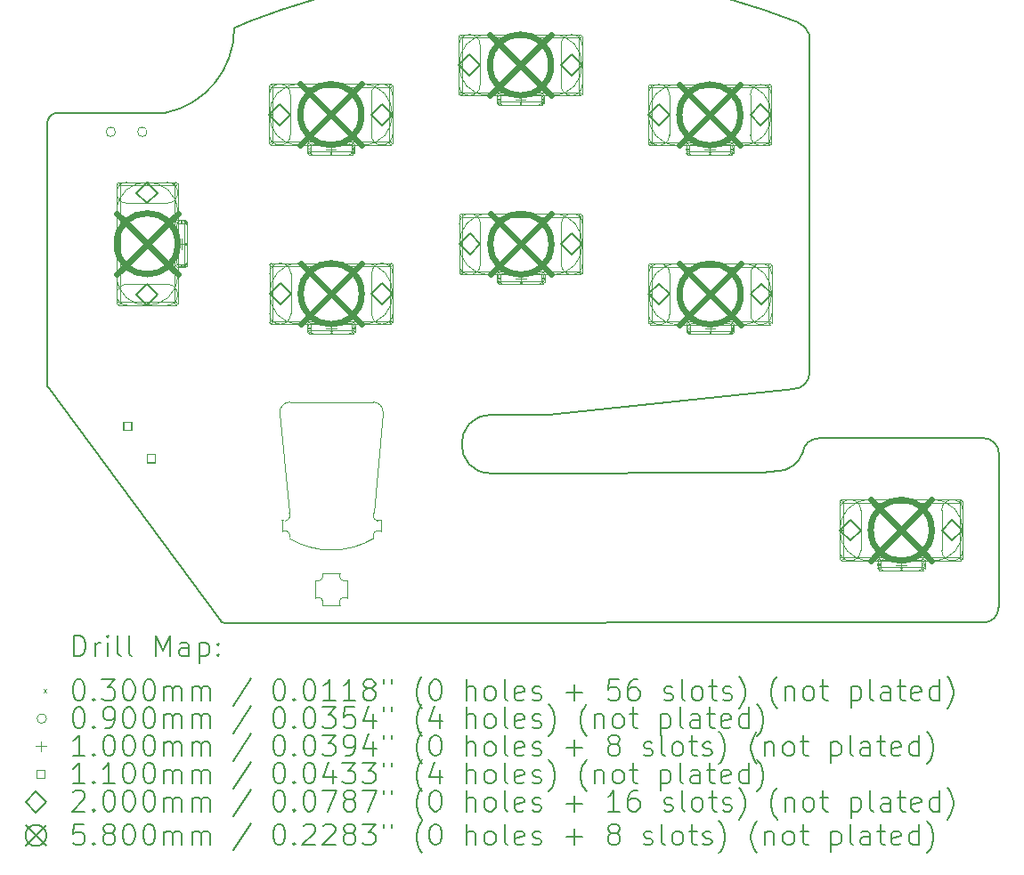
<source format=gbr>
%TF.GenerationSoftware,KiCad,Pcbnew,8.0.2*%
%TF.CreationDate,2024-07-05T21:54:28-05:00*%
%TF.ProjectId,bonsai,626f6e73-6169-42e6-9b69-6361645f7063,v1*%
%TF.SameCoordinates,Original*%
%TF.FileFunction,Drillmap*%
%TF.FilePolarity,Positive*%
%FSLAX45Y45*%
G04 Gerber Fmt 4.5, Leading zero omitted, Abs format (unit mm)*
G04 Created by KiCad (PCBNEW 8.0.2) date 2024-07-05 21:54:28*
%MOMM*%
%LPD*%
G01*
G04 APERTURE LIST*
%ADD10C,0.150000*%
%ADD11C,0.050000*%
%ADD12C,0.120000*%
%ADD13C,0.200000*%
%ADD14C,0.100000*%
%ADD15C,0.110000*%
%ADD16C,0.580000*%
G04 APERTURE END LIST*
D10*
X5575000Y-6147500D02*
G75*
G02*
X5575000Y-5592500I0J277500D01*
G01*
X6126680Y-5592500D02*
X8456310Y-5342950D01*
X3137500Y-1910000D02*
X3145000Y-1905000D01*
X1357500Y-5305000D02*
X1356640Y-5295000D01*
X3025000Y-7565000D02*
X3015000Y-7560000D01*
X1360000Y-5320000D02*
X1357500Y-5305000D01*
X3015000Y-7560000D02*
X2996968Y-7542237D01*
X3040000Y-7568897D02*
X3025000Y-7565000D01*
X1369041Y-5335708D02*
X2996968Y-7542237D01*
X1356640Y-5295000D02*
X1356640Y-2818900D01*
X10258360Y-5813360D02*
G75*
G02*
X10405000Y-5960000I0J-146640D01*
G01*
X3134185Y-1915924D02*
G75*
G02*
X2475000Y-2720000I-820000J0D01*
G01*
X8602950Y-5196310D02*
G75*
G02*
X8456310Y-5342950I-146640J0D01*
G01*
X8485376Y-1854036D02*
G75*
G02*
X8602914Y-1975637I-60376J-175964D01*
G01*
X6126680Y-5592500D02*
X5575000Y-5592500D01*
X8156640Y-6138900D02*
X5575000Y-6147500D01*
X3134185Y-1915924D02*
X3137500Y-1910000D01*
X10405000Y-5960000D02*
X10402950Y-7421310D01*
X3145000Y-1905000D02*
X3275000Y-1850000D01*
X2417455Y-2722976D02*
X2475000Y-2720000D01*
X1356640Y-2818900D02*
G75*
G02*
X1456640Y-2718900I100000J0D01*
G01*
X3275000Y-1850000D02*
G75*
G02*
X8485376Y-1854036I2600000J-6700000D01*
G01*
X1369041Y-5335708D02*
X1360000Y-5320000D01*
X10402950Y-7421310D02*
G75*
G02*
X10256310Y-7567950I-146640J0D01*
G01*
X10256310Y-7567950D02*
X3040000Y-7568897D01*
X8541218Y-5947356D02*
G75*
G02*
X8685009Y-5815258I148782J-17644D01*
G01*
X8541218Y-5947356D02*
G75*
G02*
X8306780Y-6128151I-255148J88456D01*
G01*
X8715000Y-5813360D02*
X10258360Y-5813360D01*
X8602914Y-1975637D02*
X8602950Y-5196310D01*
X8685009Y-5815258D02*
X8715000Y-5813360D01*
X8156640Y-6138900D02*
X8306780Y-6128151D01*
X1456640Y-2718900D02*
X2417455Y-2722976D01*
D11*
X3569644Y-5574300D02*
G75*
G02*
X3664644Y-5468775I95000J10000D01*
G01*
X4454644Y-5469300D02*
G75*
G02*
X4549644Y-5574825I0J-95525D01*
G01*
X3569644Y-5574300D02*
X3658324Y-6525600D01*
X4454644Y-5469300D02*
X3664644Y-5468775D01*
X4460964Y-6525600D02*
X4549644Y-5574825D01*
D12*
X3589744Y-6698320D02*
X3589744Y-6594180D01*
X4529544Y-6594180D02*
X4529544Y-6698320D01*
X3589744Y-6698320D02*
G75*
G02*
X3658324Y-6766900I24775J-43805D01*
G01*
X3658324Y-6525600D02*
G75*
G02*
X3589744Y-6594180I-43805J-24775D01*
G01*
D11*
X4460964Y-6766900D02*
G75*
G02*
X3658324Y-6766900I-401320J672600D01*
G01*
D12*
X4460964Y-6766900D02*
G75*
G02*
X4529544Y-6698320I43805J24775D01*
G01*
X4529544Y-6594180D02*
G75*
G02*
X4460964Y-6525600I-24775J43805D01*
G01*
X3904240Y-7332920D02*
X3904240Y-7165280D01*
X4140460Y-7096700D02*
X3972820Y-7096700D01*
X4140460Y-7401500D02*
X3972820Y-7401500D01*
X4209040Y-7332920D02*
X4209040Y-7165280D01*
X3904240Y-7332920D02*
G75*
G02*
X3972820Y-7401500I24775J-43805D01*
G01*
X3972820Y-7096700D02*
G75*
G02*
X3904240Y-7165280I-43805J-24775D01*
G01*
X4140460Y-7401500D02*
G75*
G02*
X4209040Y-7332920I43805J24775D01*
G01*
X4209040Y-7165280D02*
G75*
G02*
X4140460Y-7096700I-24775J43805D01*
G01*
D13*
D14*
X2016640Y-3948900D02*
X2046640Y-3978900D01*
X2046640Y-3948900D02*
X2016640Y-3978900D01*
X2046640Y-4533900D02*
X2046640Y-3393900D01*
X2016640Y-3393900D02*
G75*
G02*
X2046640Y-3393900I15000J0D01*
G01*
X2016640Y-3393900D02*
X2016640Y-4533900D01*
X2016640Y-4533900D02*
G75*
G03*
X2046640Y-4533900I15000J0D01*
G01*
X2291640Y-3378900D02*
X2321640Y-3408900D01*
X2321640Y-3378900D02*
X2291640Y-3408900D01*
X2581640Y-3378900D02*
X2031640Y-3378900D01*
X2031640Y-3408900D02*
G75*
G02*
X2031640Y-3378900I0J15000D01*
G01*
X2031640Y-3408900D02*
X2581640Y-3408900D01*
X2581640Y-3408900D02*
G75*
G03*
X2581640Y-3378900I0J15000D01*
G01*
X2291640Y-4518900D02*
X2321640Y-4548900D01*
X2321640Y-4518900D02*
X2291640Y-4548900D01*
X2581640Y-4518900D02*
X2031640Y-4518900D01*
X2031640Y-4548900D02*
G75*
G02*
X2031640Y-4518900I0J15000D01*
G01*
X2031640Y-4548900D02*
X2581640Y-4548900D01*
X2581640Y-4548900D02*
G75*
G03*
X2581640Y-4518900I0J15000D01*
G01*
X2566640Y-3948900D02*
X2596640Y-3978900D01*
X2596640Y-3948900D02*
X2566640Y-3978900D01*
X2596640Y-4533900D02*
X2596640Y-3393900D01*
X2566640Y-3393900D02*
G75*
G02*
X2596640Y-3393900I15000J0D01*
G01*
X2566640Y-3393900D02*
X2566640Y-4533900D01*
X2566640Y-4533900D02*
G75*
G03*
X2596640Y-4533900I15000J0D01*
G01*
X2616640Y-3738900D02*
X2646640Y-3768900D01*
X2646640Y-3738900D02*
X2616640Y-3768900D01*
X2671640Y-3738900D02*
X2591640Y-3738900D01*
X2591640Y-3768900D02*
G75*
G02*
X2591640Y-3738900I0J15000D01*
G01*
X2591640Y-3768900D02*
X2671640Y-3768900D01*
X2671640Y-3768900D02*
G75*
G03*
X2671640Y-3738900I0J15000D01*
G01*
X2616640Y-4158900D02*
X2646640Y-4188900D01*
X2646640Y-4158900D02*
X2616640Y-4188900D01*
X2671640Y-4158900D02*
X2591640Y-4158900D01*
X2591640Y-4188900D02*
G75*
G02*
X2591640Y-4158900I0J15000D01*
G01*
X2591640Y-4188900D02*
X2671640Y-4188900D01*
X2671640Y-4188900D02*
G75*
G03*
X2671640Y-4158900I0J15000D01*
G01*
X2656640Y-3948900D02*
X2686640Y-3978900D01*
X2686640Y-3948900D02*
X2656640Y-3978900D01*
X2686640Y-4173900D02*
X2686640Y-3753900D01*
X2656640Y-3753900D02*
G75*
G02*
X2686640Y-3753900I15000J0D01*
G01*
X2656640Y-3753900D02*
X2656640Y-4173900D01*
X2656640Y-4173900D02*
G75*
G03*
X2686640Y-4173900I15000J0D01*
G01*
X3468280Y-2720300D02*
X3498280Y-2750300D01*
X3498280Y-2720300D02*
X3468280Y-2750300D01*
X3498280Y-3010300D02*
X3498280Y-2460300D01*
X3468280Y-2460300D02*
G75*
G02*
X3498280Y-2460300I15000J0D01*
G01*
X3468280Y-2460300D02*
X3468280Y-3010300D01*
X3468280Y-3010300D02*
G75*
G03*
X3498280Y-3010300I15000J0D01*
G01*
X3471640Y-4423900D02*
X3501640Y-4453900D01*
X3501640Y-4423900D02*
X3471640Y-4453900D01*
X3501640Y-4713900D02*
X3501640Y-4163900D01*
X3471640Y-4163900D02*
G75*
G02*
X3501640Y-4163900I15000J0D01*
G01*
X3471640Y-4163900D02*
X3471640Y-4713900D01*
X3471640Y-4713900D02*
G75*
G03*
X3501640Y-4713900I15000J0D01*
G01*
X3828280Y-3045300D02*
X3858280Y-3075300D01*
X3858280Y-3045300D02*
X3828280Y-3075300D01*
X3858280Y-3100300D02*
X3858280Y-3020300D01*
X3828280Y-3020300D02*
G75*
G02*
X3858280Y-3020300I15000J0D01*
G01*
X3828280Y-3020300D02*
X3828280Y-3100300D01*
X3828280Y-3100300D02*
G75*
G03*
X3858280Y-3100300I15000J0D01*
G01*
X3831640Y-4748900D02*
X3861640Y-4778900D01*
X3861640Y-4748900D02*
X3831640Y-4778900D01*
X3861640Y-4803900D02*
X3861640Y-4723900D01*
X3831640Y-4723900D02*
G75*
G02*
X3861640Y-4723900I15000J0D01*
G01*
X3831640Y-4723900D02*
X3831640Y-4803900D01*
X3831640Y-4803900D02*
G75*
G03*
X3861640Y-4803900I15000J0D01*
G01*
X4038280Y-2445300D02*
X4068280Y-2475300D01*
X4068280Y-2445300D02*
X4038280Y-2475300D01*
X3483280Y-2475300D02*
X4623280Y-2475300D01*
X4623280Y-2445300D02*
G75*
G02*
X4623280Y-2475300I0J-15000D01*
G01*
X4623280Y-2445300D02*
X3483280Y-2445300D01*
X3483280Y-2445300D02*
G75*
G03*
X3483280Y-2475300I0J-15000D01*
G01*
X4038280Y-2995300D02*
X4068280Y-3025300D01*
X4068280Y-2995300D02*
X4038280Y-3025300D01*
X3483280Y-3025300D02*
X4623280Y-3025300D01*
X4623280Y-2995300D02*
G75*
G02*
X4623280Y-3025300I0J-15000D01*
G01*
X4623280Y-2995300D02*
X3483280Y-2995300D01*
X3483280Y-2995300D02*
G75*
G03*
X3483280Y-3025300I0J-15000D01*
G01*
X4038280Y-3085300D02*
X4068280Y-3115300D01*
X4068280Y-3085300D02*
X4038280Y-3115300D01*
X3843280Y-3115300D02*
X4263280Y-3115300D01*
X4263280Y-3085300D02*
G75*
G02*
X4263280Y-3115300I0J-15000D01*
G01*
X4263280Y-3085300D02*
X3843280Y-3085300D01*
X3843280Y-3085300D02*
G75*
G03*
X3843280Y-3115300I0J-15000D01*
G01*
X4041640Y-4148900D02*
X4071640Y-4178900D01*
X4071640Y-4148900D02*
X4041640Y-4178900D01*
X3486640Y-4178900D02*
X4626640Y-4178900D01*
X4626640Y-4148900D02*
G75*
G02*
X4626640Y-4178900I0J-15000D01*
G01*
X4626640Y-4148900D02*
X3486640Y-4148900D01*
X3486640Y-4148900D02*
G75*
G03*
X3486640Y-4178900I0J-15000D01*
G01*
X4041640Y-4698900D02*
X4071640Y-4728900D01*
X4071640Y-4698900D02*
X4041640Y-4728900D01*
X3486640Y-4728900D02*
X4626640Y-4728900D01*
X4626640Y-4698900D02*
G75*
G02*
X4626640Y-4728900I0J-15000D01*
G01*
X4626640Y-4698900D02*
X3486640Y-4698900D01*
X3486640Y-4698900D02*
G75*
G03*
X3486640Y-4728900I0J-15000D01*
G01*
X4041640Y-4788900D02*
X4071640Y-4818900D01*
X4071640Y-4788900D02*
X4041640Y-4818900D01*
X3846640Y-4818900D02*
X4266640Y-4818900D01*
X4266640Y-4788900D02*
G75*
G02*
X4266640Y-4818900I0J-15000D01*
G01*
X4266640Y-4788900D02*
X3846640Y-4788900D01*
X3846640Y-4788900D02*
G75*
G03*
X3846640Y-4818900I0J-15000D01*
G01*
X4248280Y-3045300D02*
X4278280Y-3075300D01*
X4278280Y-3045300D02*
X4248280Y-3075300D01*
X4278280Y-3100300D02*
X4278280Y-3020300D01*
X4248280Y-3020300D02*
G75*
G02*
X4278280Y-3020300I15000J0D01*
G01*
X4248280Y-3020300D02*
X4248280Y-3100300D01*
X4248280Y-3100300D02*
G75*
G03*
X4278280Y-3100300I15000J0D01*
G01*
X4251640Y-4748900D02*
X4281640Y-4778900D01*
X4281640Y-4748900D02*
X4251640Y-4778900D01*
X4281640Y-4803900D02*
X4281640Y-4723900D01*
X4251640Y-4723900D02*
G75*
G02*
X4281640Y-4723900I15000J0D01*
G01*
X4251640Y-4723900D02*
X4251640Y-4803900D01*
X4251640Y-4803900D02*
G75*
G03*
X4281640Y-4803900I15000J0D01*
G01*
X4608280Y-2720300D02*
X4638280Y-2750300D01*
X4638280Y-2720300D02*
X4608280Y-2750300D01*
X4638280Y-3010300D02*
X4638280Y-2460300D01*
X4608280Y-2460300D02*
G75*
G02*
X4638280Y-2460300I15000J0D01*
G01*
X4608280Y-2460300D02*
X4608280Y-3010300D01*
X4608280Y-3010300D02*
G75*
G03*
X4638280Y-3010300I15000J0D01*
G01*
X4611640Y-4423900D02*
X4641640Y-4453900D01*
X4641640Y-4423900D02*
X4611640Y-4453900D01*
X4641640Y-4713900D02*
X4641640Y-4163900D01*
X4611640Y-4163900D02*
G75*
G02*
X4641640Y-4163900I15000J0D01*
G01*
X4611640Y-4163900D02*
X4611640Y-4713900D01*
X4611640Y-4713900D02*
G75*
G03*
X4641640Y-4713900I15000J0D01*
G01*
X5271640Y-2248900D02*
X5301640Y-2278900D01*
X5301640Y-2248900D02*
X5271640Y-2278900D01*
X5301640Y-2538900D02*
X5301640Y-1988900D01*
X5271640Y-1988900D02*
G75*
G02*
X5301640Y-1988900I15000J0D01*
G01*
X5271640Y-1988900D02*
X5271640Y-2538900D01*
X5271640Y-2538900D02*
G75*
G03*
X5301640Y-2538900I15000J0D01*
G01*
X5275000Y-3952500D02*
X5305000Y-3982500D01*
X5305000Y-3952500D02*
X5275000Y-3982500D01*
X5305000Y-4242500D02*
X5305000Y-3692500D01*
X5275000Y-3692500D02*
G75*
G02*
X5305000Y-3692500I15000J0D01*
G01*
X5275000Y-3692500D02*
X5275000Y-4242500D01*
X5275000Y-4242500D02*
G75*
G03*
X5305000Y-4242500I15000J0D01*
G01*
X5631640Y-2573900D02*
X5661640Y-2603900D01*
X5661640Y-2573900D02*
X5631640Y-2603900D01*
X5661640Y-2628900D02*
X5661640Y-2548900D01*
X5631640Y-2548900D02*
G75*
G02*
X5661640Y-2548900I15000J0D01*
G01*
X5631640Y-2548900D02*
X5631640Y-2628900D01*
X5631640Y-2628900D02*
G75*
G03*
X5661640Y-2628900I15000J0D01*
G01*
X5635000Y-4277500D02*
X5665000Y-4307500D01*
X5665000Y-4277500D02*
X5635000Y-4307500D01*
X5665000Y-4332500D02*
X5665000Y-4252500D01*
X5635000Y-4252500D02*
G75*
G02*
X5665000Y-4252500I15000J0D01*
G01*
X5635000Y-4252500D02*
X5635000Y-4332500D01*
X5635000Y-4332500D02*
G75*
G03*
X5665000Y-4332500I15000J0D01*
G01*
X5841640Y-1973900D02*
X5871640Y-2003900D01*
X5871640Y-1973900D02*
X5841640Y-2003900D01*
X5286640Y-2003900D02*
X6426640Y-2003900D01*
X6426640Y-1973900D02*
G75*
G02*
X6426640Y-2003900I0J-15000D01*
G01*
X6426640Y-1973900D02*
X5286640Y-1973900D01*
X5286640Y-1973900D02*
G75*
G03*
X5286640Y-2003900I0J-15000D01*
G01*
X5841640Y-2523900D02*
X5871640Y-2553900D01*
X5871640Y-2523900D02*
X5841640Y-2553900D01*
X5286640Y-2553900D02*
X6426640Y-2553900D01*
X6426640Y-2523900D02*
G75*
G02*
X6426640Y-2553900I0J-15000D01*
G01*
X6426640Y-2523900D02*
X5286640Y-2523900D01*
X5286640Y-2523900D02*
G75*
G03*
X5286640Y-2553900I0J-15000D01*
G01*
X5841640Y-2613900D02*
X5871640Y-2643900D01*
X5871640Y-2613900D02*
X5841640Y-2643900D01*
X5646640Y-2643900D02*
X6066640Y-2643900D01*
X6066640Y-2613900D02*
G75*
G02*
X6066640Y-2643900I0J-15000D01*
G01*
X6066640Y-2613900D02*
X5646640Y-2613900D01*
X5646640Y-2613900D02*
G75*
G03*
X5646640Y-2643900I0J-15000D01*
G01*
X5845000Y-3677500D02*
X5875000Y-3707500D01*
X5875000Y-3677500D02*
X5845000Y-3707500D01*
X5290000Y-3707500D02*
X6430000Y-3707500D01*
X6430000Y-3677500D02*
G75*
G02*
X6430000Y-3707500I0J-15000D01*
G01*
X6430000Y-3677500D02*
X5290000Y-3677500D01*
X5290000Y-3677500D02*
G75*
G03*
X5290000Y-3707500I0J-15000D01*
G01*
X5845000Y-4227500D02*
X5875000Y-4257500D01*
X5875000Y-4227500D02*
X5845000Y-4257500D01*
X5290000Y-4257500D02*
X6430000Y-4257500D01*
X6430000Y-4227500D02*
G75*
G02*
X6430000Y-4257500I0J-15000D01*
G01*
X6430000Y-4227500D02*
X5290000Y-4227500D01*
X5290000Y-4227500D02*
G75*
G03*
X5290000Y-4257500I0J-15000D01*
G01*
X5845000Y-4317500D02*
X5875000Y-4347500D01*
X5875000Y-4317500D02*
X5845000Y-4347500D01*
X5650000Y-4347500D02*
X6070000Y-4347500D01*
X6070000Y-4317500D02*
G75*
G02*
X6070000Y-4347500I0J-15000D01*
G01*
X6070000Y-4317500D02*
X5650000Y-4317500D01*
X5650000Y-4317500D02*
G75*
G03*
X5650000Y-4347500I0J-15000D01*
G01*
X6051640Y-2573900D02*
X6081640Y-2603900D01*
X6081640Y-2573900D02*
X6051640Y-2603900D01*
X6081640Y-2628900D02*
X6081640Y-2548900D01*
X6051640Y-2548900D02*
G75*
G02*
X6081640Y-2548900I15000J0D01*
G01*
X6051640Y-2548900D02*
X6051640Y-2628900D01*
X6051640Y-2628900D02*
G75*
G03*
X6081640Y-2628900I15000J0D01*
G01*
X6055000Y-4277500D02*
X6085000Y-4307500D01*
X6085000Y-4277500D02*
X6055000Y-4307500D01*
X6085000Y-4332500D02*
X6085000Y-4252500D01*
X6055000Y-4252500D02*
G75*
G02*
X6085000Y-4252500I15000J0D01*
G01*
X6055000Y-4252500D02*
X6055000Y-4332500D01*
X6055000Y-4332500D02*
G75*
G03*
X6085000Y-4332500I15000J0D01*
G01*
X6411640Y-2248900D02*
X6441640Y-2278900D01*
X6441640Y-2248900D02*
X6411640Y-2278900D01*
X6441640Y-2538900D02*
X6441640Y-1988900D01*
X6411640Y-1988900D02*
G75*
G02*
X6441640Y-1988900I15000J0D01*
G01*
X6411640Y-1988900D02*
X6411640Y-2538900D01*
X6411640Y-2538900D02*
G75*
G03*
X6441640Y-2538900I15000J0D01*
G01*
X6415000Y-3952500D02*
X6445000Y-3982500D01*
X6445000Y-3952500D02*
X6415000Y-3982500D01*
X6445000Y-4242500D02*
X6445000Y-3692500D01*
X6415000Y-3692500D02*
G75*
G02*
X6445000Y-3692500I15000J0D01*
G01*
X6415000Y-3692500D02*
X6415000Y-4242500D01*
X6415000Y-4242500D02*
G75*
G03*
X6445000Y-4242500I15000J0D01*
G01*
X7071640Y-2723900D02*
X7101640Y-2753900D01*
X7101640Y-2723900D02*
X7071640Y-2753900D01*
X7101640Y-3013900D02*
X7101640Y-2463900D01*
X7071640Y-2463900D02*
G75*
G02*
X7101640Y-2463900I15000J0D01*
G01*
X7071640Y-2463900D02*
X7071640Y-3013900D01*
X7071640Y-3013900D02*
G75*
G03*
X7101640Y-3013900I15000J0D01*
G01*
X7075000Y-4427500D02*
X7105000Y-4457500D01*
X7105000Y-4427500D02*
X7075000Y-4457500D01*
X7105000Y-4717500D02*
X7105000Y-4167500D01*
X7075000Y-4167500D02*
G75*
G02*
X7105000Y-4167500I15000J0D01*
G01*
X7075000Y-4167500D02*
X7075000Y-4717500D01*
X7075000Y-4717500D02*
G75*
G03*
X7105000Y-4717500I15000J0D01*
G01*
X7431640Y-3048900D02*
X7461640Y-3078900D01*
X7461640Y-3048900D02*
X7431640Y-3078900D01*
X7461640Y-3103900D02*
X7461640Y-3023900D01*
X7431640Y-3023900D02*
G75*
G02*
X7461640Y-3023900I15000J0D01*
G01*
X7431640Y-3023900D02*
X7431640Y-3103900D01*
X7431640Y-3103900D02*
G75*
G03*
X7461640Y-3103900I15000J0D01*
G01*
X7435000Y-4752500D02*
X7465000Y-4782500D01*
X7465000Y-4752500D02*
X7435000Y-4782500D01*
X7465000Y-4807500D02*
X7465000Y-4727500D01*
X7435000Y-4727500D02*
G75*
G02*
X7465000Y-4727500I15000J0D01*
G01*
X7435000Y-4727500D02*
X7435000Y-4807500D01*
X7435000Y-4807500D02*
G75*
G03*
X7465000Y-4807500I15000J0D01*
G01*
X7641640Y-2448900D02*
X7671640Y-2478900D01*
X7671640Y-2448900D02*
X7641640Y-2478900D01*
X7086640Y-2478900D02*
X8226640Y-2478900D01*
X8226640Y-2448900D02*
G75*
G02*
X8226640Y-2478900I0J-15000D01*
G01*
X8226640Y-2448900D02*
X7086640Y-2448900D01*
X7086640Y-2448900D02*
G75*
G03*
X7086640Y-2478900I0J-15000D01*
G01*
X7641640Y-2998900D02*
X7671640Y-3028900D01*
X7671640Y-2998900D02*
X7641640Y-3028900D01*
X7086640Y-3028900D02*
X8226640Y-3028900D01*
X8226640Y-2998900D02*
G75*
G02*
X8226640Y-3028900I0J-15000D01*
G01*
X8226640Y-2998900D02*
X7086640Y-2998900D01*
X7086640Y-2998900D02*
G75*
G03*
X7086640Y-3028900I0J-15000D01*
G01*
X7641640Y-3088900D02*
X7671640Y-3118900D01*
X7671640Y-3088900D02*
X7641640Y-3118900D01*
X7446640Y-3118900D02*
X7866640Y-3118900D01*
X7866640Y-3088900D02*
G75*
G02*
X7866640Y-3118900I0J-15000D01*
G01*
X7866640Y-3088900D02*
X7446640Y-3088900D01*
X7446640Y-3088900D02*
G75*
G03*
X7446640Y-3118900I0J-15000D01*
G01*
X7645000Y-4152500D02*
X7675000Y-4182500D01*
X7675000Y-4152500D02*
X7645000Y-4182500D01*
X7090000Y-4182500D02*
X8230000Y-4182500D01*
X8230000Y-4152500D02*
G75*
G02*
X8230000Y-4182500I0J-15000D01*
G01*
X8230000Y-4152500D02*
X7090000Y-4152500D01*
X7090000Y-4152500D02*
G75*
G03*
X7090000Y-4182500I0J-15000D01*
G01*
X7645000Y-4702500D02*
X7675000Y-4732500D01*
X7675000Y-4702500D02*
X7645000Y-4732500D01*
X7090000Y-4732500D02*
X8230000Y-4732500D01*
X8230000Y-4702500D02*
G75*
G02*
X8230000Y-4732500I0J-15000D01*
G01*
X8230000Y-4702500D02*
X7090000Y-4702500D01*
X7090000Y-4702500D02*
G75*
G03*
X7090000Y-4732500I0J-15000D01*
G01*
X7645000Y-4792500D02*
X7675000Y-4822500D01*
X7675000Y-4792500D02*
X7645000Y-4822500D01*
X7450000Y-4822500D02*
X7870000Y-4822500D01*
X7870000Y-4792500D02*
G75*
G02*
X7870000Y-4822500I0J-15000D01*
G01*
X7870000Y-4792500D02*
X7450000Y-4792500D01*
X7450000Y-4792500D02*
G75*
G03*
X7450000Y-4822500I0J-15000D01*
G01*
X7851640Y-3048900D02*
X7881640Y-3078900D01*
X7881640Y-3048900D02*
X7851640Y-3078900D01*
X7881640Y-3103900D02*
X7881640Y-3023900D01*
X7851640Y-3023900D02*
G75*
G02*
X7881640Y-3023900I15000J0D01*
G01*
X7851640Y-3023900D02*
X7851640Y-3103900D01*
X7851640Y-3103900D02*
G75*
G03*
X7881640Y-3103900I15000J0D01*
G01*
X7855000Y-4752500D02*
X7885000Y-4782500D01*
X7885000Y-4752500D02*
X7855000Y-4782500D01*
X7885000Y-4807500D02*
X7885000Y-4727500D01*
X7855000Y-4727500D02*
G75*
G02*
X7885000Y-4727500I15000J0D01*
G01*
X7855000Y-4727500D02*
X7855000Y-4807500D01*
X7855000Y-4807500D02*
G75*
G03*
X7885000Y-4807500I15000J0D01*
G01*
X8211640Y-2723900D02*
X8241640Y-2753900D01*
X8241640Y-2723900D02*
X8211640Y-2753900D01*
X8241640Y-3013900D02*
X8241640Y-2463900D01*
X8211640Y-2463900D02*
G75*
G02*
X8241640Y-2463900I15000J0D01*
G01*
X8211640Y-2463900D02*
X8211640Y-3013900D01*
X8211640Y-3013900D02*
G75*
G03*
X8241640Y-3013900I15000J0D01*
G01*
X8215000Y-4427500D02*
X8245000Y-4457500D01*
X8245000Y-4427500D02*
X8215000Y-4457500D01*
X8245000Y-4717500D02*
X8245000Y-4167500D01*
X8215000Y-4167500D02*
G75*
G02*
X8245000Y-4167500I15000J0D01*
G01*
X8215000Y-4167500D02*
X8215000Y-4717500D01*
X8215000Y-4717500D02*
G75*
G03*
X8245000Y-4717500I15000J0D01*
G01*
X8891640Y-6673900D02*
X8921640Y-6703900D01*
X8921640Y-6673900D02*
X8891640Y-6703900D01*
X8921640Y-6963900D02*
X8921640Y-6413900D01*
X8891640Y-6413900D02*
G75*
G02*
X8921640Y-6413900I15000J0D01*
G01*
X8891640Y-6413900D02*
X8891640Y-6963900D01*
X8891640Y-6963900D02*
G75*
G03*
X8921640Y-6963900I15000J0D01*
G01*
X9251640Y-6998900D02*
X9281640Y-7028900D01*
X9281640Y-6998900D02*
X9251640Y-7028900D01*
X9281640Y-7053900D02*
X9281640Y-6973900D01*
X9251640Y-6973900D02*
G75*
G02*
X9281640Y-6973900I15000J0D01*
G01*
X9251640Y-6973900D02*
X9251640Y-7053900D01*
X9251640Y-7053900D02*
G75*
G03*
X9281640Y-7053900I15000J0D01*
G01*
X9461640Y-6398900D02*
X9491640Y-6428900D01*
X9491640Y-6398900D02*
X9461640Y-6428900D01*
X8906640Y-6428900D02*
X10046640Y-6428900D01*
X10046640Y-6398900D02*
G75*
G02*
X10046640Y-6428900I0J-15000D01*
G01*
X10046640Y-6398900D02*
X8906640Y-6398900D01*
X8906640Y-6398900D02*
G75*
G03*
X8906640Y-6428900I0J-15000D01*
G01*
X9461640Y-6948900D02*
X9491640Y-6978900D01*
X9491640Y-6948900D02*
X9461640Y-6978900D01*
X8906640Y-6978900D02*
X10046640Y-6978900D01*
X10046640Y-6948900D02*
G75*
G02*
X10046640Y-6978900I0J-15000D01*
G01*
X10046640Y-6948900D02*
X8906640Y-6948900D01*
X8906640Y-6948900D02*
G75*
G03*
X8906640Y-6978900I0J-15000D01*
G01*
X9461640Y-7038900D02*
X9491640Y-7068900D01*
X9491640Y-7038900D02*
X9461640Y-7068900D01*
X9266640Y-7068900D02*
X9686640Y-7068900D01*
X9686640Y-7038900D02*
G75*
G02*
X9686640Y-7068900I0J-15000D01*
G01*
X9686640Y-7038900D02*
X9266640Y-7038900D01*
X9266640Y-7038900D02*
G75*
G03*
X9266640Y-7068900I0J-15000D01*
G01*
X9671640Y-6998900D02*
X9701640Y-7028900D01*
X9701640Y-6998900D02*
X9671640Y-7028900D01*
X9701640Y-7053900D02*
X9701640Y-6973900D01*
X9671640Y-6973900D02*
G75*
G02*
X9701640Y-6973900I15000J0D01*
G01*
X9671640Y-6973900D02*
X9671640Y-7053900D01*
X9671640Y-7053900D02*
G75*
G03*
X9701640Y-7053900I15000J0D01*
G01*
X10031640Y-6673900D02*
X10061640Y-6703900D01*
X10061640Y-6673900D02*
X10031640Y-6703900D01*
X10061640Y-6963900D02*
X10061640Y-6413900D01*
X10031640Y-6413900D02*
G75*
G02*
X10061640Y-6413900I15000J0D01*
G01*
X10031640Y-6413900D02*
X10031640Y-6963900D01*
X10031640Y-6963900D02*
G75*
G03*
X10061640Y-6963900I15000J0D01*
G01*
X2005000Y-2899500D02*
G75*
G02*
X1915000Y-2899500I-45000J0D01*
G01*
X1915000Y-2899500D02*
G75*
G02*
X2005000Y-2899500I45000J0D01*
G01*
X2005000Y-2899500D02*
G75*
G02*
X1915000Y-2899500I-45000J0D01*
G01*
X1915000Y-2899500D02*
G75*
G02*
X2005000Y-2899500I45000J0D01*
G01*
X2305000Y-2899500D02*
G75*
G02*
X2215000Y-2899500I-45000J0D01*
G01*
X2215000Y-2899500D02*
G75*
G02*
X2305000Y-2899500I45000J0D01*
G01*
X2305000Y-2899500D02*
G75*
G02*
X2215000Y-2899500I-45000J0D01*
G01*
X2215000Y-2899500D02*
G75*
G02*
X2305000Y-2899500I45000J0D01*
G01*
X2636640Y-3913900D02*
X2636640Y-4013900D01*
X2586640Y-3963900D02*
X2686640Y-3963900D01*
X2686640Y-4138900D02*
X2686640Y-3788900D01*
X2586640Y-3788900D02*
G75*
G02*
X2686640Y-3788900I50000J0D01*
G01*
X2586640Y-3788900D02*
X2586640Y-4138900D01*
X2586640Y-4138900D02*
G75*
G03*
X2686640Y-4138900I50000J0D01*
G01*
X4053280Y-3015300D02*
X4053280Y-3115300D01*
X4003280Y-3065300D02*
X4103280Y-3065300D01*
X3878280Y-3115300D02*
X4228280Y-3115300D01*
X4228280Y-3015300D02*
G75*
G02*
X4228280Y-3115300I0J-50000D01*
G01*
X4228280Y-3015300D02*
X3878280Y-3015300D01*
X3878280Y-3015300D02*
G75*
G03*
X3878280Y-3115300I0J-50000D01*
G01*
X4056640Y-4718900D02*
X4056640Y-4818900D01*
X4006640Y-4768900D02*
X4106640Y-4768900D01*
X3881640Y-4818900D02*
X4231640Y-4818900D01*
X4231640Y-4718900D02*
G75*
G02*
X4231640Y-4818900I0J-50000D01*
G01*
X4231640Y-4718900D02*
X3881640Y-4718900D01*
X3881640Y-4718900D02*
G75*
G03*
X3881640Y-4818900I0J-50000D01*
G01*
X5856640Y-2543900D02*
X5856640Y-2643900D01*
X5806640Y-2593900D02*
X5906640Y-2593900D01*
X5681640Y-2643900D02*
X6031640Y-2643900D01*
X6031640Y-2543900D02*
G75*
G02*
X6031640Y-2643900I0J-50000D01*
G01*
X6031640Y-2543900D02*
X5681640Y-2543900D01*
X5681640Y-2543900D02*
G75*
G03*
X5681640Y-2643900I0J-50000D01*
G01*
X5860000Y-4247500D02*
X5860000Y-4347500D01*
X5810000Y-4297500D02*
X5910000Y-4297500D01*
X5685000Y-4347500D02*
X6035000Y-4347500D01*
X6035000Y-4247500D02*
G75*
G02*
X6035000Y-4347500I0J-50000D01*
G01*
X6035000Y-4247500D02*
X5685000Y-4247500D01*
X5685000Y-4247500D02*
G75*
G03*
X5685000Y-4347500I0J-50000D01*
G01*
X7656640Y-3018900D02*
X7656640Y-3118900D01*
X7606640Y-3068900D02*
X7706640Y-3068900D01*
X7481640Y-3118900D02*
X7831640Y-3118900D01*
X7831640Y-3018900D02*
G75*
G02*
X7831640Y-3118900I0J-50000D01*
G01*
X7831640Y-3018900D02*
X7481640Y-3018900D01*
X7481640Y-3018900D02*
G75*
G03*
X7481640Y-3118900I0J-50000D01*
G01*
X7660000Y-4722500D02*
X7660000Y-4822500D01*
X7610000Y-4772500D02*
X7710000Y-4772500D01*
X7485000Y-4822500D02*
X7835000Y-4822500D01*
X7835000Y-4722500D02*
G75*
G02*
X7835000Y-4822500I0J-50000D01*
G01*
X7835000Y-4722500D02*
X7485000Y-4722500D01*
X7485000Y-4722500D02*
G75*
G03*
X7485000Y-4822500I0J-50000D01*
G01*
X9476640Y-6968900D02*
X9476640Y-7068900D01*
X9426640Y-7018900D02*
X9526640Y-7018900D01*
X9301640Y-7068900D02*
X9651640Y-7068900D01*
X9651640Y-6968900D02*
G75*
G02*
X9651640Y-7068900I0J-50000D01*
G01*
X9651640Y-6968900D02*
X9301640Y-6968900D01*
X9301640Y-6968900D02*
G75*
G03*
X9301640Y-7068900I0J-50000D01*
G01*
D15*
X2155501Y-5735680D02*
X2155501Y-5657898D01*
X2077718Y-5657898D01*
X2077718Y-5735680D01*
X2155501Y-5735680D01*
X2158891Y-5738891D02*
X2158891Y-5661109D01*
X2081109Y-5661109D01*
X2081109Y-5738891D01*
X2158891Y-5738891D01*
X2381000Y-6041540D02*
X2381000Y-5963757D01*
X2303218Y-5963757D01*
X2303218Y-6041540D01*
X2381000Y-6041540D01*
X2384390Y-6044751D02*
X2384390Y-5966969D01*
X2306608Y-5966969D01*
X2306608Y-6044751D01*
X2384390Y-6044751D01*
D13*
X2306640Y-3578900D02*
X2406640Y-3478900D01*
X2306640Y-3378900D01*
X2206640Y-3478900D01*
X2306640Y-3578900D01*
D14*
X2116640Y-3578900D02*
X2496640Y-3578900D01*
X2496640Y-3378900D02*
G75*
G02*
X2496640Y-3578900I0J-100000D01*
G01*
X2496640Y-3378900D02*
X2116640Y-3378900D01*
X2116640Y-3378900D02*
G75*
G03*
X2116640Y-3578900I0J-100000D01*
G01*
D13*
X2306640Y-4548900D02*
X2406640Y-4448900D01*
X2306640Y-4348900D01*
X2206640Y-4448900D01*
X2306640Y-4548900D01*
D14*
X2116640Y-4548900D02*
X2496640Y-4548900D01*
X2496640Y-4348900D02*
G75*
G02*
X2496640Y-4548900I0J-100000D01*
G01*
X2496640Y-4348900D02*
X2116640Y-4348900D01*
X2116640Y-4348900D02*
G75*
G03*
X2116640Y-4548900I0J-100000D01*
G01*
D13*
X3568280Y-2835300D02*
X3668280Y-2735300D01*
X3568280Y-2635300D01*
X3468280Y-2735300D01*
X3568280Y-2835300D01*
D14*
X3468280Y-2545300D02*
X3468280Y-2925300D01*
X3668280Y-2925300D02*
G75*
G02*
X3468280Y-2925300I-100000J0D01*
G01*
X3668280Y-2925300D02*
X3668280Y-2545300D01*
X3668280Y-2545300D02*
G75*
G03*
X3468280Y-2545300I-100000J0D01*
G01*
D13*
X3571640Y-4538900D02*
X3671640Y-4438900D01*
X3571640Y-4338900D01*
X3471640Y-4438900D01*
X3571640Y-4538900D01*
D14*
X3471640Y-4248900D02*
X3471640Y-4628900D01*
X3671640Y-4628900D02*
G75*
G02*
X3471640Y-4628900I-100000J0D01*
G01*
X3671640Y-4628900D02*
X3671640Y-4248900D01*
X3671640Y-4248900D02*
G75*
G03*
X3471640Y-4248900I-100000J0D01*
G01*
D13*
X4538280Y-2835300D02*
X4638280Y-2735300D01*
X4538280Y-2635300D01*
X4438280Y-2735300D01*
X4538280Y-2835300D01*
D14*
X4438280Y-2545300D02*
X4438280Y-2925300D01*
X4638280Y-2925300D02*
G75*
G02*
X4438280Y-2925300I-100000J0D01*
G01*
X4638280Y-2925300D02*
X4638280Y-2545300D01*
X4638280Y-2545300D02*
G75*
G03*
X4438280Y-2545300I-100000J0D01*
G01*
D13*
X4541640Y-4538900D02*
X4641640Y-4438900D01*
X4541640Y-4338900D01*
X4441640Y-4438900D01*
X4541640Y-4538900D01*
D14*
X4441640Y-4248900D02*
X4441640Y-4628900D01*
X4641640Y-4628900D02*
G75*
G02*
X4441640Y-4628900I-100000J0D01*
G01*
X4641640Y-4628900D02*
X4641640Y-4248900D01*
X4641640Y-4248900D02*
G75*
G03*
X4441640Y-4248900I-100000J0D01*
G01*
D13*
X5371640Y-2363900D02*
X5471640Y-2263900D01*
X5371640Y-2163900D01*
X5271640Y-2263900D01*
X5371640Y-2363900D01*
D14*
X5271640Y-2073900D02*
X5271640Y-2453900D01*
X5471640Y-2453900D02*
G75*
G02*
X5271640Y-2453900I-100000J0D01*
G01*
X5471640Y-2453900D02*
X5471640Y-2073900D01*
X5471640Y-2073900D02*
G75*
G03*
X5271640Y-2073900I-100000J0D01*
G01*
D13*
X5375000Y-4067500D02*
X5475000Y-3967500D01*
X5375000Y-3867500D01*
X5275000Y-3967500D01*
X5375000Y-4067500D01*
D14*
X5275000Y-3777500D02*
X5275000Y-4157500D01*
X5475000Y-4157500D02*
G75*
G02*
X5275000Y-4157500I-100000J0D01*
G01*
X5475000Y-4157500D02*
X5475000Y-3777500D01*
X5475000Y-3777500D02*
G75*
G03*
X5275000Y-3777500I-100000J0D01*
G01*
D13*
X6341640Y-2363900D02*
X6441640Y-2263900D01*
X6341640Y-2163900D01*
X6241640Y-2263900D01*
X6341640Y-2363900D01*
D14*
X6241640Y-2073900D02*
X6241640Y-2453900D01*
X6441640Y-2453900D02*
G75*
G02*
X6241640Y-2453900I-100000J0D01*
G01*
X6441640Y-2453900D02*
X6441640Y-2073900D01*
X6441640Y-2073900D02*
G75*
G03*
X6241640Y-2073900I-100000J0D01*
G01*
D13*
X6345000Y-4067500D02*
X6445000Y-3967500D01*
X6345000Y-3867500D01*
X6245000Y-3967500D01*
X6345000Y-4067500D01*
D14*
X6245000Y-3777500D02*
X6245000Y-4157500D01*
X6445000Y-4157500D02*
G75*
G02*
X6245000Y-4157500I-100000J0D01*
G01*
X6445000Y-4157500D02*
X6445000Y-3777500D01*
X6445000Y-3777500D02*
G75*
G03*
X6245000Y-3777500I-100000J0D01*
G01*
D13*
X7171640Y-2838900D02*
X7271640Y-2738900D01*
X7171640Y-2638900D01*
X7071640Y-2738900D01*
X7171640Y-2838900D01*
D14*
X7071640Y-2548900D02*
X7071640Y-2928900D01*
X7271640Y-2928900D02*
G75*
G02*
X7071640Y-2928900I-100000J0D01*
G01*
X7271640Y-2928900D02*
X7271640Y-2548900D01*
X7271640Y-2548900D02*
G75*
G03*
X7071640Y-2548900I-100000J0D01*
G01*
D13*
X7175000Y-4542500D02*
X7275000Y-4442500D01*
X7175000Y-4342500D01*
X7075000Y-4442500D01*
X7175000Y-4542500D01*
D14*
X7075000Y-4252500D02*
X7075000Y-4632500D01*
X7275000Y-4632500D02*
G75*
G02*
X7075000Y-4632500I-100000J0D01*
G01*
X7275000Y-4632500D02*
X7275000Y-4252500D01*
X7275000Y-4252500D02*
G75*
G03*
X7075000Y-4252500I-100000J0D01*
G01*
D13*
X8141640Y-2838900D02*
X8241640Y-2738900D01*
X8141640Y-2638900D01*
X8041640Y-2738900D01*
X8141640Y-2838900D01*
D14*
X8041640Y-2548900D02*
X8041640Y-2928900D01*
X8241640Y-2928900D02*
G75*
G02*
X8041640Y-2928900I-100000J0D01*
G01*
X8241640Y-2928900D02*
X8241640Y-2548900D01*
X8241640Y-2548900D02*
G75*
G03*
X8041640Y-2548900I-100000J0D01*
G01*
D13*
X8145000Y-4542500D02*
X8245000Y-4442500D01*
X8145000Y-4342500D01*
X8045000Y-4442500D01*
X8145000Y-4542500D01*
D14*
X8045000Y-4252500D02*
X8045000Y-4632500D01*
X8245000Y-4632500D02*
G75*
G02*
X8045000Y-4632500I-100000J0D01*
G01*
X8245000Y-4632500D02*
X8245000Y-4252500D01*
X8245000Y-4252500D02*
G75*
G03*
X8045000Y-4252500I-100000J0D01*
G01*
D13*
X8991640Y-6788900D02*
X9091640Y-6688900D01*
X8991640Y-6588900D01*
X8891640Y-6688900D01*
X8991640Y-6788900D01*
D14*
X8891640Y-6498900D02*
X8891640Y-6878900D01*
X9091640Y-6878900D02*
G75*
G02*
X8891640Y-6878900I-100000J0D01*
G01*
X9091640Y-6878900D02*
X9091640Y-6498900D01*
X9091640Y-6498900D02*
G75*
G03*
X8891640Y-6498900I-100000J0D01*
G01*
D13*
X9961640Y-6788900D02*
X10061640Y-6688900D01*
X9961640Y-6588900D01*
X9861640Y-6688900D01*
X9961640Y-6788900D01*
D14*
X9861640Y-6498900D02*
X9861640Y-6878900D01*
X10061640Y-6878900D02*
G75*
G02*
X9861640Y-6878900I-100000J0D01*
G01*
X10061640Y-6878900D02*
X10061640Y-6498900D01*
X10061640Y-6498900D02*
G75*
G03*
X9861640Y-6498900I-100000J0D01*
G01*
D16*
X2016640Y-3673900D02*
X2596640Y-4253900D01*
X2596640Y-3673900D02*
X2016640Y-4253900D01*
X2596640Y-3963900D02*
G75*
G02*
X2016640Y-3963900I-290000J0D01*
G01*
X2016640Y-3963900D02*
G75*
G02*
X2596640Y-3963900I290000J0D01*
G01*
D14*
X2596640Y-4258900D02*
X2596640Y-3668900D01*
X2016640Y-3668900D02*
G75*
G02*
X2596640Y-3668900I290000J0D01*
G01*
X2016640Y-3668900D02*
X2016640Y-4258900D01*
X2016640Y-4258900D02*
G75*
G03*
X2596640Y-4258900I290000J0D01*
G01*
D16*
X3763280Y-2445300D02*
X4343280Y-3025300D01*
X4343280Y-2445300D02*
X3763280Y-3025300D01*
X4343280Y-2735300D02*
G75*
G02*
X3763280Y-2735300I-290000J0D01*
G01*
X3763280Y-2735300D02*
G75*
G02*
X4343280Y-2735300I290000J0D01*
G01*
D14*
X3758280Y-3025300D02*
X4348280Y-3025300D01*
X4348280Y-2445300D02*
G75*
G02*
X4348280Y-3025300I0J-290000D01*
G01*
X4348280Y-2445300D02*
X3758280Y-2445300D01*
X3758280Y-2445300D02*
G75*
G03*
X3758280Y-3025300I0J-290000D01*
G01*
D16*
X3766640Y-4148900D02*
X4346640Y-4728900D01*
X4346640Y-4148900D02*
X3766640Y-4728900D01*
X4346640Y-4438900D02*
G75*
G02*
X3766640Y-4438900I-290000J0D01*
G01*
X3766640Y-4438900D02*
G75*
G02*
X4346640Y-4438900I290000J0D01*
G01*
D14*
X3761640Y-4728900D02*
X4351640Y-4728900D01*
X4351640Y-4148900D02*
G75*
G02*
X4351640Y-4728900I0J-290000D01*
G01*
X4351640Y-4148900D02*
X3761640Y-4148900D01*
X3761640Y-4148900D02*
G75*
G03*
X3761640Y-4728900I0J-290000D01*
G01*
D16*
X5566640Y-1973900D02*
X6146640Y-2553900D01*
X6146640Y-1973900D02*
X5566640Y-2553900D01*
X6146640Y-2263900D02*
G75*
G02*
X5566640Y-2263900I-290000J0D01*
G01*
X5566640Y-2263900D02*
G75*
G02*
X6146640Y-2263900I290000J0D01*
G01*
D14*
X5561640Y-2553900D02*
X6151640Y-2553900D01*
X6151640Y-1973900D02*
G75*
G02*
X6151640Y-2553900I0J-290000D01*
G01*
X6151640Y-1973900D02*
X5561640Y-1973900D01*
X5561640Y-1973900D02*
G75*
G03*
X5561640Y-2553900I0J-290000D01*
G01*
D16*
X5570000Y-3677500D02*
X6150000Y-4257500D01*
X6150000Y-3677500D02*
X5570000Y-4257500D01*
X6150000Y-3967500D02*
G75*
G02*
X5570000Y-3967500I-290000J0D01*
G01*
X5570000Y-3967500D02*
G75*
G02*
X6150000Y-3967500I290000J0D01*
G01*
D14*
X5565000Y-4257500D02*
X6155000Y-4257500D01*
X6155000Y-3677500D02*
G75*
G02*
X6155000Y-4257500I0J-290000D01*
G01*
X6155000Y-3677500D02*
X5565000Y-3677500D01*
X5565000Y-3677500D02*
G75*
G03*
X5565000Y-4257500I0J-290000D01*
G01*
D16*
X7366640Y-2448900D02*
X7946640Y-3028900D01*
X7946640Y-2448900D02*
X7366640Y-3028900D01*
X7946640Y-2738900D02*
G75*
G02*
X7366640Y-2738900I-290000J0D01*
G01*
X7366640Y-2738900D02*
G75*
G02*
X7946640Y-2738900I290000J0D01*
G01*
D14*
X7361640Y-3028900D02*
X7951640Y-3028900D01*
X7951640Y-2448900D02*
G75*
G02*
X7951640Y-3028900I0J-290000D01*
G01*
X7951640Y-2448900D02*
X7361640Y-2448900D01*
X7361640Y-2448900D02*
G75*
G03*
X7361640Y-3028900I0J-290000D01*
G01*
D16*
X7370000Y-4152500D02*
X7950000Y-4732500D01*
X7950000Y-4152500D02*
X7370000Y-4732500D01*
X7950000Y-4442500D02*
G75*
G02*
X7370000Y-4442500I-290000J0D01*
G01*
X7370000Y-4442500D02*
G75*
G02*
X7950000Y-4442500I290000J0D01*
G01*
D14*
X7365000Y-4732500D02*
X7955000Y-4732500D01*
X7955000Y-4152500D02*
G75*
G02*
X7955000Y-4732500I0J-290000D01*
G01*
X7955000Y-4152500D02*
X7365000Y-4152500D01*
X7365000Y-4152500D02*
G75*
G03*
X7365000Y-4732500I0J-290000D01*
G01*
D16*
X9186640Y-6398900D02*
X9766640Y-6978900D01*
X9766640Y-6398900D02*
X9186640Y-6978900D01*
X9766640Y-6688900D02*
G75*
G02*
X9186640Y-6688900I-290000J0D01*
G01*
X9186640Y-6688900D02*
G75*
G02*
X9766640Y-6688900I290000J0D01*
G01*
D14*
X9181640Y-6978900D02*
X9771640Y-6978900D01*
X9771640Y-6398900D02*
G75*
G02*
X9771640Y-6978900I0J-290000D01*
G01*
X9771640Y-6398900D02*
X9181640Y-6398900D01*
X9181640Y-6398900D02*
G75*
G03*
X9181640Y-6978900I0J-290000D01*
G01*
D13*
X1609917Y-7887881D02*
X1609917Y-7687881D01*
X1609917Y-7687881D02*
X1657536Y-7687881D01*
X1657536Y-7687881D02*
X1686107Y-7697404D01*
X1686107Y-7697404D02*
X1705155Y-7716452D01*
X1705155Y-7716452D02*
X1714679Y-7735500D01*
X1714679Y-7735500D02*
X1724202Y-7773595D01*
X1724202Y-7773595D02*
X1724202Y-7802166D01*
X1724202Y-7802166D02*
X1714679Y-7840262D01*
X1714679Y-7840262D02*
X1705155Y-7859309D01*
X1705155Y-7859309D02*
X1686107Y-7878357D01*
X1686107Y-7878357D02*
X1657536Y-7887881D01*
X1657536Y-7887881D02*
X1609917Y-7887881D01*
X1809917Y-7887881D02*
X1809917Y-7754547D01*
X1809917Y-7792643D02*
X1819441Y-7773595D01*
X1819441Y-7773595D02*
X1828964Y-7764071D01*
X1828964Y-7764071D02*
X1848012Y-7754547D01*
X1848012Y-7754547D02*
X1867060Y-7754547D01*
X1933726Y-7887881D02*
X1933726Y-7754547D01*
X1933726Y-7687881D02*
X1924202Y-7697404D01*
X1924202Y-7697404D02*
X1933726Y-7706928D01*
X1933726Y-7706928D02*
X1943250Y-7697404D01*
X1943250Y-7697404D02*
X1933726Y-7687881D01*
X1933726Y-7687881D02*
X1933726Y-7706928D01*
X2057536Y-7887881D02*
X2038488Y-7878357D01*
X2038488Y-7878357D02*
X2028964Y-7859309D01*
X2028964Y-7859309D02*
X2028964Y-7687881D01*
X2162298Y-7887881D02*
X2143250Y-7878357D01*
X2143250Y-7878357D02*
X2133726Y-7859309D01*
X2133726Y-7859309D02*
X2133726Y-7687881D01*
X2390869Y-7887881D02*
X2390869Y-7687881D01*
X2390869Y-7687881D02*
X2457536Y-7830738D01*
X2457536Y-7830738D02*
X2524203Y-7687881D01*
X2524203Y-7687881D02*
X2524203Y-7887881D01*
X2705155Y-7887881D02*
X2705155Y-7783119D01*
X2705155Y-7783119D02*
X2695631Y-7764071D01*
X2695631Y-7764071D02*
X2676584Y-7754547D01*
X2676584Y-7754547D02*
X2638488Y-7754547D01*
X2638488Y-7754547D02*
X2619441Y-7764071D01*
X2705155Y-7878357D02*
X2686107Y-7887881D01*
X2686107Y-7887881D02*
X2638488Y-7887881D01*
X2638488Y-7887881D02*
X2619441Y-7878357D01*
X2619441Y-7878357D02*
X2609917Y-7859309D01*
X2609917Y-7859309D02*
X2609917Y-7840262D01*
X2609917Y-7840262D02*
X2619441Y-7821214D01*
X2619441Y-7821214D02*
X2638488Y-7811690D01*
X2638488Y-7811690D02*
X2686107Y-7811690D01*
X2686107Y-7811690D02*
X2705155Y-7802166D01*
X2800393Y-7754547D02*
X2800393Y-7954547D01*
X2800393Y-7764071D02*
X2819441Y-7754547D01*
X2819441Y-7754547D02*
X2857536Y-7754547D01*
X2857536Y-7754547D02*
X2876583Y-7764071D01*
X2876583Y-7764071D02*
X2886107Y-7773595D01*
X2886107Y-7773595D02*
X2895631Y-7792643D01*
X2895631Y-7792643D02*
X2895631Y-7849785D01*
X2895631Y-7849785D02*
X2886107Y-7868833D01*
X2886107Y-7868833D02*
X2876583Y-7878357D01*
X2876583Y-7878357D02*
X2857536Y-7887881D01*
X2857536Y-7887881D02*
X2819441Y-7887881D01*
X2819441Y-7887881D02*
X2800393Y-7878357D01*
X2981345Y-7868833D02*
X2990869Y-7878357D01*
X2990869Y-7878357D02*
X2981345Y-7887881D01*
X2981345Y-7887881D02*
X2971822Y-7878357D01*
X2971822Y-7878357D02*
X2981345Y-7868833D01*
X2981345Y-7868833D02*
X2981345Y-7887881D01*
X2981345Y-7764071D02*
X2990869Y-7773595D01*
X2990869Y-7773595D02*
X2981345Y-7783119D01*
X2981345Y-7783119D02*
X2971822Y-7773595D01*
X2971822Y-7773595D02*
X2981345Y-7764071D01*
X2981345Y-7764071D02*
X2981345Y-7783119D01*
D14*
X1319140Y-8201397D02*
X1349140Y-8231397D01*
X1349140Y-8201397D02*
X1319140Y-8231397D01*
D13*
X1648012Y-8107881D02*
X1667060Y-8107881D01*
X1667060Y-8107881D02*
X1686107Y-8117404D01*
X1686107Y-8117404D02*
X1695631Y-8126928D01*
X1695631Y-8126928D02*
X1705155Y-8145976D01*
X1705155Y-8145976D02*
X1714679Y-8184071D01*
X1714679Y-8184071D02*
X1714679Y-8231690D01*
X1714679Y-8231690D02*
X1705155Y-8269785D01*
X1705155Y-8269785D02*
X1695631Y-8288833D01*
X1695631Y-8288833D02*
X1686107Y-8298357D01*
X1686107Y-8298357D02*
X1667060Y-8307881D01*
X1667060Y-8307881D02*
X1648012Y-8307881D01*
X1648012Y-8307881D02*
X1628964Y-8298357D01*
X1628964Y-8298357D02*
X1619441Y-8288833D01*
X1619441Y-8288833D02*
X1609917Y-8269785D01*
X1609917Y-8269785D02*
X1600393Y-8231690D01*
X1600393Y-8231690D02*
X1600393Y-8184071D01*
X1600393Y-8184071D02*
X1609917Y-8145976D01*
X1609917Y-8145976D02*
X1619441Y-8126928D01*
X1619441Y-8126928D02*
X1628964Y-8117404D01*
X1628964Y-8117404D02*
X1648012Y-8107881D01*
X1800393Y-8288833D02*
X1809917Y-8298357D01*
X1809917Y-8298357D02*
X1800393Y-8307881D01*
X1800393Y-8307881D02*
X1790869Y-8298357D01*
X1790869Y-8298357D02*
X1800393Y-8288833D01*
X1800393Y-8288833D02*
X1800393Y-8307881D01*
X1876583Y-8107881D02*
X2000393Y-8107881D01*
X2000393Y-8107881D02*
X1933726Y-8184071D01*
X1933726Y-8184071D02*
X1962298Y-8184071D01*
X1962298Y-8184071D02*
X1981345Y-8193595D01*
X1981345Y-8193595D02*
X1990869Y-8203119D01*
X1990869Y-8203119D02*
X2000393Y-8222166D01*
X2000393Y-8222166D02*
X2000393Y-8269785D01*
X2000393Y-8269785D02*
X1990869Y-8288833D01*
X1990869Y-8288833D02*
X1981345Y-8298357D01*
X1981345Y-8298357D02*
X1962298Y-8307881D01*
X1962298Y-8307881D02*
X1905155Y-8307881D01*
X1905155Y-8307881D02*
X1886107Y-8298357D01*
X1886107Y-8298357D02*
X1876583Y-8288833D01*
X2124203Y-8107881D02*
X2143250Y-8107881D01*
X2143250Y-8107881D02*
X2162298Y-8117404D01*
X2162298Y-8117404D02*
X2171822Y-8126928D01*
X2171822Y-8126928D02*
X2181345Y-8145976D01*
X2181345Y-8145976D02*
X2190869Y-8184071D01*
X2190869Y-8184071D02*
X2190869Y-8231690D01*
X2190869Y-8231690D02*
X2181345Y-8269785D01*
X2181345Y-8269785D02*
X2171822Y-8288833D01*
X2171822Y-8288833D02*
X2162298Y-8298357D01*
X2162298Y-8298357D02*
X2143250Y-8307881D01*
X2143250Y-8307881D02*
X2124203Y-8307881D01*
X2124203Y-8307881D02*
X2105155Y-8298357D01*
X2105155Y-8298357D02*
X2095631Y-8288833D01*
X2095631Y-8288833D02*
X2086107Y-8269785D01*
X2086107Y-8269785D02*
X2076583Y-8231690D01*
X2076583Y-8231690D02*
X2076583Y-8184071D01*
X2076583Y-8184071D02*
X2086107Y-8145976D01*
X2086107Y-8145976D02*
X2095631Y-8126928D01*
X2095631Y-8126928D02*
X2105155Y-8117404D01*
X2105155Y-8117404D02*
X2124203Y-8107881D01*
X2314679Y-8107881D02*
X2333726Y-8107881D01*
X2333726Y-8107881D02*
X2352774Y-8117404D01*
X2352774Y-8117404D02*
X2362298Y-8126928D01*
X2362298Y-8126928D02*
X2371822Y-8145976D01*
X2371822Y-8145976D02*
X2381345Y-8184071D01*
X2381345Y-8184071D02*
X2381345Y-8231690D01*
X2381345Y-8231690D02*
X2371822Y-8269785D01*
X2371822Y-8269785D02*
X2362298Y-8288833D01*
X2362298Y-8288833D02*
X2352774Y-8298357D01*
X2352774Y-8298357D02*
X2333726Y-8307881D01*
X2333726Y-8307881D02*
X2314679Y-8307881D01*
X2314679Y-8307881D02*
X2295631Y-8298357D01*
X2295631Y-8298357D02*
X2286107Y-8288833D01*
X2286107Y-8288833D02*
X2276584Y-8269785D01*
X2276584Y-8269785D02*
X2267060Y-8231690D01*
X2267060Y-8231690D02*
X2267060Y-8184071D01*
X2267060Y-8184071D02*
X2276584Y-8145976D01*
X2276584Y-8145976D02*
X2286107Y-8126928D01*
X2286107Y-8126928D02*
X2295631Y-8117404D01*
X2295631Y-8117404D02*
X2314679Y-8107881D01*
X2467060Y-8307881D02*
X2467060Y-8174547D01*
X2467060Y-8193595D02*
X2476584Y-8184071D01*
X2476584Y-8184071D02*
X2495631Y-8174547D01*
X2495631Y-8174547D02*
X2524203Y-8174547D01*
X2524203Y-8174547D02*
X2543250Y-8184071D01*
X2543250Y-8184071D02*
X2552774Y-8203119D01*
X2552774Y-8203119D02*
X2552774Y-8307881D01*
X2552774Y-8203119D02*
X2562298Y-8184071D01*
X2562298Y-8184071D02*
X2581345Y-8174547D01*
X2581345Y-8174547D02*
X2609917Y-8174547D01*
X2609917Y-8174547D02*
X2628965Y-8184071D01*
X2628965Y-8184071D02*
X2638488Y-8203119D01*
X2638488Y-8203119D02*
X2638488Y-8307881D01*
X2733726Y-8307881D02*
X2733726Y-8174547D01*
X2733726Y-8193595D02*
X2743250Y-8184071D01*
X2743250Y-8184071D02*
X2762298Y-8174547D01*
X2762298Y-8174547D02*
X2790869Y-8174547D01*
X2790869Y-8174547D02*
X2809917Y-8184071D01*
X2809917Y-8184071D02*
X2819441Y-8203119D01*
X2819441Y-8203119D02*
X2819441Y-8307881D01*
X2819441Y-8203119D02*
X2828964Y-8184071D01*
X2828964Y-8184071D02*
X2848012Y-8174547D01*
X2848012Y-8174547D02*
X2876583Y-8174547D01*
X2876583Y-8174547D02*
X2895631Y-8184071D01*
X2895631Y-8184071D02*
X2905155Y-8203119D01*
X2905155Y-8203119D02*
X2905155Y-8307881D01*
X3295631Y-8098357D02*
X3124203Y-8355500D01*
X3552774Y-8107881D02*
X3571822Y-8107881D01*
X3571822Y-8107881D02*
X3590869Y-8117404D01*
X3590869Y-8117404D02*
X3600393Y-8126928D01*
X3600393Y-8126928D02*
X3609917Y-8145976D01*
X3609917Y-8145976D02*
X3619441Y-8184071D01*
X3619441Y-8184071D02*
X3619441Y-8231690D01*
X3619441Y-8231690D02*
X3609917Y-8269785D01*
X3609917Y-8269785D02*
X3600393Y-8288833D01*
X3600393Y-8288833D02*
X3590869Y-8298357D01*
X3590869Y-8298357D02*
X3571822Y-8307881D01*
X3571822Y-8307881D02*
X3552774Y-8307881D01*
X3552774Y-8307881D02*
X3533726Y-8298357D01*
X3533726Y-8298357D02*
X3524203Y-8288833D01*
X3524203Y-8288833D02*
X3514679Y-8269785D01*
X3514679Y-8269785D02*
X3505155Y-8231690D01*
X3505155Y-8231690D02*
X3505155Y-8184071D01*
X3505155Y-8184071D02*
X3514679Y-8145976D01*
X3514679Y-8145976D02*
X3524203Y-8126928D01*
X3524203Y-8126928D02*
X3533726Y-8117404D01*
X3533726Y-8117404D02*
X3552774Y-8107881D01*
X3705155Y-8288833D02*
X3714679Y-8298357D01*
X3714679Y-8298357D02*
X3705155Y-8307881D01*
X3705155Y-8307881D02*
X3695631Y-8298357D01*
X3695631Y-8298357D02*
X3705155Y-8288833D01*
X3705155Y-8288833D02*
X3705155Y-8307881D01*
X3838488Y-8107881D02*
X3857536Y-8107881D01*
X3857536Y-8107881D02*
X3876584Y-8117404D01*
X3876584Y-8117404D02*
X3886107Y-8126928D01*
X3886107Y-8126928D02*
X3895631Y-8145976D01*
X3895631Y-8145976D02*
X3905155Y-8184071D01*
X3905155Y-8184071D02*
X3905155Y-8231690D01*
X3905155Y-8231690D02*
X3895631Y-8269785D01*
X3895631Y-8269785D02*
X3886107Y-8288833D01*
X3886107Y-8288833D02*
X3876584Y-8298357D01*
X3876584Y-8298357D02*
X3857536Y-8307881D01*
X3857536Y-8307881D02*
X3838488Y-8307881D01*
X3838488Y-8307881D02*
X3819441Y-8298357D01*
X3819441Y-8298357D02*
X3809917Y-8288833D01*
X3809917Y-8288833D02*
X3800393Y-8269785D01*
X3800393Y-8269785D02*
X3790869Y-8231690D01*
X3790869Y-8231690D02*
X3790869Y-8184071D01*
X3790869Y-8184071D02*
X3800393Y-8145976D01*
X3800393Y-8145976D02*
X3809917Y-8126928D01*
X3809917Y-8126928D02*
X3819441Y-8117404D01*
X3819441Y-8117404D02*
X3838488Y-8107881D01*
X4095631Y-8307881D02*
X3981346Y-8307881D01*
X4038488Y-8307881D02*
X4038488Y-8107881D01*
X4038488Y-8107881D02*
X4019441Y-8136452D01*
X4019441Y-8136452D02*
X4000393Y-8155500D01*
X4000393Y-8155500D02*
X3981346Y-8165023D01*
X4286108Y-8307881D02*
X4171822Y-8307881D01*
X4228965Y-8307881D02*
X4228965Y-8107881D01*
X4228965Y-8107881D02*
X4209917Y-8136452D01*
X4209917Y-8136452D02*
X4190869Y-8155500D01*
X4190869Y-8155500D02*
X4171822Y-8165023D01*
X4400393Y-8193595D02*
X4381346Y-8184071D01*
X4381346Y-8184071D02*
X4371822Y-8174547D01*
X4371822Y-8174547D02*
X4362298Y-8155500D01*
X4362298Y-8155500D02*
X4362298Y-8145976D01*
X4362298Y-8145976D02*
X4371822Y-8126928D01*
X4371822Y-8126928D02*
X4381346Y-8117404D01*
X4381346Y-8117404D02*
X4400393Y-8107881D01*
X4400393Y-8107881D02*
X4438489Y-8107881D01*
X4438489Y-8107881D02*
X4457536Y-8117404D01*
X4457536Y-8117404D02*
X4467060Y-8126928D01*
X4467060Y-8126928D02*
X4476584Y-8145976D01*
X4476584Y-8145976D02*
X4476584Y-8155500D01*
X4476584Y-8155500D02*
X4467060Y-8174547D01*
X4467060Y-8174547D02*
X4457536Y-8184071D01*
X4457536Y-8184071D02*
X4438489Y-8193595D01*
X4438489Y-8193595D02*
X4400393Y-8193595D01*
X4400393Y-8193595D02*
X4381346Y-8203119D01*
X4381346Y-8203119D02*
X4371822Y-8212643D01*
X4371822Y-8212643D02*
X4362298Y-8231690D01*
X4362298Y-8231690D02*
X4362298Y-8269785D01*
X4362298Y-8269785D02*
X4371822Y-8288833D01*
X4371822Y-8288833D02*
X4381346Y-8298357D01*
X4381346Y-8298357D02*
X4400393Y-8307881D01*
X4400393Y-8307881D02*
X4438489Y-8307881D01*
X4438489Y-8307881D02*
X4457536Y-8298357D01*
X4457536Y-8298357D02*
X4467060Y-8288833D01*
X4467060Y-8288833D02*
X4476584Y-8269785D01*
X4476584Y-8269785D02*
X4476584Y-8231690D01*
X4476584Y-8231690D02*
X4467060Y-8212643D01*
X4467060Y-8212643D02*
X4457536Y-8203119D01*
X4457536Y-8203119D02*
X4438489Y-8193595D01*
X4552774Y-8107881D02*
X4552774Y-8145976D01*
X4628965Y-8107881D02*
X4628965Y-8145976D01*
X4924203Y-8384071D02*
X4914679Y-8374547D01*
X4914679Y-8374547D02*
X4895631Y-8345976D01*
X4895631Y-8345976D02*
X4886108Y-8326928D01*
X4886108Y-8326928D02*
X4876584Y-8298357D01*
X4876584Y-8298357D02*
X4867060Y-8250738D01*
X4867060Y-8250738D02*
X4867060Y-8212643D01*
X4867060Y-8212643D02*
X4876584Y-8165023D01*
X4876584Y-8165023D02*
X4886108Y-8136452D01*
X4886108Y-8136452D02*
X4895631Y-8117404D01*
X4895631Y-8117404D02*
X4914679Y-8088833D01*
X4914679Y-8088833D02*
X4924203Y-8079309D01*
X5038489Y-8107881D02*
X5057536Y-8107881D01*
X5057536Y-8107881D02*
X5076584Y-8117404D01*
X5076584Y-8117404D02*
X5086108Y-8126928D01*
X5086108Y-8126928D02*
X5095631Y-8145976D01*
X5095631Y-8145976D02*
X5105155Y-8184071D01*
X5105155Y-8184071D02*
X5105155Y-8231690D01*
X5105155Y-8231690D02*
X5095631Y-8269785D01*
X5095631Y-8269785D02*
X5086108Y-8288833D01*
X5086108Y-8288833D02*
X5076584Y-8298357D01*
X5076584Y-8298357D02*
X5057536Y-8307881D01*
X5057536Y-8307881D02*
X5038489Y-8307881D01*
X5038489Y-8307881D02*
X5019441Y-8298357D01*
X5019441Y-8298357D02*
X5009917Y-8288833D01*
X5009917Y-8288833D02*
X5000393Y-8269785D01*
X5000393Y-8269785D02*
X4990870Y-8231690D01*
X4990870Y-8231690D02*
X4990870Y-8184071D01*
X4990870Y-8184071D02*
X5000393Y-8145976D01*
X5000393Y-8145976D02*
X5009917Y-8126928D01*
X5009917Y-8126928D02*
X5019441Y-8117404D01*
X5019441Y-8117404D02*
X5038489Y-8107881D01*
X5343251Y-8307881D02*
X5343251Y-8107881D01*
X5428965Y-8307881D02*
X5428965Y-8203119D01*
X5428965Y-8203119D02*
X5419441Y-8184071D01*
X5419441Y-8184071D02*
X5400393Y-8174547D01*
X5400393Y-8174547D02*
X5371822Y-8174547D01*
X5371822Y-8174547D02*
X5352774Y-8184071D01*
X5352774Y-8184071D02*
X5343251Y-8193595D01*
X5552774Y-8307881D02*
X5533727Y-8298357D01*
X5533727Y-8298357D02*
X5524203Y-8288833D01*
X5524203Y-8288833D02*
X5514679Y-8269785D01*
X5514679Y-8269785D02*
X5514679Y-8212643D01*
X5514679Y-8212643D02*
X5524203Y-8193595D01*
X5524203Y-8193595D02*
X5533727Y-8184071D01*
X5533727Y-8184071D02*
X5552774Y-8174547D01*
X5552774Y-8174547D02*
X5581346Y-8174547D01*
X5581346Y-8174547D02*
X5600393Y-8184071D01*
X5600393Y-8184071D02*
X5609917Y-8193595D01*
X5609917Y-8193595D02*
X5619441Y-8212643D01*
X5619441Y-8212643D02*
X5619441Y-8269785D01*
X5619441Y-8269785D02*
X5609917Y-8288833D01*
X5609917Y-8288833D02*
X5600393Y-8298357D01*
X5600393Y-8298357D02*
X5581346Y-8307881D01*
X5581346Y-8307881D02*
X5552774Y-8307881D01*
X5733727Y-8307881D02*
X5714679Y-8298357D01*
X5714679Y-8298357D02*
X5705155Y-8279309D01*
X5705155Y-8279309D02*
X5705155Y-8107881D01*
X5886108Y-8298357D02*
X5867060Y-8307881D01*
X5867060Y-8307881D02*
X5828965Y-8307881D01*
X5828965Y-8307881D02*
X5809917Y-8298357D01*
X5809917Y-8298357D02*
X5800393Y-8279309D01*
X5800393Y-8279309D02*
X5800393Y-8203119D01*
X5800393Y-8203119D02*
X5809917Y-8184071D01*
X5809917Y-8184071D02*
X5828965Y-8174547D01*
X5828965Y-8174547D02*
X5867060Y-8174547D01*
X5867060Y-8174547D02*
X5886108Y-8184071D01*
X5886108Y-8184071D02*
X5895631Y-8203119D01*
X5895631Y-8203119D02*
X5895631Y-8222166D01*
X5895631Y-8222166D02*
X5800393Y-8241214D01*
X5971822Y-8298357D02*
X5990870Y-8307881D01*
X5990870Y-8307881D02*
X6028965Y-8307881D01*
X6028965Y-8307881D02*
X6048012Y-8298357D01*
X6048012Y-8298357D02*
X6057536Y-8279309D01*
X6057536Y-8279309D02*
X6057536Y-8269785D01*
X6057536Y-8269785D02*
X6048012Y-8250738D01*
X6048012Y-8250738D02*
X6028965Y-8241214D01*
X6028965Y-8241214D02*
X6000393Y-8241214D01*
X6000393Y-8241214D02*
X5981346Y-8231690D01*
X5981346Y-8231690D02*
X5971822Y-8212643D01*
X5971822Y-8212643D02*
X5971822Y-8203119D01*
X5971822Y-8203119D02*
X5981346Y-8184071D01*
X5981346Y-8184071D02*
X6000393Y-8174547D01*
X6000393Y-8174547D02*
X6028965Y-8174547D01*
X6028965Y-8174547D02*
X6048012Y-8184071D01*
X6295632Y-8231690D02*
X6448013Y-8231690D01*
X6371822Y-8307881D02*
X6371822Y-8155500D01*
X6790870Y-8107881D02*
X6695632Y-8107881D01*
X6695632Y-8107881D02*
X6686108Y-8203119D01*
X6686108Y-8203119D02*
X6695632Y-8193595D01*
X6695632Y-8193595D02*
X6714679Y-8184071D01*
X6714679Y-8184071D02*
X6762298Y-8184071D01*
X6762298Y-8184071D02*
X6781346Y-8193595D01*
X6781346Y-8193595D02*
X6790870Y-8203119D01*
X6790870Y-8203119D02*
X6800393Y-8222166D01*
X6800393Y-8222166D02*
X6800393Y-8269785D01*
X6800393Y-8269785D02*
X6790870Y-8288833D01*
X6790870Y-8288833D02*
X6781346Y-8298357D01*
X6781346Y-8298357D02*
X6762298Y-8307881D01*
X6762298Y-8307881D02*
X6714679Y-8307881D01*
X6714679Y-8307881D02*
X6695632Y-8298357D01*
X6695632Y-8298357D02*
X6686108Y-8288833D01*
X6971822Y-8107881D02*
X6933727Y-8107881D01*
X6933727Y-8107881D02*
X6914679Y-8117404D01*
X6914679Y-8117404D02*
X6905155Y-8126928D01*
X6905155Y-8126928D02*
X6886108Y-8155500D01*
X6886108Y-8155500D02*
X6876584Y-8193595D01*
X6876584Y-8193595D02*
X6876584Y-8269785D01*
X6876584Y-8269785D02*
X6886108Y-8288833D01*
X6886108Y-8288833D02*
X6895632Y-8298357D01*
X6895632Y-8298357D02*
X6914679Y-8307881D01*
X6914679Y-8307881D02*
X6952774Y-8307881D01*
X6952774Y-8307881D02*
X6971822Y-8298357D01*
X6971822Y-8298357D02*
X6981346Y-8288833D01*
X6981346Y-8288833D02*
X6990870Y-8269785D01*
X6990870Y-8269785D02*
X6990870Y-8222166D01*
X6990870Y-8222166D02*
X6981346Y-8203119D01*
X6981346Y-8203119D02*
X6971822Y-8193595D01*
X6971822Y-8193595D02*
X6952774Y-8184071D01*
X6952774Y-8184071D02*
X6914679Y-8184071D01*
X6914679Y-8184071D02*
X6895632Y-8193595D01*
X6895632Y-8193595D02*
X6886108Y-8203119D01*
X6886108Y-8203119D02*
X6876584Y-8222166D01*
X7219441Y-8298357D02*
X7238489Y-8307881D01*
X7238489Y-8307881D02*
X7276584Y-8307881D01*
X7276584Y-8307881D02*
X7295632Y-8298357D01*
X7295632Y-8298357D02*
X7305155Y-8279309D01*
X7305155Y-8279309D02*
X7305155Y-8269785D01*
X7305155Y-8269785D02*
X7295632Y-8250738D01*
X7295632Y-8250738D02*
X7276584Y-8241214D01*
X7276584Y-8241214D02*
X7248013Y-8241214D01*
X7248013Y-8241214D02*
X7228965Y-8231690D01*
X7228965Y-8231690D02*
X7219441Y-8212643D01*
X7219441Y-8212643D02*
X7219441Y-8203119D01*
X7219441Y-8203119D02*
X7228965Y-8184071D01*
X7228965Y-8184071D02*
X7248013Y-8174547D01*
X7248013Y-8174547D02*
X7276584Y-8174547D01*
X7276584Y-8174547D02*
X7295632Y-8184071D01*
X7419441Y-8307881D02*
X7400394Y-8298357D01*
X7400394Y-8298357D02*
X7390870Y-8279309D01*
X7390870Y-8279309D02*
X7390870Y-8107881D01*
X7524203Y-8307881D02*
X7505155Y-8298357D01*
X7505155Y-8298357D02*
X7495632Y-8288833D01*
X7495632Y-8288833D02*
X7486108Y-8269785D01*
X7486108Y-8269785D02*
X7486108Y-8212643D01*
X7486108Y-8212643D02*
X7495632Y-8193595D01*
X7495632Y-8193595D02*
X7505155Y-8184071D01*
X7505155Y-8184071D02*
X7524203Y-8174547D01*
X7524203Y-8174547D02*
X7552775Y-8174547D01*
X7552775Y-8174547D02*
X7571822Y-8184071D01*
X7571822Y-8184071D02*
X7581346Y-8193595D01*
X7581346Y-8193595D02*
X7590870Y-8212643D01*
X7590870Y-8212643D02*
X7590870Y-8269785D01*
X7590870Y-8269785D02*
X7581346Y-8288833D01*
X7581346Y-8288833D02*
X7571822Y-8298357D01*
X7571822Y-8298357D02*
X7552775Y-8307881D01*
X7552775Y-8307881D02*
X7524203Y-8307881D01*
X7648013Y-8174547D02*
X7724203Y-8174547D01*
X7676584Y-8107881D02*
X7676584Y-8279309D01*
X7676584Y-8279309D02*
X7686108Y-8298357D01*
X7686108Y-8298357D02*
X7705155Y-8307881D01*
X7705155Y-8307881D02*
X7724203Y-8307881D01*
X7781346Y-8298357D02*
X7800394Y-8307881D01*
X7800394Y-8307881D02*
X7838489Y-8307881D01*
X7838489Y-8307881D02*
X7857536Y-8298357D01*
X7857536Y-8298357D02*
X7867060Y-8279309D01*
X7867060Y-8279309D02*
X7867060Y-8269785D01*
X7867060Y-8269785D02*
X7857536Y-8250738D01*
X7857536Y-8250738D02*
X7838489Y-8241214D01*
X7838489Y-8241214D02*
X7809917Y-8241214D01*
X7809917Y-8241214D02*
X7790870Y-8231690D01*
X7790870Y-8231690D02*
X7781346Y-8212643D01*
X7781346Y-8212643D02*
X7781346Y-8203119D01*
X7781346Y-8203119D02*
X7790870Y-8184071D01*
X7790870Y-8184071D02*
X7809917Y-8174547D01*
X7809917Y-8174547D02*
X7838489Y-8174547D01*
X7838489Y-8174547D02*
X7857536Y-8184071D01*
X7933727Y-8384071D02*
X7943251Y-8374547D01*
X7943251Y-8374547D02*
X7962298Y-8345976D01*
X7962298Y-8345976D02*
X7971822Y-8326928D01*
X7971822Y-8326928D02*
X7981346Y-8298357D01*
X7981346Y-8298357D02*
X7990870Y-8250738D01*
X7990870Y-8250738D02*
X7990870Y-8212643D01*
X7990870Y-8212643D02*
X7981346Y-8165023D01*
X7981346Y-8165023D02*
X7971822Y-8136452D01*
X7971822Y-8136452D02*
X7962298Y-8117404D01*
X7962298Y-8117404D02*
X7943251Y-8088833D01*
X7943251Y-8088833D02*
X7933727Y-8079309D01*
X8295632Y-8384071D02*
X8286108Y-8374547D01*
X8286108Y-8374547D02*
X8267060Y-8345976D01*
X8267060Y-8345976D02*
X8257536Y-8326928D01*
X8257536Y-8326928D02*
X8248013Y-8298357D01*
X8248013Y-8298357D02*
X8238489Y-8250738D01*
X8238489Y-8250738D02*
X8238489Y-8212643D01*
X8238489Y-8212643D02*
X8248013Y-8165023D01*
X8248013Y-8165023D02*
X8257536Y-8136452D01*
X8257536Y-8136452D02*
X8267060Y-8117404D01*
X8267060Y-8117404D02*
X8286108Y-8088833D01*
X8286108Y-8088833D02*
X8295632Y-8079309D01*
X8371822Y-8174547D02*
X8371822Y-8307881D01*
X8371822Y-8193595D02*
X8381346Y-8184071D01*
X8381346Y-8184071D02*
X8400394Y-8174547D01*
X8400394Y-8174547D02*
X8428965Y-8174547D01*
X8428965Y-8174547D02*
X8448013Y-8184071D01*
X8448013Y-8184071D02*
X8457537Y-8203119D01*
X8457537Y-8203119D02*
X8457537Y-8307881D01*
X8581346Y-8307881D02*
X8562298Y-8298357D01*
X8562298Y-8298357D02*
X8552775Y-8288833D01*
X8552775Y-8288833D02*
X8543251Y-8269785D01*
X8543251Y-8269785D02*
X8543251Y-8212643D01*
X8543251Y-8212643D02*
X8552775Y-8193595D01*
X8552775Y-8193595D02*
X8562298Y-8184071D01*
X8562298Y-8184071D02*
X8581346Y-8174547D01*
X8581346Y-8174547D02*
X8609918Y-8174547D01*
X8609918Y-8174547D02*
X8628965Y-8184071D01*
X8628965Y-8184071D02*
X8638489Y-8193595D01*
X8638489Y-8193595D02*
X8648013Y-8212643D01*
X8648013Y-8212643D02*
X8648013Y-8269785D01*
X8648013Y-8269785D02*
X8638489Y-8288833D01*
X8638489Y-8288833D02*
X8628965Y-8298357D01*
X8628965Y-8298357D02*
X8609918Y-8307881D01*
X8609918Y-8307881D02*
X8581346Y-8307881D01*
X8705156Y-8174547D02*
X8781346Y-8174547D01*
X8733727Y-8107881D02*
X8733727Y-8279309D01*
X8733727Y-8279309D02*
X8743251Y-8298357D01*
X8743251Y-8298357D02*
X8762298Y-8307881D01*
X8762298Y-8307881D02*
X8781346Y-8307881D01*
X9000394Y-8174547D02*
X9000394Y-8374547D01*
X9000394Y-8184071D02*
X9019441Y-8174547D01*
X9019441Y-8174547D02*
X9057537Y-8174547D01*
X9057537Y-8174547D02*
X9076584Y-8184071D01*
X9076584Y-8184071D02*
X9086108Y-8193595D01*
X9086108Y-8193595D02*
X9095632Y-8212643D01*
X9095632Y-8212643D02*
X9095632Y-8269785D01*
X9095632Y-8269785D02*
X9086108Y-8288833D01*
X9086108Y-8288833D02*
X9076584Y-8298357D01*
X9076584Y-8298357D02*
X9057537Y-8307881D01*
X9057537Y-8307881D02*
X9019441Y-8307881D01*
X9019441Y-8307881D02*
X9000394Y-8298357D01*
X9209918Y-8307881D02*
X9190870Y-8298357D01*
X9190870Y-8298357D02*
X9181346Y-8279309D01*
X9181346Y-8279309D02*
X9181346Y-8107881D01*
X9371822Y-8307881D02*
X9371822Y-8203119D01*
X9371822Y-8203119D02*
X9362299Y-8184071D01*
X9362299Y-8184071D02*
X9343251Y-8174547D01*
X9343251Y-8174547D02*
X9305156Y-8174547D01*
X9305156Y-8174547D02*
X9286108Y-8184071D01*
X9371822Y-8298357D02*
X9352775Y-8307881D01*
X9352775Y-8307881D02*
X9305156Y-8307881D01*
X9305156Y-8307881D02*
X9286108Y-8298357D01*
X9286108Y-8298357D02*
X9276584Y-8279309D01*
X9276584Y-8279309D02*
X9276584Y-8260262D01*
X9276584Y-8260262D02*
X9286108Y-8241214D01*
X9286108Y-8241214D02*
X9305156Y-8231690D01*
X9305156Y-8231690D02*
X9352775Y-8231690D01*
X9352775Y-8231690D02*
X9371822Y-8222166D01*
X9438489Y-8174547D02*
X9514679Y-8174547D01*
X9467060Y-8107881D02*
X9467060Y-8279309D01*
X9467060Y-8279309D02*
X9476584Y-8298357D01*
X9476584Y-8298357D02*
X9495632Y-8307881D01*
X9495632Y-8307881D02*
X9514679Y-8307881D01*
X9657537Y-8298357D02*
X9638489Y-8307881D01*
X9638489Y-8307881D02*
X9600394Y-8307881D01*
X9600394Y-8307881D02*
X9581346Y-8298357D01*
X9581346Y-8298357D02*
X9571822Y-8279309D01*
X9571822Y-8279309D02*
X9571822Y-8203119D01*
X9571822Y-8203119D02*
X9581346Y-8184071D01*
X9581346Y-8184071D02*
X9600394Y-8174547D01*
X9600394Y-8174547D02*
X9638489Y-8174547D01*
X9638489Y-8174547D02*
X9657537Y-8184071D01*
X9657537Y-8184071D02*
X9667060Y-8203119D01*
X9667060Y-8203119D02*
X9667060Y-8222166D01*
X9667060Y-8222166D02*
X9571822Y-8241214D01*
X9838489Y-8307881D02*
X9838489Y-8107881D01*
X9838489Y-8298357D02*
X9819441Y-8307881D01*
X9819441Y-8307881D02*
X9781346Y-8307881D01*
X9781346Y-8307881D02*
X9762299Y-8298357D01*
X9762299Y-8298357D02*
X9752775Y-8288833D01*
X9752775Y-8288833D02*
X9743251Y-8269785D01*
X9743251Y-8269785D02*
X9743251Y-8212643D01*
X9743251Y-8212643D02*
X9752775Y-8193595D01*
X9752775Y-8193595D02*
X9762299Y-8184071D01*
X9762299Y-8184071D02*
X9781346Y-8174547D01*
X9781346Y-8174547D02*
X9819441Y-8174547D01*
X9819441Y-8174547D02*
X9838489Y-8184071D01*
X9914680Y-8384071D02*
X9924203Y-8374547D01*
X9924203Y-8374547D02*
X9943251Y-8345976D01*
X9943251Y-8345976D02*
X9952775Y-8326928D01*
X9952775Y-8326928D02*
X9962299Y-8298357D01*
X9962299Y-8298357D02*
X9971822Y-8250738D01*
X9971822Y-8250738D02*
X9971822Y-8212643D01*
X9971822Y-8212643D02*
X9962299Y-8165023D01*
X9962299Y-8165023D02*
X9952775Y-8136452D01*
X9952775Y-8136452D02*
X9943251Y-8117404D01*
X9943251Y-8117404D02*
X9924203Y-8088833D01*
X9924203Y-8088833D02*
X9914680Y-8079309D01*
D14*
X1349140Y-8480397D02*
G75*
G02*
X1259140Y-8480397I-45000J0D01*
G01*
X1259140Y-8480397D02*
G75*
G02*
X1349140Y-8480397I45000J0D01*
G01*
D13*
X1648012Y-8371881D02*
X1667060Y-8371881D01*
X1667060Y-8371881D02*
X1686107Y-8381404D01*
X1686107Y-8381404D02*
X1695631Y-8390928D01*
X1695631Y-8390928D02*
X1705155Y-8409976D01*
X1705155Y-8409976D02*
X1714679Y-8448071D01*
X1714679Y-8448071D02*
X1714679Y-8495690D01*
X1714679Y-8495690D02*
X1705155Y-8533785D01*
X1705155Y-8533785D02*
X1695631Y-8552833D01*
X1695631Y-8552833D02*
X1686107Y-8562357D01*
X1686107Y-8562357D02*
X1667060Y-8571881D01*
X1667060Y-8571881D02*
X1648012Y-8571881D01*
X1648012Y-8571881D02*
X1628964Y-8562357D01*
X1628964Y-8562357D02*
X1619441Y-8552833D01*
X1619441Y-8552833D02*
X1609917Y-8533785D01*
X1609917Y-8533785D02*
X1600393Y-8495690D01*
X1600393Y-8495690D02*
X1600393Y-8448071D01*
X1600393Y-8448071D02*
X1609917Y-8409976D01*
X1609917Y-8409976D02*
X1619441Y-8390928D01*
X1619441Y-8390928D02*
X1628964Y-8381404D01*
X1628964Y-8381404D02*
X1648012Y-8371881D01*
X1800393Y-8552833D02*
X1809917Y-8562357D01*
X1809917Y-8562357D02*
X1800393Y-8571881D01*
X1800393Y-8571881D02*
X1790869Y-8562357D01*
X1790869Y-8562357D02*
X1800393Y-8552833D01*
X1800393Y-8552833D02*
X1800393Y-8571881D01*
X1905155Y-8571881D02*
X1943250Y-8571881D01*
X1943250Y-8571881D02*
X1962298Y-8562357D01*
X1962298Y-8562357D02*
X1971822Y-8552833D01*
X1971822Y-8552833D02*
X1990869Y-8524262D01*
X1990869Y-8524262D02*
X2000393Y-8486166D01*
X2000393Y-8486166D02*
X2000393Y-8409976D01*
X2000393Y-8409976D02*
X1990869Y-8390928D01*
X1990869Y-8390928D02*
X1981345Y-8381404D01*
X1981345Y-8381404D02*
X1962298Y-8371881D01*
X1962298Y-8371881D02*
X1924202Y-8371881D01*
X1924202Y-8371881D02*
X1905155Y-8381404D01*
X1905155Y-8381404D02*
X1895631Y-8390928D01*
X1895631Y-8390928D02*
X1886107Y-8409976D01*
X1886107Y-8409976D02*
X1886107Y-8457595D01*
X1886107Y-8457595D02*
X1895631Y-8476643D01*
X1895631Y-8476643D02*
X1905155Y-8486166D01*
X1905155Y-8486166D02*
X1924202Y-8495690D01*
X1924202Y-8495690D02*
X1962298Y-8495690D01*
X1962298Y-8495690D02*
X1981345Y-8486166D01*
X1981345Y-8486166D02*
X1990869Y-8476643D01*
X1990869Y-8476643D02*
X2000393Y-8457595D01*
X2124203Y-8371881D02*
X2143250Y-8371881D01*
X2143250Y-8371881D02*
X2162298Y-8381404D01*
X2162298Y-8381404D02*
X2171822Y-8390928D01*
X2171822Y-8390928D02*
X2181345Y-8409976D01*
X2181345Y-8409976D02*
X2190869Y-8448071D01*
X2190869Y-8448071D02*
X2190869Y-8495690D01*
X2190869Y-8495690D02*
X2181345Y-8533785D01*
X2181345Y-8533785D02*
X2171822Y-8552833D01*
X2171822Y-8552833D02*
X2162298Y-8562357D01*
X2162298Y-8562357D02*
X2143250Y-8571881D01*
X2143250Y-8571881D02*
X2124203Y-8571881D01*
X2124203Y-8571881D02*
X2105155Y-8562357D01*
X2105155Y-8562357D02*
X2095631Y-8552833D01*
X2095631Y-8552833D02*
X2086107Y-8533785D01*
X2086107Y-8533785D02*
X2076583Y-8495690D01*
X2076583Y-8495690D02*
X2076583Y-8448071D01*
X2076583Y-8448071D02*
X2086107Y-8409976D01*
X2086107Y-8409976D02*
X2095631Y-8390928D01*
X2095631Y-8390928D02*
X2105155Y-8381404D01*
X2105155Y-8381404D02*
X2124203Y-8371881D01*
X2314679Y-8371881D02*
X2333726Y-8371881D01*
X2333726Y-8371881D02*
X2352774Y-8381404D01*
X2352774Y-8381404D02*
X2362298Y-8390928D01*
X2362298Y-8390928D02*
X2371822Y-8409976D01*
X2371822Y-8409976D02*
X2381345Y-8448071D01*
X2381345Y-8448071D02*
X2381345Y-8495690D01*
X2381345Y-8495690D02*
X2371822Y-8533785D01*
X2371822Y-8533785D02*
X2362298Y-8552833D01*
X2362298Y-8552833D02*
X2352774Y-8562357D01*
X2352774Y-8562357D02*
X2333726Y-8571881D01*
X2333726Y-8571881D02*
X2314679Y-8571881D01*
X2314679Y-8571881D02*
X2295631Y-8562357D01*
X2295631Y-8562357D02*
X2286107Y-8552833D01*
X2286107Y-8552833D02*
X2276584Y-8533785D01*
X2276584Y-8533785D02*
X2267060Y-8495690D01*
X2267060Y-8495690D02*
X2267060Y-8448071D01*
X2267060Y-8448071D02*
X2276584Y-8409976D01*
X2276584Y-8409976D02*
X2286107Y-8390928D01*
X2286107Y-8390928D02*
X2295631Y-8381404D01*
X2295631Y-8381404D02*
X2314679Y-8371881D01*
X2467060Y-8571881D02*
X2467060Y-8438547D01*
X2467060Y-8457595D02*
X2476584Y-8448071D01*
X2476584Y-8448071D02*
X2495631Y-8438547D01*
X2495631Y-8438547D02*
X2524203Y-8438547D01*
X2524203Y-8438547D02*
X2543250Y-8448071D01*
X2543250Y-8448071D02*
X2552774Y-8467119D01*
X2552774Y-8467119D02*
X2552774Y-8571881D01*
X2552774Y-8467119D02*
X2562298Y-8448071D01*
X2562298Y-8448071D02*
X2581345Y-8438547D01*
X2581345Y-8438547D02*
X2609917Y-8438547D01*
X2609917Y-8438547D02*
X2628965Y-8448071D01*
X2628965Y-8448071D02*
X2638488Y-8467119D01*
X2638488Y-8467119D02*
X2638488Y-8571881D01*
X2733726Y-8571881D02*
X2733726Y-8438547D01*
X2733726Y-8457595D02*
X2743250Y-8448071D01*
X2743250Y-8448071D02*
X2762298Y-8438547D01*
X2762298Y-8438547D02*
X2790869Y-8438547D01*
X2790869Y-8438547D02*
X2809917Y-8448071D01*
X2809917Y-8448071D02*
X2819441Y-8467119D01*
X2819441Y-8467119D02*
X2819441Y-8571881D01*
X2819441Y-8467119D02*
X2828964Y-8448071D01*
X2828964Y-8448071D02*
X2848012Y-8438547D01*
X2848012Y-8438547D02*
X2876583Y-8438547D01*
X2876583Y-8438547D02*
X2895631Y-8448071D01*
X2895631Y-8448071D02*
X2905155Y-8467119D01*
X2905155Y-8467119D02*
X2905155Y-8571881D01*
X3295631Y-8362357D02*
X3124203Y-8619500D01*
X3552774Y-8371881D02*
X3571822Y-8371881D01*
X3571822Y-8371881D02*
X3590869Y-8381404D01*
X3590869Y-8381404D02*
X3600393Y-8390928D01*
X3600393Y-8390928D02*
X3609917Y-8409976D01*
X3609917Y-8409976D02*
X3619441Y-8448071D01*
X3619441Y-8448071D02*
X3619441Y-8495690D01*
X3619441Y-8495690D02*
X3609917Y-8533785D01*
X3609917Y-8533785D02*
X3600393Y-8552833D01*
X3600393Y-8552833D02*
X3590869Y-8562357D01*
X3590869Y-8562357D02*
X3571822Y-8571881D01*
X3571822Y-8571881D02*
X3552774Y-8571881D01*
X3552774Y-8571881D02*
X3533726Y-8562357D01*
X3533726Y-8562357D02*
X3524203Y-8552833D01*
X3524203Y-8552833D02*
X3514679Y-8533785D01*
X3514679Y-8533785D02*
X3505155Y-8495690D01*
X3505155Y-8495690D02*
X3505155Y-8448071D01*
X3505155Y-8448071D02*
X3514679Y-8409976D01*
X3514679Y-8409976D02*
X3524203Y-8390928D01*
X3524203Y-8390928D02*
X3533726Y-8381404D01*
X3533726Y-8381404D02*
X3552774Y-8371881D01*
X3705155Y-8552833D02*
X3714679Y-8562357D01*
X3714679Y-8562357D02*
X3705155Y-8571881D01*
X3705155Y-8571881D02*
X3695631Y-8562357D01*
X3695631Y-8562357D02*
X3705155Y-8552833D01*
X3705155Y-8552833D02*
X3705155Y-8571881D01*
X3838488Y-8371881D02*
X3857536Y-8371881D01*
X3857536Y-8371881D02*
X3876584Y-8381404D01*
X3876584Y-8381404D02*
X3886107Y-8390928D01*
X3886107Y-8390928D02*
X3895631Y-8409976D01*
X3895631Y-8409976D02*
X3905155Y-8448071D01*
X3905155Y-8448071D02*
X3905155Y-8495690D01*
X3905155Y-8495690D02*
X3895631Y-8533785D01*
X3895631Y-8533785D02*
X3886107Y-8552833D01*
X3886107Y-8552833D02*
X3876584Y-8562357D01*
X3876584Y-8562357D02*
X3857536Y-8571881D01*
X3857536Y-8571881D02*
X3838488Y-8571881D01*
X3838488Y-8571881D02*
X3819441Y-8562357D01*
X3819441Y-8562357D02*
X3809917Y-8552833D01*
X3809917Y-8552833D02*
X3800393Y-8533785D01*
X3800393Y-8533785D02*
X3790869Y-8495690D01*
X3790869Y-8495690D02*
X3790869Y-8448071D01*
X3790869Y-8448071D02*
X3800393Y-8409976D01*
X3800393Y-8409976D02*
X3809917Y-8390928D01*
X3809917Y-8390928D02*
X3819441Y-8381404D01*
X3819441Y-8381404D02*
X3838488Y-8371881D01*
X3971822Y-8371881D02*
X4095631Y-8371881D01*
X4095631Y-8371881D02*
X4028965Y-8448071D01*
X4028965Y-8448071D02*
X4057536Y-8448071D01*
X4057536Y-8448071D02*
X4076584Y-8457595D01*
X4076584Y-8457595D02*
X4086107Y-8467119D01*
X4086107Y-8467119D02*
X4095631Y-8486166D01*
X4095631Y-8486166D02*
X4095631Y-8533785D01*
X4095631Y-8533785D02*
X4086107Y-8552833D01*
X4086107Y-8552833D02*
X4076584Y-8562357D01*
X4076584Y-8562357D02*
X4057536Y-8571881D01*
X4057536Y-8571881D02*
X4000393Y-8571881D01*
X4000393Y-8571881D02*
X3981346Y-8562357D01*
X3981346Y-8562357D02*
X3971822Y-8552833D01*
X4276584Y-8371881D02*
X4181346Y-8371881D01*
X4181346Y-8371881D02*
X4171822Y-8467119D01*
X4171822Y-8467119D02*
X4181346Y-8457595D01*
X4181346Y-8457595D02*
X4200393Y-8448071D01*
X4200393Y-8448071D02*
X4248012Y-8448071D01*
X4248012Y-8448071D02*
X4267060Y-8457595D01*
X4267060Y-8457595D02*
X4276584Y-8467119D01*
X4276584Y-8467119D02*
X4286108Y-8486166D01*
X4286108Y-8486166D02*
X4286108Y-8533785D01*
X4286108Y-8533785D02*
X4276584Y-8552833D01*
X4276584Y-8552833D02*
X4267060Y-8562357D01*
X4267060Y-8562357D02*
X4248012Y-8571881D01*
X4248012Y-8571881D02*
X4200393Y-8571881D01*
X4200393Y-8571881D02*
X4181346Y-8562357D01*
X4181346Y-8562357D02*
X4171822Y-8552833D01*
X4457536Y-8438547D02*
X4457536Y-8571881D01*
X4409917Y-8362357D02*
X4362298Y-8505214D01*
X4362298Y-8505214D02*
X4486108Y-8505214D01*
X4552774Y-8371881D02*
X4552774Y-8409976D01*
X4628965Y-8371881D02*
X4628965Y-8409976D01*
X4924203Y-8648071D02*
X4914679Y-8638547D01*
X4914679Y-8638547D02*
X4895631Y-8609976D01*
X4895631Y-8609976D02*
X4886108Y-8590928D01*
X4886108Y-8590928D02*
X4876584Y-8562357D01*
X4876584Y-8562357D02*
X4867060Y-8514738D01*
X4867060Y-8514738D02*
X4867060Y-8476643D01*
X4867060Y-8476643D02*
X4876584Y-8429024D01*
X4876584Y-8429024D02*
X4886108Y-8400452D01*
X4886108Y-8400452D02*
X4895631Y-8381404D01*
X4895631Y-8381404D02*
X4914679Y-8352833D01*
X4914679Y-8352833D02*
X4924203Y-8343309D01*
X5086108Y-8438547D02*
X5086108Y-8571881D01*
X5038489Y-8362357D02*
X4990870Y-8505214D01*
X4990870Y-8505214D02*
X5114679Y-8505214D01*
X5343251Y-8571881D02*
X5343251Y-8371881D01*
X5428965Y-8571881D02*
X5428965Y-8467119D01*
X5428965Y-8467119D02*
X5419441Y-8448071D01*
X5419441Y-8448071D02*
X5400393Y-8438547D01*
X5400393Y-8438547D02*
X5371822Y-8438547D01*
X5371822Y-8438547D02*
X5352774Y-8448071D01*
X5352774Y-8448071D02*
X5343251Y-8457595D01*
X5552774Y-8571881D02*
X5533727Y-8562357D01*
X5533727Y-8562357D02*
X5524203Y-8552833D01*
X5524203Y-8552833D02*
X5514679Y-8533785D01*
X5514679Y-8533785D02*
X5514679Y-8476643D01*
X5514679Y-8476643D02*
X5524203Y-8457595D01*
X5524203Y-8457595D02*
X5533727Y-8448071D01*
X5533727Y-8448071D02*
X5552774Y-8438547D01*
X5552774Y-8438547D02*
X5581346Y-8438547D01*
X5581346Y-8438547D02*
X5600393Y-8448071D01*
X5600393Y-8448071D02*
X5609917Y-8457595D01*
X5609917Y-8457595D02*
X5619441Y-8476643D01*
X5619441Y-8476643D02*
X5619441Y-8533785D01*
X5619441Y-8533785D02*
X5609917Y-8552833D01*
X5609917Y-8552833D02*
X5600393Y-8562357D01*
X5600393Y-8562357D02*
X5581346Y-8571881D01*
X5581346Y-8571881D02*
X5552774Y-8571881D01*
X5733727Y-8571881D02*
X5714679Y-8562357D01*
X5714679Y-8562357D02*
X5705155Y-8543309D01*
X5705155Y-8543309D02*
X5705155Y-8371881D01*
X5886108Y-8562357D02*
X5867060Y-8571881D01*
X5867060Y-8571881D02*
X5828965Y-8571881D01*
X5828965Y-8571881D02*
X5809917Y-8562357D01*
X5809917Y-8562357D02*
X5800393Y-8543309D01*
X5800393Y-8543309D02*
X5800393Y-8467119D01*
X5800393Y-8467119D02*
X5809917Y-8448071D01*
X5809917Y-8448071D02*
X5828965Y-8438547D01*
X5828965Y-8438547D02*
X5867060Y-8438547D01*
X5867060Y-8438547D02*
X5886108Y-8448071D01*
X5886108Y-8448071D02*
X5895631Y-8467119D01*
X5895631Y-8467119D02*
X5895631Y-8486166D01*
X5895631Y-8486166D02*
X5800393Y-8505214D01*
X5971822Y-8562357D02*
X5990870Y-8571881D01*
X5990870Y-8571881D02*
X6028965Y-8571881D01*
X6028965Y-8571881D02*
X6048012Y-8562357D01*
X6048012Y-8562357D02*
X6057536Y-8543309D01*
X6057536Y-8543309D02*
X6057536Y-8533785D01*
X6057536Y-8533785D02*
X6048012Y-8514738D01*
X6048012Y-8514738D02*
X6028965Y-8505214D01*
X6028965Y-8505214D02*
X6000393Y-8505214D01*
X6000393Y-8505214D02*
X5981346Y-8495690D01*
X5981346Y-8495690D02*
X5971822Y-8476643D01*
X5971822Y-8476643D02*
X5971822Y-8467119D01*
X5971822Y-8467119D02*
X5981346Y-8448071D01*
X5981346Y-8448071D02*
X6000393Y-8438547D01*
X6000393Y-8438547D02*
X6028965Y-8438547D01*
X6028965Y-8438547D02*
X6048012Y-8448071D01*
X6124203Y-8648071D02*
X6133727Y-8638547D01*
X6133727Y-8638547D02*
X6152774Y-8609976D01*
X6152774Y-8609976D02*
X6162298Y-8590928D01*
X6162298Y-8590928D02*
X6171822Y-8562357D01*
X6171822Y-8562357D02*
X6181346Y-8514738D01*
X6181346Y-8514738D02*
X6181346Y-8476643D01*
X6181346Y-8476643D02*
X6171822Y-8429024D01*
X6171822Y-8429024D02*
X6162298Y-8400452D01*
X6162298Y-8400452D02*
X6152774Y-8381404D01*
X6152774Y-8381404D02*
X6133727Y-8352833D01*
X6133727Y-8352833D02*
X6124203Y-8343309D01*
X6486108Y-8648071D02*
X6476584Y-8638547D01*
X6476584Y-8638547D02*
X6457536Y-8609976D01*
X6457536Y-8609976D02*
X6448012Y-8590928D01*
X6448012Y-8590928D02*
X6438489Y-8562357D01*
X6438489Y-8562357D02*
X6428965Y-8514738D01*
X6428965Y-8514738D02*
X6428965Y-8476643D01*
X6428965Y-8476643D02*
X6438489Y-8429024D01*
X6438489Y-8429024D02*
X6448012Y-8400452D01*
X6448012Y-8400452D02*
X6457536Y-8381404D01*
X6457536Y-8381404D02*
X6476584Y-8352833D01*
X6476584Y-8352833D02*
X6486108Y-8343309D01*
X6562298Y-8438547D02*
X6562298Y-8571881D01*
X6562298Y-8457595D02*
X6571822Y-8448071D01*
X6571822Y-8448071D02*
X6590870Y-8438547D01*
X6590870Y-8438547D02*
X6619441Y-8438547D01*
X6619441Y-8438547D02*
X6638489Y-8448071D01*
X6638489Y-8448071D02*
X6648012Y-8467119D01*
X6648012Y-8467119D02*
X6648012Y-8571881D01*
X6771822Y-8571881D02*
X6752774Y-8562357D01*
X6752774Y-8562357D02*
X6743251Y-8552833D01*
X6743251Y-8552833D02*
X6733727Y-8533785D01*
X6733727Y-8533785D02*
X6733727Y-8476643D01*
X6733727Y-8476643D02*
X6743251Y-8457595D01*
X6743251Y-8457595D02*
X6752774Y-8448071D01*
X6752774Y-8448071D02*
X6771822Y-8438547D01*
X6771822Y-8438547D02*
X6800393Y-8438547D01*
X6800393Y-8438547D02*
X6819441Y-8448071D01*
X6819441Y-8448071D02*
X6828965Y-8457595D01*
X6828965Y-8457595D02*
X6838489Y-8476643D01*
X6838489Y-8476643D02*
X6838489Y-8533785D01*
X6838489Y-8533785D02*
X6828965Y-8552833D01*
X6828965Y-8552833D02*
X6819441Y-8562357D01*
X6819441Y-8562357D02*
X6800393Y-8571881D01*
X6800393Y-8571881D02*
X6771822Y-8571881D01*
X6895632Y-8438547D02*
X6971822Y-8438547D01*
X6924203Y-8371881D02*
X6924203Y-8543309D01*
X6924203Y-8543309D02*
X6933727Y-8562357D01*
X6933727Y-8562357D02*
X6952774Y-8571881D01*
X6952774Y-8571881D02*
X6971822Y-8571881D01*
X7190870Y-8438547D02*
X7190870Y-8638547D01*
X7190870Y-8448071D02*
X7209917Y-8438547D01*
X7209917Y-8438547D02*
X7248013Y-8438547D01*
X7248013Y-8438547D02*
X7267060Y-8448071D01*
X7267060Y-8448071D02*
X7276584Y-8457595D01*
X7276584Y-8457595D02*
X7286108Y-8476643D01*
X7286108Y-8476643D02*
X7286108Y-8533785D01*
X7286108Y-8533785D02*
X7276584Y-8552833D01*
X7276584Y-8552833D02*
X7267060Y-8562357D01*
X7267060Y-8562357D02*
X7248013Y-8571881D01*
X7248013Y-8571881D02*
X7209917Y-8571881D01*
X7209917Y-8571881D02*
X7190870Y-8562357D01*
X7400393Y-8571881D02*
X7381346Y-8562357D01*
X7381346Y-8562357D02*
X7371822Y-8543309D01*
X7371822Y-8543309D02*
X7371822Y-8371881D01*
X7562298Y-8571881D02*
X7562298Y-8467119D01*
X7562298Y-8467119D02*
X7552774Y-8448071D01*
X7552774Y-8448071D02*
X7533727Y-8438547D01*
X7533727Y-8438547D02*
X7495632Y-8438547D01*
X7495632Y-8438547D02*
X7476584Y-8448071D01*
X7562298Y-8562357D02*
X7543251Y-8571881D01*
X7543251Y-8571881D02*
X7495632Y-8571881D01*
X7495632Y-8571881D02*
X7476584Y-8562357D01*
X7476584Y-8562357D02*
X7467060Y-8543309D01*
X7467060Y-8543309D02*
X7467060Y-8524262D01*
X7467060Y-8524262D02*
X7476584Y-8505214D01*
X7476584Y-8505214D02*
X7495632Y-8495690D01*
X7495632Y-8495690D02*
X7543251Y-8495690D01*
X7543251Y-8495690D02*
X7562298Y-8486166D01*
X7628965Y-8438547D02*
X7705155Y-8438547D01*
X7657536Y-8371881D02*
X7657536Y-8543309D01*
X7657536Y-8543309D02*
X7667060Y-8562357D01*
X7667060Y-8562357D02*
X7686108Y-8571881D01*
X7686108Y-8571881D02*
X7705155Y-8571881D01*
X7848013Y-8562357D02*
X7828965Y-8571881D01*
X7828965Y-8571881D02*
X7790870Y-8571881D01*
X7790870Y-8571881D02*
X7771822Y-8562357D01*
X7771822Y-8562357D02*
X7762298Y-8543309D01*
X7762298Y-8543309D02*
X7762298Y-8467119D01*
X7762298Y-8467119D02*
X7771822Y-8448071D01*
X7771822Y-8448071D02*
X7790870Y-8438547D01*
X7790870Y-8438547D02*
X7828965Y-8438547D01*
X7828965Y-8438547D02*
X7848013Y-8448071D01*
X7848013Y-8448071D02*
X7857536Y-8467119D01*
X7857536Y-8467119D02*
X7857536Y-8486166D01*
X7857536Y-8486166D02*
X7762298Y-8505214D01*
X8028965Y-8571881D02*
X8028965Y-8371881D01*
X8028965Y-8562357D02*
X8009917Y-8571881D01*
X8009917Y-8571881D02*
X7971822Y-8571881D01*
X7971822Y-8571881D02*
X7952774Y-8562357D01*
X7952774Y-8562357D02*
X7943251Y-8552833D01*
X7943251Y-8552833D02*
X7933727Y-8533785D01*
X7933727Y-8533785D02*
X7933727Y-8476643D01*
X7933727Y-8476643D02*
X7943251Y-8457595D01*
X7943251Y-8457595D02*
X7952774Y-8448071D01*
X7952774Y-8448071D02*
X7971822Y-8438547D01*
X7971822Y-8438547D02*
X8009917Y-8438547D01*
X8009917Y-8438547D02*
X8028965Y-8448071D01*
X8105155Y-8648071D02*
X8114679Y-8638547D01*
X8114679Y-8638547D02*
X8133727Y-8609976D01*
X8133727Y-8609976D02*
X8143251Y-8590928D01*
X8143251Y-8590928D02*
X8152774Y-8562357D01*
X8152774Y-8562357D02*
X8162298Y-8514738D01*
X8162298Y-8514738D02*
X8162298Y-8476643D01*
X8162298Y-8476643D02*
X8152774Y-8429024D01*
X8152774Y-8429024D02*
X8143251Y-8400452D01*
X8143251Y-8400452D02*
X8133727Y-8381404D01*
X8133727Y-8381404D02*
X8114679Y-8352833D01*
X8114679Y-8352833D02*
X8105155Y-8343309D01*
D14*
X1299140Y-8694397D02*
X1299140Y-8794397D01*
X1249140Y-8744397D02*
X1349140Y-8744397D01*
D13*
X1714679Y-8835881D02*
X1600393Y-8835881D01*
X1657536Y-8835881D02*
X1657536Y-8635881D01*
X1657536Y-8635881D02*
X1638488Y-8664452D01*
X1638488Y-8664452D02*
X1619441Y-8683500D01*
X1619441Y-8683500D02*
X1600393Y-8693024D01*
X1800393Y-8816833D02*
X1809917Y-8826357D01*
X1809917Y-8826357D02*
X1800393Y-8835881D01*
X1800393Y-8835881D02*
X1790869Y-8826357D01*
X1790869Y-8826357D02*
X1800393Y-8816833D01*
X1800393Y-8816833D02*
X1800393Y-8835881D01*
X1933726Y-8635881D02*
X1952774Y-8635881D01*
X1952774Y-8635881D02*
X1971822Y-8645405D01*
X1971822Y-8645405D02*
X1981345Y-8654928D01*
X1981345Y-8654928D02*
X1990869Y-8673976D01*
X1990869Y-8673976D02*
X2000393Y-8712071D01*
X2000393Y-8712071D02*
X2000393Y-8759690D01*
X2000393Y-8759690D02*
X1990869Y-8797785D01*
X1990869Y-8797785D02*
X1981345Y-8816833D01*
X1981345Y-8816833D02*
X1971822Y-8826357D01*
X1971822Y-8826357D02*
X1952774Y-8835881D01*
X1952774Y-8835881D02*
X1933726Y-8835881D01*
X1933726Y-8835881D02*
X1914679Y-8826357D01*
X1914679Y-8826357D02*
X1905155Y-8816833D01*
X1905155Y-8816833D02*
X1895631Y-8797785D01*
X1895631Y-8797785D02*
X1886107Y-8759690D01*
X1886107Y-8759690D02*
X1886107Y-8712071D01*
X1886107Y-8712071D02*
X1895631Y-8673976D01*
X1895631Y-8673976D02*
X1905155Y-8654928D01*
X1905155Y-8654928D02*
X1914679Y-8645405D01*
X1914679Y-8645405D02*
X1933726Y-8635881D01*
X2124203Y-8635881D02*
X2143250Y-8635881D01*
X2143250Y-8635881D02*
X2162298Y-8645405D01*
X2162298Y-8645405D02*
X2171822Y-8654928D01*
X2171822Y-8654928D02*
X2181345Y-8673976D01*
X2181345Y-8673976D02*
X2190869Y-8712071D01*
X2190869Y-8712071D02*
X2190869Y-8759690D01*
X2190869Y-8759690D02*
X2181345Y-8797785D01*
X2181345Y-8797785D02*
X2171822Y-8816833D01*
X2171822Y-8816833D02*
X2162298Y-8826357D01*
X2162298Y-8826357D02*
X2143250Y-8835881D01*
X2143250Y-8835881D02*
X2124203Y-8835881D01*
X2124203Y-8835881D02*
X2105155Y-8826357D01*
X2105155Y-8826357D02*
X2095631Y-8816833D01*
X2095631Y-8816833D02*
X2086107Y-8797785D01*
X2086107Y-8797785D02*
X2076583Y-8759690D01*
X2076583Y-8759690D02*
X2076583Y-8712071D01*
X2076583Y-8712071D02*
X2086107Y-8673976D01*
X2086107Y-8673976D02*
X2095631Y-8654928D01*
X2095631Y-8654928D02*
X2105155Y-8645405D01*
X2105155Y-8645405D02*
X2124203Y-8635881D01*
X2314679Y-8635881D02*
X2333726Y-8635881D01*
X2333726Y-8635881D02*
X2352774Y-8645405D01*
X2352774Y-8645405D02*
X2362298Y-8654928D01*
X2362298Y-8654928D02*
X2371822Y-8673976D01*
X2371822Y-8673976D02*
X2381345Y-8712071D01*
X2381345Y-8712071D02*
X2381345Y-8759690D01*
X2381345Y-8759690D02*
X2371822Y-8797785D01*
X2371822Y-8797785D02*
X2362298Y-8816833D01*
X2362298Y-8816833D02*
X2352774Y-8826357D01*
X2352774Y-8826357D02*
X2333726Y-8835881D01*
X2333726Y-8835881D02*
X2314679Y-8835881D01*
X2314679Y-8835881D02*
X2295631Y-8826357D01*
X2295631Y-8826357D02*
X2286107Y-8816833D01*
X2286107Y-8816833D02*
X2276584Y-8797785D01*
X2276584Y-8797785D02*
X2267060Y-8759690D01*
X2267060Y-8759690D02*
X2267060Y-8712071D01*
X2267060Y-8712071D02*
X2276584Y-8673976D01*
X2276584Y-8673976D02*
X2286107Y-8654928D01*
X2286107Y-8654928D02*
X2295631Y-8645405D01*
X2295631Y-8645405D02*
X2314679Y-8635881D01*
X2467060Y-8835881D02*
X2467060Y-8702547D01*
X2467060Y-8721595D02*
X2476584Y-8712071D01*
X2476584Y-8712071D02*
X2495631Y-8702547D01*
X2495631Y-8702547D02*
X2524203Y-8702547D01*
X2524203Y-8702547D02*
X2543250Y-8712071D01*
X2543250Y-8712071D02*
X2552774Y-8731119D01*
X2552774Y-8731119D02*
X2552774Y-8835881D01*
X2552774Y-8731119D02*
X2562298Y-8712071D01*
X2562298Y-8712071D02*
X2581345Y-8702547D01*
X2581345Y-8702547D02*
X2609917Y-8702547D01*
X2609917Y-8702547D02*
X2628965Y-8712071D01*
X2628965Y-8712071D02*
X2638488Y-8731119D01*
X2638488Y-8731119D02*
X2638488Y-8835881D01*
X2733726Y-8835881D02*
X2733726Y-8702547D01*
X2733726Y-8721595D02*
X2743250Y-8712071D01*
X2743250Y-8712071D02*
X2762298Y-8702547D01*
X2762298Y-8702547D02*
X2790869Y-8702547D01*
X2790869Y-8702547D02*
X2809917Y-8712071D01*
X2809917Y-8712071D02*
X2819441Y-8731119D01*
X2819441Y-8731119D02*
X2819441Y-8835881D01*
X2819441Y-8731119D02*
X2828964Y-8712071D01*
X2828964Y-8712071D02*
X2848012Y-8702547D01*
X2848012Y-8702547D02*
X2876583Y-8702547D01*
X2876583Y-8702547D02*
X2895631Y-8712071D01*
X2895631Y-8712071D02*
X2905155Y-8731119D01*
X2905155Y-8731119D02*
X2905155Y-8835881D01*
X3295631Y-8626357D02*
X3124203Y-8883500D01*
X3552774Y-8635881D02*
X3571822Y-8635881D01*
X3571822Y-8635881D02*
X3590869Y-8645405D01*
X3590869Y-8645405D02*
X3600393Y-8654928D01*
X3600393Y-8654928D02*
X3609917Y-8673976D01*
X3609917Y-8673976D02*
X3619441Y-8712071D01*
X3619441Y-8712071D02*
X3619441Y-8759690D01*
X3619441Y-8759690D02*
X3609917Y-8797785D01*
X3609917Y-8797785D02*
X3600393Y-8816833D01*
X3600393Y-8816833D02*
X3590869Y-8826357D01*
X3590869Y-8826357D02*
X3571822Y-8835881D01*
X3571822Y-8835881D02*
X3552774Y-8835881D01*
X3552774Y-8835881D02*
X3533726Y-8826357D01*
X3533726Y-8826357D02*
X3524203Y-8816833D01*
X3524203Y-8816833D02*
X3514679Y-8797785D01*
X3514679Y-8797785D02*
X3505155Y-8759690D01*
X3505155Y-8759690D02*
X3505155Y-8712071D01*
X3505155Y-8712071D02*
X3514679Y-8673976D01*
X3514679Y-8673976D02*
X3524203Y-8654928D01*
X3524203Y-8654928D02*
X3533726Y-8645405D01*
X3533726Y-8645405D02*
X3552774Y-8635881D01*
X3705155Y-8816833D02*
X3714679Y-8826357D01*
X3714679Y-8826357D02*
X3705155Y-8835881D01*
X3705155Y-8835881D02*
X3695631Y-8826357D01*
X3695631Y-8826357D02*
X3705155Y-8816833D01*
X3705155Y-8816833D02*
X3705155Y-8835881D01*
X3838488Y-8635881D02*
X3857536Y-8635881D01*
X3857536Y-8635881D02*
X3876584Y-8645405D01*
X3876584Y-8645405D02*
X3886107Y-8654928D01*
X3886107Y-8654928D02*
X3895631Y-8673976D01*
X3895631Y-8673976D02*
X3905155Y-8712071D01*
X3905155Y-8712071D02*
X3905155Y-8759690D01*
X3905155Y-8759690D02*
X3895631Y-8797785D01*
X3895631Y-8797785D02*
X3886107Y-8816833D01*
X3886107Y-8816833D02*
X3876584Y-8826357D01*
X3876584Y-8826357D02*
X3857536Y-8835881D01*
X3857536Y-8835881D02*
X3838488Y-8835881D01*
X3838488Y-8835881D02*
X3819441Y-8826357D01*
X3819441Y-8826357D02*
X3809917Y-8816833D01*
X3809917Y-8816833D02*
X3800393Y-8797785D01*
X3800393Y-8797785D02*
X3790869Y-8759690D01*
X3790869Y-8759690D02*
X3790869Y-8712071D01*
X3790869Y-8712071D02*
X3800393Y-8673976D01*
X3800393Y-8673976D02*
X3809917Y-8654928D01*
X3809917Y-8654928D02*
X3819441Y-8645405D01*
X3819441Y-8645405D02*
X3838488Y-8635881D01*
X3971822Y-8635881D02*
X4095631Y-8635881D01*
X4095631Y-8635881D02*
X4028965Y-8712071D01*
X4028965Y-8712071D02*
X4057536Y-8712071D01*
X4057536Y-8712071D02*
X4076584Y-8721595D01*
X4076584Y-8721595D02*
X4086107Y-8731119D01*
X4086107Y-8731119D02*
X4095631Y-8750166D01*
X4095631Y-8750166D02*
X4095631Y-8797785D01*
X4095631Y-8797785D02*
X4086107Y-8816833D01*
X4086107Y-8816833D02*
X4076584Y-8826357D01*
X4076584Y-8826357D02*
X4057536Y-8835881D01*
X4057536Y-8835881D02*
X4000393Y-8835881D01*
X4000393Y-8835881D02*
X3981346Y-8826357D01*
X3981346Y-8826357D02*
X3971822Y-8816833D01*
X4190869Y-8835881D02*
X4228965Y-8835881D01*
X4228965Y-8835881D02*
X4248012Y-8826357D01*
X4248012Y-8826357D02*
X4257536Y-8816833D01*
X4257536Y-8816833D02*
X4276584Y-8788262D01*
X4276584Y-8788262D02*
X4286108Y-8750166D01*
X4286108Y-8750166D02*
X4286108Y-8673976D01*
X4286108Y-8673976D02*
X4276584Y-8654928D01*
X4276584Y-8654928D02*
X4267060Y-8645405D01*
X4267060Y-8645405D02*
X4248012Y-8635881D01*
X4248012Y-8635881D02*
X4209917Y-8635881D01*
X4209917Y-8635881D02*
X4190869Y-8645405D01*
X4190869Y-8645405D02*
X4181346Y-8654928D01*
X4181346Y-8654928D02*
X4171822Y-8673976D01*
X4171822Y-8673976D02*
X4171822Y-8721595D01*
X4171822Y-8721595D02*
X4181346Y-8740643D01*
X4181346Y-8740643D02*
X4190869Y-8750166D01*
X4190869Y-8750166D02*
X4209917Y-8759690D01*
X4209917Y-8759690D02*
X4248012Y-8759690D01*
X4248012Y-8759690D02*
X4267060Y-8750166D01*
X4267060Y-8750166D02*
X4276584Y-8740643D01*
X4276584Y-8740643D02*
X4286108Y-8721595D01*
X4457536Y-8702547D02*
X4457536Y-8835881D01*
X4409917Y-8626357D02*
X4362298Y-8769214D01*
X4362298Y-8769214D02*
X4486108Y-8769214D01*
X4552774Y-8635881D02*
X4552774Y-8673976D01*
X4628965Y-8635881D02*
X4628965Y-8673976D01*
X4924203Y-8912071D02*
X4914679Y-8902547D01*
X4914679Y-8902547D02*
X4895631Y-8873976D01*
X4895631Y-8873976D02*
X4886108Y-8854928D01*
X4886108Y-8854928D02*
X4876584Y-8826357D01*
X4876584Y-8826357D02*
X4867060Y-8778738D01*
X4867060Y-8778738D02*
X4867060Y-8740643D01*
X4867060Y-8740643D02*
X4876584Y-8693024D01*
X4876584Y-8693024D02*
X4886108Y-8664452D01*
X4886108Y-8664452D02*
X4895631Y-8645405D01*
X4895631Y-8645405D02*
X4914679Y-8616833D01*
X4914679Y-8616833D02*
X4924203Y-8607309D01*
X5038489Y-8635881D02*
X5057536Y-8635881D01*
X5057536Y-8635881D02*
X5076584Y-8645405D01*
X5076584Y-8645405D02*
X5086108Y-8654928D01*
X5086108Y-8654928D02*
X5095631Y-8673976D01*
X5095631Y-8673976D02*
X5105155Y-8712071D01*
X5105155Y-8712071D02*
X5105155Y-8759690D01*
X5105155Y-8759690D02*
X5095631Y-8797785D01*
X5095631Y-8797785D02*
X5086108Y-8816833D01*
X5086108Y-8816833D02*
X5076584Y-8826357D01*
X5076584Y-8826357D02*
X5057536Y-8835881D01*
X5057536Y-8835881D02*
X5038489Y-8835881D01*
X5038489Y-8835881D02*
X5019441Y-8826357D01*
X5019441Y-8826357D02*
X5009917Y-8816833D01*
X5009917Y-8816833D02*
X5000393Y-8797785D01*
X5000393Y-8797785D02*
X4990870Y-8759690D01*
X4990870Y-8759690D02*
X4990870Y-8712071D01*
X4990870Y-8712071D02*
X5000393Y-8673976D01*
X5000393Y-8673976D02*
X5009917Y-8654928D01*
X5009917Y-8654928D02*
X5019441Y-8645405D01*
X5019441Y-8645405D02*
X5038489Y-8635881D01*
X5343251Y-8835881D02*
X5343251Y-8635881D01*
X5428965Y-8835881D02*
X5428965Y-8731119D01*
X5428965Y-8731119D02*
X5419441Y-8712071D01*
X5419441Y-8712071D02*
X5400393Y-8702547D01*
X5400393Y-8702547D02*
X5371822Y-8702547D01*
X5371822Y-8702547D02*
X5352774Y-8712071D01*
X5352774Y-8712071D02*
X5343251Y-8721595D01*
X5552774Y-8835881D02*
X5533727Y-8826357D01*
X5533727Y-8826357D02*
X5524203Y-8816833D01*
X5524203Y-8816833D02*
X5514679Y-8797785D01*
X5514679Y-8797785D02*
X5514679Y-8740643D01*
X5514679Y-8740643D02*
X5524203Y-8721595D01*
X5524203Y-8721595D02*
X5533727Y-8712071D01*
X5533727Y-8712071D02*
X5552774Y-8702547D01*
X5552774Y-8702547D02*
X5581346Y-8702547D01*
X5581346Y-8702547D02*
X5600393Y-8712071D01*
X5600393Y-8712071D02*
X5609917Y-8721595D01*
X5609917Y-8721595D02*
X5619441Y-8740643D01*
X5619441Y-8740643D02*
X5619441Y-8797785D01*
X5619441Y-8797785D02*
X5609917Y-8816833D01*
X5609917Y-8816833D02*
X5600393Y-8826357D01*
X5600393Y-8826357D02*
X5581346Y-8835881D01*
X5581346Y-8835881D02*
X5552774Y-8835881D01*
X5733727Y-8835881D02*
X5714679Y-8826357D01*
X5714679Y-8826357D02*
X5705155Y-8807309D01*
X5705155Y-8807309D02*
X5705155Y-8635881D01*
X5886108Y-8826357D02*
X5867060Y-8835881D01*
X5867060Y-8835881D02*
X5828965Y-8835881D01*
X5828965Y-8835881D02*
X5809917Y-8826357D01*
X5809917Y-8826357D02*
X5800393Y-8807309D01*
X5800393Y-8807309D02*
X5800393Y-8731119D01*
X5800393Y-8731119D02*
X5809917Y-8712071D01*
X5809917Y-8712071D02*
X5828965Y-8702547D01*
X5828965Y-8702547D02*
X5867060Y-8702547D01*
X5867060Y-8702547D02*
X5886108Y-8712071D01*
X5886108Y-8712071D02*
X5895631Y-8731119D01*
X5895631Y-8731119D02*
X5895631Y-8750166D01*
X5895631Y-8750166D02*
X5800393Y-8769214D01*
X5971822Y-8826357D02*
X5990870Y-8835881D01*
X5990870Y-8835881D02*
X6028965Y-8835881D01*
X6028965Y-8835881D02*
X6048012Y-8826357D01*
X6048012Y-8826357D02*
X6057536Y-8807309D01*
X6057536Y-8807309D02*
X6057536Y-8797785D01*
X6057536Y-8797785D02*
X6048012Y-8778738D01*
X6048012Y-8778738D02*
X6028965Y-8769214D01*
X6028965Y-8769214D02*
X6000393Y-8769214D01*
X6000393Y-8769214D02*
X5981346Y-8759690D01*
X5981346Y-8759690D02*
X5971822Y-8740643D01*
X5971822Y-8740643D02*
X5971822Y-8731119D01*
X5971822Y-8731119D02*
X5981346Y-8712071D01*
X5981346Y-8712071D02*
X6000393Y-8702547D01*
X6000393Y-8702547D02*
X6028965Y-8702547D01*
X6028965Y-8702547D02*
X6048012Y-8712071D01*
X6295632Y-8759690D02*
X6448013Y-8759690D01*
X6371822Y-8835881D02*
X6371822Y-8683500D01*
X6724203Y-8721595D02*
X6705155Y-8712071D01*
X6705155Y-8712071D02*
X6695632Y-8702547D01*
X6695632Y-8702547D02*
X6686108Y-8683500D01*
X6686108Y-8683500D02*
X6686108Y-8673976D01*
X6686108Y-8673976D02*
X6695632Y-8654928D01*
X6695632Y-8654928D02*
X6705155Y-8645405D01*
X6705155Y-8645405D02*
X6724203Y-8635881D01*
X6724203Y-8635881D02*
X6762298Y-8635881D01*
X6762298Y-8635881D02*
X6781346Y-8645405D01*
X6781346Y-8645405D02*
X6790870Y-8654928D01*
X6790870Y-8654928D02*
X6800393Y-8673976D01*
X6800393Y-8673976D02*
X6800393Y-8683500D01*
X6800393Y-8683500D02*
X6790870Y-8702547D01*
X6790870Y-8702547D02*
X6781346Y-8712071D01*
X6781346Y-8712071D02*
X6762298Y-8721595D01*
X6762298Y-8721595D02*
X6724203Y-8721595D01*
X6724203Y-8721595D02*
X6705155Y-8731119D01*
X6705155Y-8731119D02*
X6695632Y-8740643D01*
X6695632Y-8740643D02*
X6686108Y-8759690D01*
X6686108Y-8759690D02*
X6686108Y-8797785D01*
X6686108Y-8797785D02*
X6695632Y-8816833D01*
X6695632Y-8816833D02*
X6705155Y-8826357D01*
X6705155Y-8826357D02*
X6724203Y-8835881D01*
X6724203Y-8835881D02*
X6762298Y-8835881D01*
X6762298Y-8835881D02*
X6781346Y-8826357D01*
X6781346Y-8826357D02*
X6790870Y-8816833D01*
X6790870Y-8816833D02*
X6800393Y-8797785D01*
X6800393Y-8797785D02*
X6800393Y-8759690D01*
X6800393Y-8759690D02*
X6790870Y-8740643D01*
X6790870Y-8740643D02*
X6781346Y-8731119D01*
X6781346Y-8731119D02*
X6762298Y-8721595D01*
X7028965Y-8826357D02*
X7048013Y-8835881D01*
X7048013Y-8835881D02*
X7086108Y-8835881D01*
X7086108Y-8835881D02*
X7105155Y-8826357D01*
X7105155Y-8826357D02*
X7114679Y-8807309D01*
X7114679Y-8807309D02*
X7114679Y-8797785D01*
X7114679Y-8797785D02*
X7105155Y-8778738D01*
X7105155Y-8778738D02*
X7086108Y-8769214D01*
X7086108Y-8769214D02*
X7057536Y-8769214D01*
X7057536Y-8769214D02*
X7038489Y-8759690D01*
X7038489Y-8759690D02*
X7028965Y-8740643D01*
X7028965Y-8740643D02*
X7028965Y-8731119D01*
X7028965Y-8731119D02*
X7038489Y-8712071D01*
X7038489Y-8712071D02*
X7057536Y-8702547D01*
X7057536Y-8702547D02*
X7086108Y-8702547D01*
X7086108Y-8702547D02*
X7105155Y-8712071D01*
X7228965Y-8835881D02*
X7209917Y-8826357D01*
X7209917Y-8826357D02*
X7200394Y-8807309D01*
X7200394Y-8807309D02*
X7200394Y-8635881D01*
X7333727Y-8835881D02*
X7314679Y-8826357D01*
X7314679Y-8826357D02*
X7305155Y-8816833D01*
X7305155Y-8816833D02*
X7295632Y-8797785D01*
X7295632Y-8797785D02*
X7295632Y-8740643D01*
X7295632Y-8740643D02*
X7305155Y-8721595D01*
X7305155Y-8721595D02*
X7314679Y-8712071D01*
X7314679Y-8712071D02*
X7333727Y-8702547D01*
X7333727Y-8702547D02*
X7362298Y-8702547D01*
X7362298Y-8702547D02*
X7381346Y-8712071D01*
X7381346Y-8712071D02*
X7390870Y-8721595D01*
X7390870Y-8721595D02*
X7400394Y-8740643D01*
X7400394Y-8740643D02*
X7400394Y-8797785D01*
X7400394Y-8797785D02*
X7390870Y-8816833D01*
X7390870Y-8816833D02*
X7381346Y-8826357D01*
X7381346Y-8826357D02*
X7362298Y-8835881D01*
X7362298Y-8835881D02*
X7333727Y-8835881D01*
X7457536Y-8702547D02*
X7533727Y-8702547D01*
X7486108Y-8635881D02*
X7486108Y-8807309D01*
X7486108Y-8807309D02*
X7495632Y-8826357D01*
X7495632Y-8826357D02*
X7514679Y-8835881D01*
X7514679Y-8835881D02*
X7533727Y-8835881D01*
X7590870Y-8826357D02*
X7609917Y-8835881D01*
X7609917Y-8835881D02*
X7648013Y-8835881D01*
X7648013Y-8835881D02*
X7667060Y-8826357D01*
X7667060Y-8826357D02*
X7676584Y-8807309D01*
X7676584Y-8807309D02*
X7676584Y-8797785D01*
X7676584Y-8797785D02*
X7667060Y-8778738D01*
X7667060Y-8778738D02*
X7648013Y-8769214D01*
X7648013Y-8769214D02*
X7619441Y-8769214D01*
X7619441Y-8769214D02*
X7600394Y-8759690D01*
X7600394Y-8759690D02*
X7590870Y-8740643D01*
X7590870Y-8740643D02*
X7590870Y-8731119D01*
X7590870Y-8731119D02*
X7600394Y-8712071D01*
X7600394Y-8712071D02*
X7619441Y-8702547D01*
X7619441Y-8702547D02*
X7648013Y-8702547D01*
X7648013Y-8702547D02*
X7667060Y-8712071D01*
X7743251Y-8912071D02*
X7752775Y-8902547D01*
X7752775Y-8902547D02*
X7771822Y-8873976D01*
X7771822Y-8873976D02*
X7781346Y-8854928D01*
X7781346Y-8854928D02*
X7790870Y-8826357D01*
X7790870Y-8826357D02*
X7800394Y-8778738D01*
X7800394Y-8778738D02*
X7800394Y-8740643D01*
X7800394Y-8740643D02*
X7790870Y-8693024D01*
X7790870Y-8693024D02*
X7781346Y-8664452D01*
X7781346Y-8664452D02*
X7771822Y-8645405D01*
X7771822Y-8645405D02*
X7752775Y-8616833D01*
X7752775Y-8616833D02*
X7743251Y-8607309D01*
X8105156Y-8912071D02*
X8095632Y-8902547D01*
X8095632Y-8902547D02*
X8076584Y-8873976D01*
X8076584Y-8873976D02*
X8067060Y-8854928D01*
X8067060Y-8854928D02*
X8057536Y-8826357D01*
X8057536Y-8826357D02*
X8048013Y-8778738D01*
X8048013Y-8778738D02*
X8048013Y-8740643D01*
X8048013Y-8740643D02*
X8057536Y-8693024D01*
X8057536Y-8693024D02*
X8067060Y-8664452D01*
X8067060Y-8664452D02*
X8076584Y-8645405D01*
X8076584Y-8645405D02*
X8095632Y-8616833D01*
X8095632Y-8616833D02*
X8105156Y-8607309D01*
X8181346Y-8702547D02*
X8181346Y-8835881D01*
X8181346Y-8721595D02*
X8190870Y-8712071D01*
X8190870Y-8712071D02*
X8209917Y-8702547D01*
X8209917Y-8702547D02*
X8238489Y-8702547D01*
X8238489Y-8702547D02*
X8257536Y-8712071D01*
X8257536Y-8712071D02*
X8267060Y-8731119D01*
X8267060Y-8731119D02*
X8267060Y-8835881D01*
X8390870Y-8835881D02*
X8371822Y-8826357D01*
X8371822Y-8826357D02*
X8362298Y-8816833D01*
X8362298Y-8816833D02*
X8352775Y-8797785D01*
X8352775Y-8797785D02*
X8352775Y-8740643D01*
X8352775Y-8740643D02*
X8362298Y-8721595D01*
X8362298Y-8721595D02*
X8371822Y-8712071D01*
X8371822Y-8712071D02*
X8390870Y-8702547D01*
X8390870Y-8702547D02*
X8419441Y-8702547D01*
X8419441Y-8702547D02*
X8438489Y-8712071D01*
X8438489Y-8712071D02*
X8448013Y-8721595D01*
X8448013Y-8721595D02*
X8457537Y-8740643D01*
X8457537Y-8740643D02*
X8457537Y-8797785D01*
X8457537Y-8797785D02*
X8448013Y-8816833D01*
X8448013Y-8816833D02*
X8438489Y-8826357D01*
X8438489Y-8826357D02*
X8419441Y-8835881D01*
X8419441Y-8835881D02*
X8390870Y-8835881D01*
X8514679Y-8702547D02*
X8590870Y-8702547D01*
X8543251Y-8635881D02*
X8543251Y-8807309D01*
X8543251Y-8807309D02*
X8552775Y-8826357D01*
X8552775Y-8826357D02*
X8571822Y-8835881D01*
X8571822Y-8835881D02*
X8590870Y-8835881D01*
X8809918Y-8702547D02*
X8809918Y-8902547D01*
X8809918Y-8712071D02*
X8828965Y-8702547D01*
X8828965Y-8702547D02*
X8867060Y-8702547D01*
X8867060Y-8702547D02*
X8886108Y-8712071D01*
X8886108Y-8712071D02*
X8895632Y-8721595D01*
X8895632Y-8721595D02*
X8905156Y-8740643D01*
X8905156Y-8740643D02*
X8905156Y-8797785D01*
X8905156Y-8797785D02*
X8895632Y-8816833D01*
X8895632Y-8816833D02*
X8886108Y-8826357D01*
X8886108Y-8826357D02*
X8867060Y-8835881D01*
X8867060Y-8835881D02*
X8828965Y-8835881D01*
X8828965Y-8835881D02*
X8809918Y-8826357D01*
X9019441Y-8835881D02*
X9000394Y-8826357D01*
X9000394Y-8826357D02*
X8990870Y-8807309D01*
X8990870Y-8807309D02*
X8990870Y-8635881D01*
X9181346Y-8835881D02*
X9181346Y-8731119D01*
X9181346Y-8731119D02*
X9171822Y-8712071D01*
X9171822Y-8712071D02*
X9152775Y-8702547D01*
X9152775Y-8702547D02*
X9114679Y-8702547D01*
X9114679Y-8702547D02*
X9095632Y-8712071D01*
X9181346Y-8826357D02*
X9162299Y-8835881D01*
X9162299Y-8835881D02*
X9114679Y-8835881D01*
X9114679Y-8835881D02*
X9095632Y-8826357D01*
X9095632Y-8826357D02*
X9086108Y-8807309D01*
X9086108Y-8807309D02*
X9086108Y-8788262D01*
X9086108Y-8788262D02*
X9095632Y-8769214D01*
X9095632Y-8769214D02*
X9114679Y-8759690D01*
X9114679Y-8759690D02*
X9162299Y-8759690D01*
X9162299Y-8759690D02*
X9181346Y-8750166D01*
X9248013Y-8702547D02*
X9324203Y-8702547D01*
X9276584Y-8635881D02*
X9276584Y-8807309D01*
X9276584Y-8807309D02*
X9286108Y-8826357D01*
X9286108Y-8826357D02*
X9305156Y-8835881D01*
X9305156Y-8835881D02*
X9324203Y-8835881D01*
X9467060Y-8826357D02*
X9448013Y-8835881D01*
X9448013Y-8835881D02*
X9409918Y-8835881D01*
X9409918Y-8835881D02*
X9390870Y-8826357D01*
X9390870Y-8826357D02*
X9381346Y-8807309D01*
X9381346Y-8807309D02*
X9381346Y-8731119D01*
X9381346Y-8731119D02*
X9390870Y-8712071D01*
X9390870Y-8712071D02*
X9409918Y-8702547D01*
X9409918Y-8702547D02*
X9448013Y-8702547D01*
X9448013Y-8702547D02*
X9467060Y-8712071D01*
X9467060Y-8712071D02*
X9476584Y-8731119D01*
X9476584Y-8731119D02*
X9476584Y-8750166D01*
X9476584Y-8750166D02*
X9381346Y-8769214D01*
X9648013Y-8835881D02*
X9648013Y-8635881D01*
X9648013Y-8826357D02*
X9628965Y-8835881D01*
X9628965Y-8835881D02*
X9590870Y-8835881D01*
X9590870Y-8835881D02*
X9571822Y-8826357D01*
X9571822Y-8826357D02*
X9562299Y-8816833D01*
X9562299Y-8816833D02*
X9552775Y-8797785D01*
X9552775Y-8797785D02*
X9552775Y-8740643D01*
X9552775Y-8740643D02*
X9562299Y-8721595D01*
X9562299Y-8721595D02*
X9571822Y-8712071D01*
X9571822Y-8712071D02*
X9590870Y-8702547D01*
X9590870Y-8702547D02*
X9628965Y-8702547D01*
X9628965Y-8702547D02*
X9648013Y-8712071D01*
X9724203Y-8912071D02*
X9733727Y-8902547D01*
X9733727Y-8902547D02*
X9752775Y-8873976D01*
X9752775Y-8873976D02*
X9762299Y-8854928D01*
X9762299Y-8854928D02*
X9771822Y-8826357D01*
X9771822Y-8826357D02*
X9781346Y-8778738D01*
X9781346Y-8778738D02*
X9781346Y-8740643D01*
X9781346Y-8740643D02*
X9771822Y-8693024D01*
X9771822Y-8693024D02*
X9762299Y-8664452D01*
X9762299Y-8664452D02*
X9752775Y-8645405D01*
X9752775Y-8645405D02*
X9733727Y-8616833D01*
X9733727Y-8616833D02*
X9724203Y-8607309D01*
D15*
X1333031Y-9047288D02*
X1333031Y-8969506D01*
X1255249Y-8969506D01*
X1255249Y-9047288D01*
X1333031Y-9047288D01*
D13*
X1714679Y-9099881D02*
X1600393Y-9099881D01*
X1657536Y-9099881D02*
X1657536Y-8899881D01*
X1657536Y-8899881D02*
X1638488Y-8928452D01*
X1638488Y-8928452D02*
X1619441Y-8947500D01*
X1619441Y-8947500D02*
X1600393Y-8957024D01*
X1800393Y-9080833D02*
X1809917Y-9090357D01*
X1809917Y-9090357D02*
X1800393Y-9099881D01*
X1800393Y-9099881D02*
X1790869Y-9090357D01*
X1790869Y-9090357D02*
X1800393Y-9080833D01*
X1800393Y-9080833D02*
X1800393Y-9099881D01*
X2000393Y-9099881D02*
X1886107Y-9099881D01*
X1943250Y-9099881D02*
X1943250Y-8899881D01*
X1943250Y-8899881D02*
X1924202Y-8928452D01*
X1924202Y-8928452D02*
X1905155Y-8947500D01*
X1905155Y-8947500D02*
X1886107Y-8957024D01*
X2124203Y-8899881D02*
X2143250Y-8899881D01*
X2143250Y-8899881D02*
X2162298Y-8909405D01*
X2162298Y-8909405D02*
X2171822Y-8918928D01*
X2171822Y-8918928D02*
X2181345Y-8937976D01*
X2181345Y-8937976D02*
X2190869Y-8976071D01*
X2190869Y-8976071D02*
X2190869Y-9023690D01*
X2190869Y-9023690D02*
X2181345Y-9061785D01*
X2181345Y-9061785D02*
X2171822Y-9080833D01*
X2171822Y-9080833D02*
X2162298Y-9090357D01*
X2162298Y-9090357D02*
X2143250Y-9099881D01*
X2143250Y-9099881D02*
X2124203Y-9099881D01*
X2124203Y-9099881D02*
X2105155Y-9090357D01*
X2105155Y-9090357D02*
X2095631Y-9080833D01*
X2095631Y-9080833D02*
X2086107Y-9061785D01*
X2086107Y-9061785D02*
X2076583Y-9023690D01*
X2076583Y-9023690D02*
X2076583Y-8976071D01*
X2076583Y-8976071D02*
X2086107Y-8937976D01*
X2086107Y-8937976D02*
X2095631Y-8918928D01*
X2095631Y-8918928D02*
X2105155Y-8909405D01*
X2105155Y-8909405D02*
X2124203Y-8899881D01*
X2314679Y-8899881D02*
X2333726Y-8899881D01*
X2333726Y-8899881D02*
X2352774Y-8909405D01*
X2352774Y-8909405D02*
X2362298Y-8918928D01*
X2362298Y-8918928D02*
X2371822Y-8937976D01*
X2371822Y-8937976D02*
X2381345Y-8976071D01*
X2381345Y-8976071D02*
X2381345Y-9023690D01*
X2381345Y-9023690D02*
X2371822Y-9061785D01*
X2371822Y-9061785D02*
X2362298Y-9080833D01*
X2362298Y-9080833D02*
X2352774Y-9090357D01*
X2352774Y-9090357D02*
X2333726Y-9099881D01*
X2333726Y-9099881D02*
X2314679Y-9099881D01*
X2314679Y-9099881D02*
X2295631Y-9090357D01*
X2295631Y-9090357D02*
X2286107Y-9080833D01*
X2286107Y-9080833D02*
X2276584Y-9061785D01*
X2276584Y-9061785D02*
X2267060Y-9023690D01*
X2267060Y-9023690D02*
X2267060Y-8976071D01*
X2267060Y-8976071D02*
X2276584Y-8937976D01*
X2276584Y-8937976D02*
X2286107Y-8918928D01*
X2286107Y-8918928D02*
X2295631Y-8909405D01*
X2295631Y-8909405D02*
X2314679Y-8899881D01*
X2467060Y-9099881D02*
X2467060Y-8966547D01*
X2467060Y-8985595D02*
X2476584Y-8976071D01*
X2476584Y-8976071D02*
X2495631Y-8966547D01*
X2495631Y-8966547D02*
X2524203Y-8966547D01*
X2524203Y-8966547D02*
X2543250Y-8976071D01*
X2543250Y-8976071D02*
X2552774Y-8995119D01*
X2552774Y-8995119D02*
X2552774Y-9099881D01*
X2552774Y-8995119D02*
X2562298Y-8976071D01*
X2562298Y-8976071D02*
X2581345Y-8966547D01*
X2581345Y-8966547D02*
X2609917Y-8966547D01*
X2609917Y-8966547D02*
X2628965Y-8976071D01*
X2628965Y-8976071D02*
X2638488Y-8995119D01*
X2638488Y-8995119D02*
X2638488Y-9099881D01*
X2733726Y-9099881D02*
X2733726Y-8966547D01*
X2733726Y-8985595D02*
X2743250Y-8976071D01*
X2743250Y-8976071D02*
X2762298Y-8966547D01*
X2762298Y-8966547D02*
X2790869Y-8966547D01*
X2790869Y-8966547D02*
X2809917Y-8976071D01*
X2809917Y-8976071D02*
X2819441Y-8995119D01*
X2819441Y-8995119D02*
X2819441Y-9099881D01*
X2819441Y-8995119D02*
X2828964Y-8976071D01*
X2828964Y-8976071D02*
X2848012Y-8966547D01*
X2848012Y-8966547D02*
X2876583Y-8966547D01*
X2876583Y-8966547D02*
X2895631Y-8976071D01*
X2895631Y-8976071D02*
X2905155Y-8995119D01*
X2905155Y-8995119D02*
X2905155Y-9099881D01*
X3295631Y-8890357D02*
X3124203Y-9147500D01*
X3552774Y-8899881D02*
X3571822Y-8899881D01*
X3571822Y-8899881D02*
X3590869Y-8909405D01*
X3590869Y-8909405D02*
X3600393Y-8918928D01*
X3600393Y-8918928D02*
X3609917Y-8937976D01*
X3609917Y-8937976D02*
X3619441Y-8976071D01*
X3619441Y-8976071D02*
X3619441Y-9023690D01*
X3619441Y-9023690D02*
X3609917Y-9061785D01*
X3609917Y-9061785D02*
X3600393Y-9080833D01*
X3600393Y-9080833D02*
X3590869Y-9090357D01*
X3590869Y-9090357D02*
X3571822Y-9099881D01*
X3571822Y-9099881D02*
X3552774Y-9099881D01*
X3552774Y-9099881D02*
X3533726Y-9090357D01*
X3533726Y-9090357D02*
X3524203Y-9080833D01*
X3524203Y-9080833D02*
X3514679Y-9061785D01*
X3514679Y-9061785D02*
X3505155Y-9023690D01*
X3505155Y-9023690D02*
X3505155Y-8976071D01*
X3505155Y-8976071D02*
X3514679Y-8937976D01*
X3514679Y-8937976D02*
X3524203Y-8918928D01*
X3524203Y-8918928D02*
X3533726Y-8909405D01*
X3533726Y-8909405D02*
X3552774Y-8899881D01*
X3705155Y-9080833D02*
X3714679Y-9090357D01*
X3714679Y-9090357D02*
X3705155Y-9099881D01*
X3705155Y-9099881D02*
X3695631Y-9090357D01*
X3695631Y-9090357D02*
X3705155Y-9080833D01*
X3705155Y-9080833D02*
X3705155Y-9099881D01*
X3838488Y-8899881D02*
X3857536Y-8899881D01*
X3857536Y-8899881D02*
X3876584Y-8909405D01*
X3876584Y-8909405D02*
X3886107Y-8918928D01*
X3886107Y-8918928D02*
X3895631Y-8937976D01*
X3895631Y-8937976D02*
X3905155Y-8976071D01*
X3905155Y-8976071D02*
X3905155Y-9023690D01*
X3905155Y-9023690D02*
X3895631Y-9061785D01*
X3895631Y-9061785D02*
X3886107Y-9080833D01*
X3886107Y-9080833D02*
X3876584Y-9090357D01*
X3876584Y-9090357D02*
X3857536Y-9099881D01*
X3857536Y-9099881D02*
X3838488Y-9099881D01*
X3838488Y-9099881D02*
X3819441Y-9090357D01*
X3819441Y-9090357D02*
X3809917Y-9080833D01*
X3809917Y-9080833D02*
X3800393Y-9061785D01*
X3800393Y-9061785D02*
X3790869Y-9023690D01*
X3790869Y-9023690D02*
X3790869Y-8976071D01*
X3790869Y-8976071D02*
X3800393Y-8937976D01*
X3800393Y-8937976D02*
X3809917Y-8918928D01*
X3809917Y-8918928D02*
X3819441Y-8909405D01*
X3819441Y-8909405D02*
X3838488Y-8899881D01*
X4076584Y-8966547D02*
X4076584Y-9099881D01*
X4028965Y-8890357D02*
X3981346Y-9033214D01*
X3981346Y-9033214D02*
X4105155Y-9033214D01*
X4162298Y-8899881D02*
X4286108Y-8899881D01*
X4286108Y-8899881D02*
X4219441Y-8976071D01*
X4219441Y-8976071D02*
X4248012Y-8976071D01*
X4248012Y-8976071D02*
X4267060Y-8985595D01*
X4267060Y-8985595D02*
X4276584Y-8995119D01*
X4276584Y-8995119D02*
X4286108Y-9014166D01*
X4286108Y-9014166D02*
X4286108Y-9061785D01*
X4286108Y-9061785D02*
X4276584Y-9080833D01*
X4276584Y-9080833D02*
X4267060Y-9090357D01*
X4267060Y-9090357D02*
X4248012Y-9099881D01*
X4248012Y-9099881D02*
X4190869Y-9099881D01*
X4190869Y-9099881D02*
X4171822Y-9090357D01*
X4171822Y-9090357D02*
X4162298Y-9080833D01*
X4352774Y-8899881D02*
X4476584Y-8899881D01*
X4476584Y-8899881D02*
X4409917Y-8976071D01*
X4409917Y-8976071D02*
X4438489Y-8976071D01*
X4438489Y-8976071D02*
X4457536Y-8985595D01*
X4457536Y-8985595D02*
X4467060Y-8995119D01*
X4467060Y-8995119D02*
X4476584Y-9014166D01*
X4476584Y-9014166D02*
X4476584Y-9061785D01*
X4476584Y-9061785D02*
X4467060Y-9080833D01*
X4467060Y-9080833D02*
X4457536Y-9090357D01*
X4457536Y-9090357D02*
X4438489Y-9099881D01*
X4438489Y-9099881D02*
X4381346Y-9099881D01*
X4381346Y-9099881D02*
X4362298Y-9090357D01*
X4362298Y-9090357D02*
X4352774Y-9080833D01*
X4552774Y-8899881D02*
X4552774Y-8937976D01*
X4628965Y-8899881D02*
X4628965Y-8937976D01*
X4924203Y-9176071D02*
X4914679Y-9166547D01*
X4914679Y-9166547D02*
X4895631Y-9137976D01*
X4895631Y-9137976D02*
X4886108Y-9118928D01*
X4886108Y-9118928D02*
X4876584Y-9090357D01*
X4876584Y-9090357D02*
X4867060Y-9042738D01*
X4867060Y-9042738D02*
X4867060Y-9004643D01*
X4867060Y-9004643D02*
X4876584Y-8957024D01*
X4876584Y-8957024D02*
X4886108Y-8928452D01*
X4886108Y-8928452D02*
X4895631Y-8909405D01*
X4895631Y-8909405D02*
X4914679Y-8880833D01*
X4914679Y-8880833D02*
X4924203Y-8871309D01*
X5086108Y-8966547D02*
X5086108Y-9099881D01*
X5038489Y-8890357D02*
X4990870Y-9033214D01*
X4990870Y-9033214D02*
X5114679Y-9033214D01*
X5343251Y-9099881D02*
X5343251Y-8899881D01*
X5428965Y-9099881D02*
X5428965Y-8995119D01*
X5428965Y-8995119D02*
X5419441Y-8976071D01*
X5419441Y-8976071D02*
X5400393Y-8966547D01*
X5400393Y-8966547D02*
X5371822Y-8966547D01*
X5371822Y-8966547D02*
X5352774Y-8976071D01*
X5352774Y-8976071D02*
X5343251Y-8985595D01*
X5552774Y-9099881D02*
X5533727Y-9090357D01*
X5533727Y-9090357D02*
X5524203Y-9080833D01*
X5524203Y-9080833D02*
X5514679Y-9061785D01*
X5514679Y-9061785D02*
X5514679Y-9004643D01*
X5514679Y-9004643D02*
X5524203Y-8985595D01*
X5524203Y-8985595D02*
X5533727Y-8976071D01*
X5533727Y-8976071D02*
X5552774Y-8966547D01*
X5552774Y-8966547D02*
X5581346Y-8966547D01*
X5581346Y-8966547D02*
X5600393Y-8976071D01*
X5600393Y-8976071D02*
X5609917Y-8985595D01*
X5609917Y-8985595D02*
X5619441Y-9004643D01*
X5619441Y-9004643D02*
X5619441Y-9061785D01*
X5619441Y-9061785D02*
X5609917Y-9080833D01*
X5609917Y-9080833D02*
X5600393Y-9090357D01*
X5600393Y-9090357D02*
X5581346Y-9099881D01*
X5581346Y-9099881D02*
X5552774Y-9099881D01*
X5733727Y-9099881D02*
X5714679Y-9090357D01*
X5714679Y-9090357D02*
X5705155Y-9071309D01*
X5705155Y-9071309D02*
X5705155Y-8899881D01*
X5886108Y-9090357D02*
X5867060Y-9099881D01*
X5867060Y-9099881D02*
X5828965Y-9099881D01*
X5828965Y-9099881D02*
X5809917Y-9090357D01*
X5809917Y-9090357D02*
X5800393Y-9071309D01*
X5800393Y-9071309D02*
X5800393Y-8995119D01*
X5800393Y-8995119D02*
X5809917Y-8976071D01*
X5809917Y-8976071D02*
X5828965Y-8966547D01*
X5828965Y-8966547D02*
X5867060Y-8966547D01*
X5867060Y-8966547D02*
X5886108Y-8976071D01*
X5886108Y-8976071D02*
X5895631Y-8995119D01*
X5895631Y-8995119D02*
X5895631Y-9014166D01*
X5895631Y-9014166D02*
X5800393Y-9033214D01*
X5971822Y-9090357D02*
X5990870Y-9099881D01*
X5990870Y-9099881D02*
X6028965Y-9099881D01*
X6028965Y-9099881D02*
X6048012Y-9090357D01*
X6048012Y-9090357D02*
X6057536Y-9071309D01*
X6057536Y-9071309D02*
X6057536Y-9061785D01*
X6057536Y-9061785D02*
X6048012Y-9042738D01*
X6048012Y-9042738D02*
X6028965Y-9033214D01*
X6028965Y-9033214D02*
X6000393Y-9033214D01*
X6000393Y-9033214D02*
X5981346Y-9023690D01*
X5981346Y-9023690D02*
X5971822Y-9004643D01*
X5971822Y-9004643D02*
X5971822Y-8995119D01*
X5971822Y-8995119D02*
X5981346Y-8976071D01*
X5981346Y-8976071D02*
X6000393Y-8966547D01*
X6000393Y-8966547D02*
X6028965Y-8966547D01*
X6028965Y-8966547D02*
X6048012Y-8976071D01*
X6124203Y-9176071D02*
X6133727Y-9166547D01*
X6133727Y-9166547D02*
X6152774Y-9137976D01*
X6152774Y-9137976D02*
X6162298Y-9118928D01*
X6162298Y-9118928D02*
X6171822Y-9090357D01*
X6171822Y-9090357D02*
X6181346Y-9042738D01*
X6181346Y-9042738D02*
X6181346Y-9004643D01*
X6181346Y-9004643D02*
X6171822Y-8957024D01*
X6171822Y-8957024D02*
X6162298Y-8928452D01*
X6162298Y-8928452D02*
X6152774Y-8909405D01*
X6152774Y-8909405D02*
X6133727Y-8880833D01*
X6133727Y-8880833D02*
X6124203Y-8871309D01*
X6486108Y-9176071D02*
X6476584Y-9166547D01*
X6476584Y-9166547D02*
X6457536Y-9137976D01*
X6457536Y-9137976D02*
X6448012Y-9118928D01*
X6448012Y-9118928D02*
X6438489Y-9090357D01*
X6438489Y-9090357D02*
X6428965Y-9042738D01*
X6428965Y-9042738D02*
X6428965Y-9004643D01*
X6428965Y-9004643D02*
X6438489Y-8957024D01*
X6438489Y-8957024D02*
X6448012Y-8928452D01*
X6448012Y-8928452D02*
X6457536Y-8909405D01*
X6457536Y-8909405D02*
X6476584Y-8880833D01*
X6476584Y-8880833D02*
X6486108Y-8871309D01*
X6562298Y-8966547D02*
X6562298Y-9099881D01*
X6562298Y-8985595D02*
X6571822Y-8976071D01*
X6571822Y-8976071D02*
X6590870Y-8966547D01*
X6590870Y-8966547D02*
X6619441Y-8966547D01*
X6619441Y-8966547D02*
X6638489Y-8976071D01*
X6638489Y-8976071D02*
X6648012Y-8995119D01*
X6648012Y-8995119D02*
X6648012Y-9099881D01*
X6771822Y-9099881D02*
X6752774Y-9090357D01*
X6752774Y-9090357D02*
X6743251Y-9080833D01*
X6743251Y-9080833D02*
X6733727Y-9061785D01*
X6733727Y-9061785D02*
X6733727Y-9004643D01*
X6733727Y-9004643D02*
X6743251Y-8985595D01*
X6743251Y-8985595D02*
X6752774Y-8976071D01*
X6752774Y-8976071D02*
X6771822Y-8966547D01*
X6771822Y-8966547D02*
X6800393Y-8966547D01*
X6800393Y-8966547D02*
X6819441Y-8976071D01*
X6819441Y-8976071D02*
X6828965Y-8985595D01*
X6828965Y-8985595D02*
X6838489Y-9004643D01*
X6838489Y-9004643D02*
X6838489Y-9061785D01*
X6838489Y-9061785D02*
X6828965Y-9080833D01*
X6828965Y-9080833D02*
X6819441Y-9090357D01*
X6819441Y-9090357D02*
X6800393Y-9099881D01*
X6800393Y-9099881D02*
X6771822Y-9099881D01*
X6895632Y-8966547D02*
X6971822Y-8966547D01*
X6924203Y-8899881D02*
X6924203Y-9071309D01*
X6924203Y-9071309D02*
X6933727Y-9090357D01*
X6933727Y-9090357D02*
X6952774Y-9099881D01*
X6952774Y-9099881D02*
X6971822Y-9099881D01*
X7190870Y-8966547D02*
X7190870Y-9166547D01*
X7190870Y-8976071D02*
X7209917Y-8966547D01*
X7209917Y-8966547D02*
X7248013Y-8966547D01*
X7248013Y-8966547D02*
X7267060Y-8976071D01*
X7267060Y-8976071D02*
X7276584Y-8985595D01*
X7276584Y-8985595D02*
X7286108Y-9004643D01*
X7286108Y-9004643D02*
X7286108Y-9061785D01*
X7286108Y-9061785D02*
X7276584Y-9080833D01*
X7276584Y-9080833D02*
X7267060Y-9090357D01*
X7267060Y-9090357D02*
X7248013Y-9099881D01*
X7248013Y-9099881D02*
X7209917Y-9099881D01*
X7209917Y-9099881D02*
X7190870Y-9090357D01*
X7400393Y-9099881D02*
X7381346Y-9090357D01*
X7381346Y-9090357D02*
X7371822Y-9071309D01*
X7371822Y-9071309D02*
X7371822Y-8899881D01*
X7562298Y-9099881D02*
X7562298Y-8995119D01*
X7562298Y-8995119D02*
X7552774Y-8976071D01*
X7552774Y-8976071D02*
X7533727Y-8966547D01*
X7533727Y-8966547D02*
X7495632Y-8966547D01*
X7495632Y-8966547D02*
X7476584Y-8976071D01*
X7562298Y-9090357D02*
X7543251Y-9099881D01*
X7543251Y-9099881D02*
X7495632Y-9099881D01*
X7495632Y-9099881D02*
X7476584Y-9090357D01*
X7476584Y-9090357D02*
X7467060Y-9071309D01*
X7467060Y-9071309D02*
X7467060Y-9052262D01*
X7467060Y-9052262D02*
X7476584Y-9033214D01*
X7476584Y-9033214D02*
X7495632Y-9023690D01*
X7495632Y-9023690D02*
X7543251Y-9023690D01*
X7543251Y-9023690D02*
X7562298Y-9014166D01*
X7628965Y-8966547D02*
X7705155Y-8966547D01*
X7657536Y-8899881D02*
X7657536Y-9071309D01*
X7657536Y-9071309D02*
X7667060Y-9090357D01*
X7667060Y-9090357D02*
X7686108Y-9099881D01*
X7686108Y-9099881D02*
X7705155Y-9099881D01*
X7848013Y-9090357D02*
X7828965Y-9099881D01*
X7828965Y-9099881D02*
X7790870Y-9099881D01*
X7790870Y-9099881D02*
X7771822Y-9090357D01*
X7771822Y-9090357D02*
X7762298Y-9071309D01*
X7762298Y-9071309D02*
X7762298Y-8995119D01*
X7762298Y-8995119D02*
X7771822Y-8976071D01*
X7771822Y-8976071D02*
X7790870Y-8966547D01*
X7790870Y-8966547D02*
X7828965Y-8966547D01*
X7828965Y-8966547D02*
X7848013Y-8976071D01*
X7848013Y-8976071D02*
X7857536Y-8995119D01*
X7857536Y-8995119D02*
X7857536Y-9014166D01*
X7857536Y-9014166D02*
X7762298Y-9033214D01*
X8028965Y-9099881D02*
X8028965Y-8899881D01*
X8028965Y-9090357D02*
X8009917Y-9099881D01*
X8009917Y-9099881D02*
X7971822Y-9099881D01*
X7971822Y-9099881D02*
X7952774Y-9090357D01*
X7952774Y-9090357D02*
X7943251Y-9080833D01*
X7943251Y-9080833D02*
X7933727Y-9061785D01*
X7933727Y-9061785D02*
X7933727Y-9004643D01*
X7933727Y-9004643D02*
X7943251Y-8985595D01*
X7943251Y-8985595D02*
X7952774Y-8976071D01*
X7952774Y-8976071D02*
X7971822Y-8966547D01*
X7971822Y-8966547D02*
X8009917Y-8966547D01*
X8009917Y-8966547D02*
X8028965Y-8976071D01*
X8105155Y-9176071D02*
X8114679Y-9166547D01*
X8114679Y-9166547D02*
X8133727Y-9137976D01*
X8133727Y-9137976D02*
X8143251Y-9118928D01*
X8143251Y-9118928D02*
X8152774Y-9090357D01*
X8152774Y-9090357D02*
X8162298Y-9042738D01*
X8162298Y-9042738D02*
X8162298Y-9004643D01*
X8162298Y-9004643D02*
X8152774Y-8957024D01*
X8152774Y-8957024D02*
X8143251Y-8928452D01*
X8143251Y-8928452D02*
X8133727Y-8909405D01*
X8133727Y-8909405D02*
X8114679Y-8880833D01*
X8114679Y-8880833D02*
X8105155Y-8871309D01*
X1249140Y-9372397D02*
X1349140Y-9272397D01*
X1249140Y-9172397D01*
X1149140Y-9272397D01*
X1249140Y-9372397D01*
X1600393Y-9182928D02*
X1609917Y-9173405D01*
X1609917Y-9173405D02*
X1628964Y-9163881D01*
X1628964Y-9163881D02*
X1676583Y-9163881D01*
X1676583Y-9163881D02*
X1695631Y-9173405D01*
X1695631Y-9173405D02*
X1705155Y-9182928D01*
X1705155Y-9182928D02*
X1714679Y-9201976D01*
X1714679Y-9201976D02*
X1714679Y-9221024D01*
X1714679Y-9221024D02*
X1705155Y-9249595D01*
X1705155Y-9249595D02*
X1590869Y-9363881D01*
X1590869Y-9363881D02*
X1714679Y-9363881D01*
X1800393Y-9344833D02*
X1809917Y-9354357D01*
X1809917Y-9354357D02*
X1800393Y-9363881D01*
X1800393Y-9363881D02*
X1790869Y-9354357D01*
X1790869Y-9354357D02*
X1800393Y-9344833D01*
X1800393Y-9344833D02*
X1800393Y-9363881D01*
X1933726Y-9163881D02*
X1952774Y-9163881D01*
X1952774Y-9163881D02*
X1971822Y-9173405D01*
X1971822Y-9173405D02*
X1981345Y-9182928D01*
X1981345Y-9182928D02*
X1990869Y-9201976D01*
X1990869Y-9201976D02*
X2000393Y-9240071D01*
X2000393Y-9240071D02*
X2000393Y-9287690D01*
X2000393Y-9287690D02*
X1990869Y-9325785D01*
X1990869Y-9325785D02*
X1981345Y-9344833D01*
X1981345Y-9344833D02*
X1971822Y-9354357D01*
X1971822Y-9354357D02*
X1952774Y-9363881D01*
X1952774Y-9363881D02*
X1933726Y-9363881D01*
X1933726Y-9363881D02*
X1914679Y-9354357D01*
X1914679Y-9354357D02*
X1905155Y-9344833D01*
X1905155Y-9344833D02*
X1895631Y-9325785D01*
X1895631Y-9325785D02*
X1886107Y-9287690D01*
X1886107Y-9287690D02*
X1886107Y-9240071D01*
X1886107Y-9240071D02*
X1895631Y-9201976D01*
X1895631Y-9201976D02*
X1905155Y-9182928D01*
X1905155Y-9182928D02*
X1914679Y-9173405D01*
X1914679Y-9173405D02*
X1933726Y-9163881D01*
X2124203Y-9163881D02*
X2143250Y-9163881D01*
X2143250Y-9163881D02*
X2162298Y-9173405D01*
X2162298Y-9173405D02*
X2171822Y-9182928D01*
X2171822Y-9182928D02*
X2181345Y-9201976D01*
X2181345Y-9201976D02*
X2190869Y-9240071D01*
X2190869Y-9240071D02*
X2190869Y-9287690D01*
X2190869Y-9287690D02*
X2181345Y-9325785D01*
X2181345Y-9325785D02*
X2171822Y-9344833D01*
X2171822Y-9344833D02*
X2162298Y-9354357D01*
X2162298Y-9354357D02*
X2143250Y-9363881D01*
X2143250Y-9363881D02*
X2124203Y-9363881D01*
X2124203Y-9363881D02*
X2105155Y-9354357D01*
X2105155Y-9354357D02*
X2095631Y-9344833D01*
X2095631Y-9344833D02*
X2086107Y-9325785D01*
X2086107Y-9325785D02*
X2076583Y-9287690D01*
X2076583Y-9287690D02*
X2076583Y-9240071D01*
X2076583Y-9240071D02*
X2086107Y-9201976D01*
X2086107Y-9201976D02*
X2095631Y-9182928D01*
X2095631Y-9182928D02*
X2105155Y-9173405D01*
X2105155Y-9173405D02*
X2124203Y-9163881D01*
X2314679Y-9163881D02*
X2333726Y-9163881D01*
X2333726Y-9163881D02*
X2352774Y-9173405D01*
X2352774Y-9173405D02*
X2362298Y-9182928D01*
X2362298Y-9182928D02*
X2371822Y-9201976D01*
X2371822Y-9201976D02*
X2381345Y-9240071D01*
X2381345Y-9240071D02*
X2381345Y-9287690D01*
X2381345Y-9287690D02*
X2371822Y-9325785D01*
X2371822Y-9325785D02*
X2362298Y-9344833D01*
X2362298Y-9344833D02*
X2352774Y-9354357D01*
X2352774Y-9354357D02*
X2333726Y-9363881D01*
X2333726Y-9363881D02*
X2314679Y-9363881D01*
X2314679Y-9363881D02*
X2295631Y-9354357D01*
X2295631Y-9354357D02*
X2286107Y-9344833D01*
X2286107Y-9344833D02*
X2276584Y-9325785D01*
X2276584Y-9325785D02*
X2267060Y-9287690D01*
X2267060Y-9287690D02*
X2267060Y-9240071D01*
X2267060Y-9240071D02*
X2276584Y-9201976D01*
X2276584Y-9201976D02*
X2286107Y-9182928D01*
X2286107Y-9182928D02*
X2295631Y-9173405D01*
X2295631Y-9173405D02*
X2314679Y-9163881D01*
X2467060Y-9363881D02*
X2467060Y-9230547D01*
X2467060Y-9249595D02*
X2476584Y-9240071D01*
X2476584Y-9240071D02*
X2495631Y-9230547D01*
X2495631Y-9230547D02*
X2524203Y-9230547D01*
X2524203Y-9230547D02*
X2543250Y-9240071D01*
X2543250Y-9240071D02*
X2552774Y-9259119D01*
X2552774Y-9259119D02*
X2552774Y-9363881D01*
X2552774Y-9259119D02*
X2562298Y-9240071D01*
X2562298Y-9240071D02*
X2581345Y-9230547D01*
X2581345Y-9230547D02*
X2609917Y-9230547D01*
X2609917Y-9230547D02*
X2628965Y-9240071D01*
X2628965Y-9240071D02*
X2638488Y-9259119D01*
X2638488Y-9259119D02*
X2638488Y-9363881D01*
X2733726Y-9363881D02*
X2733726Y-9230547D01*
X2733726Y-9249595D02*
X2743250Y-9240071D01*
X2743250Y-9240071D02*
X2762298Y-9230547D01*
X2762298Y-9230547D02*
X2790869Y-9230547D01*
X2790869Y-9230547D02*
X2809917Y-9240071D01*
X2809917Y-9240071D02*
X2819441Y-9259119D01*
X2819441Y-9259119D02*
X2819441Y-9363881D01*
X2819441Y-9259119D02*
X2828964Y-9240071D01*
X2828964Y-9240071D02*
X2848012Y-9230547D01*
X2848012Y-9230547D02*
X2876583Y-9230547D01*
X2876583Y-9230547D02*
X2895631Y-9240071D01*
X2895631Y-9240071D02*
X2905155Y-9259119D01*
X2905155Y-9259119D02*
X2905155Y-9363881D01*
X3295631Y-9154357D02*
X3124203Y-9411500D01*
X3552774Y-9163881D02*
X3571822Y-9163881D01*
X3571822Y-9163881D02*
X3590869Y-9173405D01*
X3590869Y-9173405D02*
X3600393Y-9182928D01*
X3600393Y-9182928D02*
X3609917Y-9201976D01*
X3609917Y-9201976D02*
X3619441Y-9240071D01*
X3619441Y-9240071D02*
X3619441Y-9287690D01*
X3619441Y-9287690D02*
X3609917Y-9325785D01*
X3609917Y-9325785D02*
X3600393Y-9344833D01*
X3600393Y-9344833D02*
X3590869Y-9354357D01*
X3590869Y-9354357D02*
X3571822Y-9363881D01*
X3571822Y-9363881D02*
X3552774Y-9363881D01*
X3552774Y-9363881D02*
X3533726Y-9354357D01*
X3533726Y-9354357D02*
X3524203Y-9344833D01*
X3524203Y-9344833D02*
X3514679Y-9325785D01*
X3514679Y-9325785D02*
X3505155Y-9287690D01*
X3505155Y-9287690D02*
X3505155Y-9240071D01*
X3505155Y-9240071D02*
X3514679Y-9201976D01*
X3514679Y-9201976D02*
X3524203Y-9182928D01*
X3524203Y-9182928D02*
X3533726Y-9173405D01*
X3533726Y-9173405D02*
X3552774Y-9163881D01*
X3705155Y-9344833D02*
X3714679Y-9354357D01*
X3714679Y-9354357D02*
X3705155Y-9363881D01*
X3705155Y-9363881D02*
X3695631Y-9354357D01*
X3695631Y-9354357D02*
X3705155Y-9344833D01*
X3705155Y-9344833D02*
X3705155Y-9363881D01*
X3838488Y-9163881D02*
X3857536Y-9163881D01*
X3857536Y-9163881D02*
X3876584Y-9173405D01*
X3876584Y-9173405D02*
X3886107Y-9182928D01*
X3886107Y-9182928D02*
X3895631Y-9201976D01*
X3895631Y-9201976D02*
X3905155Y-9240071D01*
X3905155Y-9240071D02*
X3905155Y-9287690D01*
X3905155Y-9287690D02*
X3895631Y-9325785D01*
X3895631Y-9325785D02*
X3886107Y-9344833D01*
X3886107Y-9344833D02*
X3876584Y-9354357D01*
X3876584Y-9354357D02*
X3857536Y-9363881D01*
X3857536Y-9363881D02*
X3838488Y-9363881D01*
X3838488Y-9363881D02*
X3819441Y-9354357D01*
X3819441Y-9354357D02*
X3809917Y-9344833D01*
X3809917Y-9344833D02*
X3800393Y-9325785D01*
X3800393Y-9325785D02*
X3790869Y-9287690D01*
X3790869Y-9287690D02*
X3790869Y-9240071D01*
X3790869Y-9240071D02*
X3800393Y-9201976D01*
X3800393Y-9201976D02*
X3809917Y-9182928D01*
X3809917Y-9182928D02*
X3819441Y-9173405D01*
X3819441Y-9173405D02*
X3838488Y-9163881D01*
X3971822Y-9163881D02*
X4105155Y-9163881D01*
X4105155Y-9163881D02*
X4019441Y-9363881D01*
X4209917Y-9249595D02*
X4190869Y-9240071D01*
X4190869Y-9240071D02*
X4181346Y-9230547D01*
X4181346Y-9230547D02*
X4171822Y-9211500D01*
X4171822Y-9211500D02*
X4171822Y-9201976D01*
X4171822Y-9201976D02*
X4181346Y-9182928D01*
X4181346Y-9182928D02*
X4190869Y-9173405D01*
X4190869Y-9173405D02*
X4209917Y-9163881D01*
X4209917Y-9163881D02*
X4248012Y-9163881D01*
X4248012Y-9163881D02*
X4267060Y-9173405D01*
X4267060Y-9173405D02*
X4276584Y-9182928D01*
X4276584Y-9182928D02*
X4286108Y-9201976D01*
X4286108Y-9201976D02*
X4286108Y-9211500D01*
X4286108Y-9211500D02*
X4276584Y-9230547D01*
X4276584Y-9230547D02*
X4267060Y-9240071D01*
X4267060Y-9240071D02*
X4248012Y-9249595D01*
X4248012Y-9249595D02*
X4209917Y-9249595D01*
X4209917Y-9249595D02*
X4190869Y-9259119D01*
X4190869Y-9259119D02*
X4181346Y-9268643D01*
X4181346Y-9268643D02*
X4171822Y-9287690D01*
X4171822Y-9287690D02*
X4171822Y-9325785D01*
X4171822Y-9325785D02*
X4181346Y-9344833D01*
X4181346Y-9344833D02*
X4190869Y-9354357D01*
X4190869Y-9354357D02*
X4209917Y-9363881D01*
X4209917Y-9363881D02*
X4248012Y-9363881D01*
X4248012Y-9363881D02*
X4267060Y-9354357D01*
X4267060Y-9354357D02*
X4276584Y-9344833D01*
X4276584Y-9344833D02*
X4286108Y-9325785D01*
X4286108Y-9325785D02*
X4286108Y-9287690D01*
X4286108Y-9287690D02*
X4276584Y-9268643D01*
X4276584Y-9268643D02*
X4267060Y-9259119D01*
X4267060Y-9259119D02*
X4248012Y-9249595D01*
X4352774Y-9163881D02*
X4486108Y-9163881D01*
X4486108Y-9163881D02*
X4400393Y-9363881D01*
X4552774Y-9163881D02*
X4552774Y-9201976D01*
X4628965Y-9163881D02*
X4628965Y-9201976D01*
X4924203Y-9440071D02*
X4914679Y-9430547D01*
X4914679Y-9430547D02*
X4895631Y-9401976D01*
X4895631Y-9401976D02*
X4886108Y-9382928D01*
X4886108Y-9382928D02*
X4876584Y-9354357D01*
X4876584Y-9354357D02*
X4867060Y-9306738D01*
X4867060Y-9306738D02*
X4867060Y-9268643D01*
X4867060Y-9268643D02*
X4876584Y-9221024D01*
X4876584Y-9221024D02*
X4886108Y-9192452D01*
X4886108Y-9192452D02*
X4895631Y-9173405D01*
X4895631Y-9173405D02*
X4914679Y-9144833D01*
X4914679Y-9144833D02*
X4924203Y-9135309D01*
X5038489Y-9163881D02*
X5057536Y-9163881D01*
X5057536Y-9163881D02*
X5076584Y-9173405D01*
X5076584Y-9173405D02*
X5086108Y-9182928D01*
X5086108Y-9182928D02*
X5095631Y-9201976D01*
X5095631Y-9201976D02*
X5105155Y-9240071D01*
X5105155Y-9240071D02*
X5105155Y-9287690D01*
X5105155Y-9287690D02*
X5095631Y-9325785D01*
X5095631Y-9325785D02*
X5086108Y-9344833D01*
X5086108Y-9344833D02*
X5076584Y-9354357D01*
X5076584Y-9354357D02*
X5057536Y-9363881D01*
X5057536Y-9363881D02*
X5038489Y-9363881D01*
X5038489Y-9363881D02*
X5019441Y-9354357D01*
X5019441Y-9354357D02*
X5009917Y-9344833D01*
X5009917Y-9344833D02*
X5000393Y-9325785D01*
X5000393Y-9325785D02*
X4990870Y-9287690D01*
X4990870Y-9287690D02*
X4990870Y-9240071D01*
X4990870Y-9240071D02*
X5000393Y-9201976D01*
X5000393Y-9201976D02*
X5009917Y-9182928D01*
X5009917Y-9182928D02*
X5019441Y-9173405D01*
X5019441Y-9173405D02*
X5038489Y-9163881D01*
X5343251Y-9363881D02*
X5343251Y-9163881D01*
X5428965Y-9363881D02*
X5428965Y-9259119D01*
X5428965Y-9259119D02*
X5419441Y-9240071D01*
X5419441Y-9240071D02*
X5400393Y-9230547D01*
X5400393Y-9230547D02*
X5371822Y-9230547D01*
X5371822Y-9230547D02*
X5352774Y-9240071D01*
X5352774Y-9240071D02*
X5343251Y-9249595D01*
X5552774Y-9363881D02*
X5533727Y-9354357D01*
X5533727Y-9354357D02*
X5524203Y-9344833D01*
X5524203Y-9344833D02*
X5514679Y-9325785D01*
X5514679Y-9325785D02*
X5514679Y-9268643D01*
X5514679Y-9268643D02*
X5524203Y-9249595D01*
X5524203Y-9249595D02*
X5533727Y-9240071D01*
X5533727Y-9240071D02*
X5552774Y-9230547D01*
X5552774Y-9230547D02*
X5581346Y-9230547D01*
X5581346Y-9230547D02*
X5600393Y-9240071D01*
X5600393Y-9240071D02*
X5609917Y-9249595D01*
X5609917Y-9249595D02*
X5619441Y-9268643D01*
X5619441Y-9268643D02*
X5619441Y-9325785D01*
X5619441Y-9325785D02*
X5609917Y-9344833D01*
X5609917Y-9344833D02*
X5600393Y-9354357D01*
X5600393Y-9354357D02*
X5581346Y-9363881D01*
X5581346Y-9363881D02*
X5552774Y-9363881D01*
X5733727Y-9363881D02*
X5714679Y-9354357D01*
X5714679Y-9354357D02*
X5705155Y-9335309D01*
X5705155Y-9335309D02*
X5705155Y-9163881D01*
X5886108Y-9354357D02*
X5867060Y-9363881D01*
X5867060Y-9363881D02*
X5828965Y-9363881D01*
X5828965Y-9363881D02*
X5809917Y-9354357D01*
X5809917Y-9354357D02*
X5800393Y-9335309D01*
X5800393Y-9335309D02*
X5800393Y-9259119D01*
X5800393Y-9259119D02*
X5809917Y-9240071D01*
X5809917Y-9240071D02*
X5828965Y-9230547D01*
X5828965Y-9230547D02*
X5867060Y-9230547D01*
X5867060Y-9230547D02*
X5886108Y-9240071D01*
X5886108Y-9240071D02*
X5895631Y-9259119D01*
X5895631Y-9259119D02*
X5895631Y-9278166D01*
X5895631Y-9278166D02*
X5800393Y-9297214D01*
X5971822Y-9354357D02*
X5990870Y-9363881D01*
X5990870Y-9363881D02*
X6028965Y-9363881D01*
X6028965Y-9363881D02*
X6048012Y-9354357D01*
X6048012Y-9354357D02*
X6057536Y-9335309D01*
X6057536Y-9335309D02*
X6057536Y-9325785D01*
X6057536Y-9325785D02*
X6048012Y-9306738D01*
X6048012Y-9306738D02*
X6028965Y-9297214D01*
X6028965Y-9297214D02*
X6000393Y-9297214D01*
X6000393Y-9297214D02*
X5981346Y-9287690D01*
X5981346Y-9287690D02*
X5971822Y-9268643D01*
X5971822Y-9268643D02*
X5971822Y-9259119D01*
X5971822Y-9259119D02*
X5981346Y-9240071D01*
X5981346Y-9240071D02*
X6000393Y-9230547D01*
X6000393Y-9230547D02*
X6028965Y-9230547D01*
X6028965Y-9230547D02*
X6048012Y-9240071D01*
X6295632Y-9287690D02*
X6448013Y-9287690D01*
X6371822Y-9363881D02*
X6371822Y-9211500D01*
X6800393Y-9363881D02*
X6686108Y-9363881D01*
X6743251Y-9363881D02*
X6743251Y-9163881D01*
X6743251Y-9163881D02*
X6724203Y-9192452D01*
X6724203Y-9192452D02*
X6705155Y-9211500D01*
X6705155Y-9211500D02*
X6686108Y-9221024D01*
X6971822Y-9163881D02*
X6933727Y-9163881D01*
X6933727Y-9163881D02*
X6914679Y-9173405D01*
X6914679Y-9173405D02*
X6905155Y-9182928D01*
X6905155Y-9182928D02*
X6886108Y-9211500D01*
X6886108Y-9211500D02*
X6876584Y-9249595D01*
X6876584Y-9249595D02*
X6876584Y-9325785D01*
X6876584Y-9325785D02*
X6886108Y-9344833D01*
X6886108Y-9344833D02*
X6895632Y-9354357D01*
X6895632Y-9354357D02*
X6914679Y-9363881D01*
X6914679Y-9363881D02*
X6952774Y-9363881D01*
X6952774Y-9363881D02*
X6971822Y-9354357D01*
X6971822Y-9354357D02*
X6981346Y-9344833D01*
X6981346Y-9344833D02*
X6990870Y-9325785D01*
X6990870Y-9325785D02*
X6990870Y-9278166D01*
X6990870Y-9278166D02*
X6981346Y-9259119D01*
X6981346Y-9259119D02*
X6971822Y-9249595D01*
X6971822Y-9249595D02*
X6952774Y-9240071D01*
X6952774Y-9240071D02*
X6914679Y-9240071D01*
X6914679Y-9240071D02*
X6895632Y-9249595D01*
X6895632Y-9249595D02*
X6886108Y-9259119D01*
X6886108Y-9259119D02*
X6876584Y-9278166D01*
X7219441Y-9354357D02*
X7238489Y-9363881D01*
X7238489Y-9363881D02*
X7276584Y-9363881D01*
X7276584Y-9363881D02*
X7295632Y-9354357D01*
X7295632Y-9354357D02*
X7305155Y-9335309D01*
X7305155Y-9335309D02*
X7305155Y-9325785D01*
X7305155Y-9325785D02*
X7295632Y-9306738D01*
X7295632Y-9306738D02*
X7276584Y-9297214D01*
X7276584Y-9297214D02*
X7248013Y-9297214D01*
X7248013Y-9297214D02*
X7228965Y-9287690D01*
X7228965Y-9287690D02*
X7219441Y-9268643D01*
X7219441Y-9268643D02*
X7219441Y-9259119D01*
X7219441Y-9259119D02*
X7228965Y-9240071D01*
X7228965Y-9240071D02*
X7248013Y-9230547D01*
X7248013Y-9230547D02*
X7276584Y-9230547D01*
X7276584Y-9230547D02*
X7295632Y-9240071D01*
X7419441Y-9363881D02*
X7400394Y-9354357D01*
X7400394Y-9354357D02*
X7390870Y-9335309D01*
X7390870Y-9335309D02*
X7390870Y-9163881D01*
X7524203Y-9363881D02*
X7505155Y-9354357D01*
X7505155Y-9354357D02*
X7495632Y-9344833D01*
X7495632Y-9344833D02*
X7486108Y-9325785D01*
X7486108Y-9325785D02*
X7486108Y-9268643D01*
X7486108Y-9268643D02*
X7495632Y-9249595D01*
X7495632Y-9249595D02*
X7505155Y-9240071D01*
X7505155Y-9240071D02*
X7524203Y-9230547D01*
X7524203Y-9230547D02*
X7552775Y-9230547D01*
X7552775Y-9230547D02*
X7571822Y-9240071D01*
X7571822Y-9240071D02*
X7581346Y-9249595D01*
X7581346Y-9249595D02*
X7590870Y-9268643D01*
X7590870Y-9268643D02*
X7590870Y-9325785D01*
X7590870Y-9325785D02*
X7581346Y-9344833D01*
X7581346Y-9344833D02*
X7571822Y-9354357D01*
X7571822Y-9354357D02*
X7552775Y-9363881D01*
X7552775Y-9363881D02*
X7524203Y-9363881D01*
X7648013Y-9230547D02*
X7724203Y-9230547D01*
X7676584Y-9163881D02*
X7676584Y-9335309D01*
X7676584Y-9335309D02*
X7686108Y-9354357D01*
X7686108Y-9354357D02*
X7705155Y-9363881D01*
X7705155Y-9363881D02*
X7724203Y-9363881D01*
X7781346Y-9354357D02*
X7800394Y-9363881D01*
X7800394Y-9363881D02*
X7838489Y-9363881D01*
X7838489Y-9363881D02*
X7857536Y-9354357D01*
X7857536Y-9354357D02*
X7867060Y-9335309D01*
X7867060Y-9335309D02*
X7867060Y-9325785D01*
X7867060Y-9325785D02*
X7857536Y-9306738D01*
X7857536Y-9306738D02*
X7838489Y-9297214D01*
X7838489Y-9297214D02*
X7809917Y-9297214D01*
X7809917Y-9297214D02*
X7790870Y-9287690D01*
X7790870Y-9287690D02*
X7781346Y-9268643D01*
X7781346Y-9268643D02*
X7781346Y-9259119D01*
X7781346Y-9259119D02*
X7790870Y-9240071D01*
X7790870Y-9240071D02*
X7809917Y-9230547D01*
X7809917Y-9230547D02*
X7838489Y-9230547D01*
X7838489Y-9230547D02*
X7857536Y-9240071D01*
X7933727Y-9440071D02*
X7943251Y-9430547D01*
X7943251Y-9430547D02*
X7962298Y-9401976D01*
X7962298Y-9401976D02*
X7971822Y-9382928D01*
X7971822Y-9382928D02*
X7981346Y-9354357D01*
X7981346Y-9354357D02*
X7990870Y-9306738D01*
X7990870Y-9306738D02*
X7990870Y-9268643D01*
X7990870Y-9268643D02*
X7981346Y-9221024D01*
X7981346Y-9221024D02*
X7971822Y-9192452D01*
X7971822Y-9192452D02*
X7962298Y-9173405D01*
X7962298Y-9173405D02*
X7943251Y-9144833D01*
X7943251Y-9144833D02*
X7933727Y-9135309D01*
X8295632Y-9440071D02*
X8286108Y-9430547D01*
X8286108Y-9430547D02*
X8267060Y-9401976D01*
X8267060Y-9401976D02*
X8257536Y-9382928D01*
X8257536Y-9382928D02*
X8248013Y-9354357D01*
X8248013Y-9354357D02*
X8238489Y-9306738D01*
X8238489Y-9306738D02*
X8238489Y-9268643D01*
X8238489Y-9268643D02*
X8248013Y-9221024D01*
X8248013Y-9221024D02*
X8257536Y-9192452D01*
X8257536Y-9192452D02*
X8267060Y-9173405D01*
X8267060Y-9173405D02*
X8286108Y-9144833D01*
X8286108Y-9144833D02*
X8295632Y-9135309D01*
X8371822Y-9230547D02*
X8371822Y-9363881D01*
X8371822Y-9249595D02*
X8381346Y-9240071D01*
X8381346Y-9240071D02*
X8400394Y-9230547D01*
X8400394Y-9230547D02*
X8428965Y-9230547D01*
X8428965Y-9230547D02*
X8448013Y-9240071D01*
X8448013Y-9240071D02*
X8457537Y-9259119D01*
X8457537Y-9259119D02*
X8457537Y-9363881D01*
X8581346Y-9363881D02*
X8562298Y-9354357D01*
X8562298Y-9354357D02*
X8552775Y-9344833D01*
X8552775Y-9344833D02*
X8543251Y-9325785D01*
X8543251Y-9325785D02*
X8543251Y-9268643D01*
X8543251Y-9268643D02*
X8552775Y-9249595D01*
X8552775Y-9249595D02*
X8562298Y-9240071D01*
X8562298Y-9240071D02*
X8581346Y-9230547D01*
X8581346Y-9230547D02*
X8609918Y-9230547D01*
X8609918Y-9230547D02*
X8628965Y-9240071D01*
X8628965Y-9240071D02*
X8638489Y-9249595D01*
X8638489Y-9249595D02*
X8648013Y-9268643D01*
X8648013Y-9268643D02*
X8648013Y-9325785D01*
X8648013Y-9325785D02*
X8638489Y-9344833D01*
X8638489Y-9344833D02*
X8628965Y-9354357D01*
X8628965Y-9354357D02*
X8609918Y-9363881D01*
X8609918Y-9363881D02*
X8581346Y-9363881D01*
X8705156Y-9230547D02*
X8781346Y-9230547D01*
X8733727Y-9163881D02*
X8733727Y-9335309D01*
X8733727Y-9335309D02*
X8743251Y-9354357D01*
X8743251Y-9354357D02*
X8762298Y-9363881D01*
X8762298Y-9363881D02*
X8781346Y-9363881D01*
X9000394Y-9230547D02*
X9000394Y-9430547D01*
X9000394Y-9240071D02*
X9019441Y-9230547D01*
X9019441Y-9230547D02*
X9057537Y-9230547D01*
X9057537Y-9230547D02*
X9076584Y-9240071D01*
X9076584Y-9240071D02*
X9086108Y-9249595D01*
X9086108Y-9249595D02*
X9095632Y-9268643D01*
X9095632Y-9268643D02*
X9095632Y-9325785D01*
X9095632Y-9325785D02*
X9086108Y-9344833D01*
X9086108Y-9344833D02*
X9076584Y-9354357D01*
X9076584Y-9354357D02*
X9057537Y-9363881D01*
X9057537Y-9363881D02*
X9019441Y-9363881D01*
X9019441Y-9363881D02*
X9000394Y-9354357D01*
X9209918Y-9363881D02*
X9190870Y-9354357D01*
X9190870Y-9354357D02*
X9181346Y-9335309D01*
X9181346Y-9335309D02*
X9181346Y-9163881D01*
X9371822Y-9363881D02*
X9371822Y-9259119D01*
X9371822Y-9259119D02*
X9362299Y-9240071D01*
X9362299Y-9240071D02*
X9343251Y-9230547D01*
X9343251Y-9230547D02*
X9305156Y-9230547D01*
X9305156Y-9230547D02*
X9286108Y-9240071D01*
X9371822Y-9354357D02*
X9352775Y-9363881D01*
X9352775Y-9363881D02*
X9305156Y-9363881D01*
X9305156Y-9363881D02*
X9286108Y-9354357D01*
X9286108Y-9354357D02*
X9276584Y-9335309D01*
X9276584Y-9335309D02*
X9276584Y-9316262D01*
X9276584Y-9316262D02*
X9286108Y-9297214D01*
X9286108Y-9297214D02*
X9305156Y-9287690D01*
X9305156Y-9287690D02*
X9352775Y-9287690D01*
X9352775Y-9287690D02*
X9371822Y-9278166D01*
X9438489Y-9230547D02*
X9514679Y-9230547D01*
X9467060Y-9163881D02*
X9467060Y-9335309D01*
X9467060Y-9335309D02*
X9476584Y-9354357D01*
X9476584Y-9354357D02*
X9495632Y-9363881D01*
X9495632Y-9363881D02*
X9514679Y-9363881D01*
X9657537Y-9354357D02*
X9638489Y-9363881D01*
X9638489Y-9363881D02*
X9600394Y-9363881D01*
X9600394Y-9363881D02*
X9581346Y-9354357D01*
X9581346Y-9354357D02*
X9571822Y-9335309D01*
X9571822Y-9335309D02*
X9571822Y-9259119D01*
X9571822Y-9259119D02*
X9581346Y-9240071D01*
X9581346Y-9240071D02*
X9600394Y-9230547D01*
X9600394Y-9230547D02*
X9638489Y-9230547D01*
X9638489Y-9230547D02*
X9657537Y-9240071D01*
X9657537Y-9240071D02*
X9667060Y-9259119D01*
X9667060Y-9259119D02*
X9667060Y-9278166D01*
X9667060Y-9278166D02*
X9571822Y-9297214D01*
X9838489Y-9363881D02*
X9838489Y-9163881D01*
X9838489Y-9354357D02*
X9819441Y-9363881D01*
X9819441Y-9363881D02*
X9781346Y-9363881D01*
X9781346Y-9363881D02*
X9762299Y-9354357D01*
X9762299Y-9354357D02*
X9752775Y-9344833D01*
X9752775Y-9344833D02*
X9743251Y-9325785D01*
X9743251Y-9325785D02*
X9743251Y-9268643D01*
X9743251Y-9268643D02*
X9752775Y-9249595D01*
X9752775Y-9249595D02*
X9762299Y-9240071D01*
X9762299Y-9240071D02*
X9781346Y-9230547D01*
X9781346Y-9230547D02*
X9819441Y-9230547D01*
X9819441Y-9230547D02*
X9838489Y-9240071D01*
X9914680Y-9440071D02*
X9924203Y-9430547D01*
X9924203Y-9430547D02*
X9943251Y-9401976D01*
X9943251Y-9401976D02*
X9952775Y-9382928D01*
X9952775Y-9382928D02*
X9962299Y-9354357D01*
X9962299Y-9354357D02*
X9971822Y-9306738D01*
X9971822Y-9306738D02*
X9971822Y-9268643D01*
X9971822Y-9268643D02*
X9962299Y-9221024D01*
X9962299Y-9221024D02*
X9952775Y-9192452D01*
X9952775Y-9192452D02*
X9943251Y-9173405D01*
X9943251Y-9173405D02*
X9924203Y-9144833D01*
X9924203Y-9144833D02*
X9914680Y-9135309D01*
X1149140Y-9492397D02*
X1349140Y-9692397D01*
X1349140Y-9492397D02*
X1149140Y-9692397D01*
X1349140Y-9592397D02*
G75*
G02*
X1149140Y-9592397I-100000J0D01*
G01*
X1149140Y-9592397D02*
G75*
G02*
X1349140Y-9592397I100000J0D01*
G01*
X1705155Y-9483881D02*
X1609917Y-9483881D01*
X1609917Y-9483881D02*
X1600393Y-9579119D01*
X1600393Y-9579119D02*
X1609917Y-9569595D01*
X1609917Y-9569595D02*
X1628964Y-9560071D01*
X1628964Y-9560071D02*
X1676583Y-9560071D01*
X1676583Y-9560071D02*
X1695631Y-9569595D01*
X1695631Y-9569595D02*
X1705155Y-9579119D01*
X1705155Y-9579119D02*
X1714679Y-9598166D01*
X1714679Y-9598166D02*
X1714679Y-9645785D01*
X1714679Y-9645785D02*
X1705155Y-9664833D01*
X1705155Y-9664833D02*
X1695631Y-9674357D01*
X1695631Y-9674357D02*
X1676583Y-9683881D01*
X1676583Y-9683881D02*
X1628964Y-9683881D01*
X1628964Y-9683881D02*
X1609917Y-9674357D01*
X1609917Y-9674357D02*
X1600393Y-9664833D01*
X1800393Y-9664833D02*
X1809917Y-9674357D01*
X1809917Y-9674357D02*
X1800393Y-9683881D01*
X1800393Y-9683881D02*
X1790869Y-9674357D01*
X1790869Y-9674357D02*
X1800393Y-9664833D01*
X1800393Y-9664833D02*
X1800393Y-9683881D01*
X1924202Y-9569595D02*
X1905155Y-9560071D01*
X1905155Y-9560071D02*
X1895631Y-9550547D01*
X1895631Y-9550547D02*
X1886107Y-9531500D01*
X1886107Y-9531500D02*
X1886107Y-9521976D01*
X1886107Y-9521976D02*
X1895631Y-9502928D01*
X1895631Y-9502928D02*
X1905155Y-9493405D01*
X1905155Y-9493405D02*
X1924202Y-9483881D01*
X1924202Y-9483881D02*
X1962298Y-9483881D01*
X1962298Y-9483881D02*
X1981345Y-9493405D01*
X1981345Y-9493405D02*
X1990869Y-9502928D01*
X1990869Y-9502928D02*
X2000393Y-9521976D01*
X2000393Y-9521976D02*
X2000393Y-9531500D01*
X2000393Y-9531500D02*
X1990869Y-9550547D01*
X1990869Y-9550547D02*
X1981345Y-9560071D01*
X1981345Y-9560071D02*
X1962298Y-9569595D01*
X1962298Y-9569595D02*
X1924202Y-9569595D01*
X1924202Y-9569595D02*
X1905155Y-9579119D01*
X1905155Y-9579119D02*
X1895631Y-9588643D01*
X1895631Y-9588643D02*
X1886107Y-9607690D01*
X1886107Y-9607690D02*
X1886107Y-9645785D01*
X1886107Y-9645785D02*
X1895631Y-9664833D01*
X1895631Y-9664833D02*
X1905155Y-9674357D01*
X1905155Y-9674357D02*
X1924202Y-9683881D01*
X1924202Y-9683881D02*
X1962298Y-9683881D01*
X1962298Y-9683881D02*
X1981345Y-9674357D01*
X1981345Y-9674357D02*
X1990869Y-9664833D01*
X1990869Y-9664833D02*
X2000393Y-9645785D01*
X2000393Y-9645785D02*
X2000393Y-9607690D01*
X2000393Y-9607690D02*
X1990869Y-9588643D01*
X1990869Y-9588643D02*
X1981345Y-9579119D01*
X1981345Y-9579119D02*
X1962298Y-9569595D01*
X2124203Y-9483881D02*
X2143250Y-9483881D01*
X2143250Y-9483881D02*
X2162298Y-9493405D01*
X2162298Y-9493405D02*
X2171822Y-9502928D01*
X2171822Y-9502928D02*
X2181345Y-9521976D01*
X2181345Y-9521976D02*
X2190869Y-9560071D01*
X2190869Y-9560071D02*
X2190869Y-9607690D01*
X2190869Y-9607690D02*
X2181345Y-9645785D01*
X2181345Y-9645785D02*
X2171822Y-9664833D01*
X2171822Y-9664833D02*
X2162298Y-9674357D01*
X2162298Y-9674357D02*
X2143250Y-9683881D01*
X2143250Y-9683881D02*
X2124203Y-9683881D01*
X2124203Y-9683881D02*
X2105155Y-9674357D01*
X2105155Y-9674357D02*
X2095631Y-9664833D01*
X2095631Y-9664833D02*
X2086107Y-9645785D01*
X2086107Y-9645785D02*
X2076583Y-9607690D01*
X2076583Y-9607690D02*
X2076583Y-9560071D01*
X2076583Y-9560071D02*
X2086107Y-9521976D01*
X2086107Y-9521976D02*
X2095631Y-9502928D01*
X2095631Y-9502928D02*
X2105155Y-9493405D01*
X2105155Y-9493405D02*
X2124203Y-9483881D01*
X2314679Y-9483881D02*
X2333726Y-9483881D01*
X2333726Y-9483881D02*
X2352774Y-9493405D01*
X2352774Y-9493405D02*
X2362298Y-9502928D01*
X2362298Y-9502928D02*
X2371822Y-9521976D01*
X2371822Y-9521976D02*
X2381345Y-9560071D01*
X2381345Y-9560071D02*
X2381345Y-9607690D01*
X2381345Y-9607690D02*
X2371822Y-9645785D01*
X2371822Y-9645785D02*
X2362298Y-9664833D01*
X2362298Y-9664833D02*
X2352774Y-9674357D01*
X2352774Y-9674357D02*
X2333726Y-9683881D01*
X2333726Y-9683881D02*
X2314679Y-9683881D01*
X2314679Y-9683881D02*
X2295631Y-9674357D01*
X2295631Y-9674357D02*
X2286107Y-9664833D01*
X2286107Y-9664833D02*
X2276584Y-9645785D01*
X2276584Y-9645785D02*
X2267060Y-9607690D01*
X2267060Y-9607690D02*
X2267060Y-9560071D01*
X2267060Y-9560071D02*
X2276584Y-9521976D01*
X2276584Y-9521976D02*
X2286107Y-9502928D01*
X2286107Y-9502928D02*
X2295631Y-9493405D01*
X2295631Y-9493405D02*
X2314679Y-9483881D01*
X2467060Y-9683881D02*
X2467060Y-9550547D01*
X2467060Y-9569595D02*
X2476584Y-9560071D01*
X2476584Y-9560071D02*
X2495631Y-9550547D01*
X2495631Y-9550547D02*
X2524203Y-9550547D01*
X2524203Y-9550547D02*
X2543250Y-9560071D01*
X2543250Y-9560071D02*
X2552774Y-9579119D01*
X2552774Y-9579119D02*
X2552774Y-9683881D01*
X2552774Y-9579119D02*
X2562298Y-9560071D01*
X2562298Y-9560071D02*
X2581345Y-9550547D01*
X2581345Y-9550547D02*
X2609917Y-9550547D01*
X2609917Y-9550547D02*
X2628965Y-9560071D01*
X2628965Y-9560071D02*
X2638488Y-9579119D01*
X2638488Y-9579119D02*
X2638488Y-9683881D01*
X2733726Y-9683881D02*
X2733726Y-9550547D01*
X2733726Y-9569595D02*
X2743250Y-9560071D01*
X2743250Y-9560071D02*
X2762298Y-9550547D01*
X2762298Y-9550547D02*
X2790869Y-9550547D01*
X2790869Y-9550547D02*
X2809917Y-9560071D01*
X2809917Y-9560071D02*
X2819441Y-9579119D01*
X2819441Y-9579119D02*
X2819441Y-9683881D01*
X2819441Y-9579119D02*
X2828964Y-9560071D01*
X2828964Y-9560071D02*
X2848012Y-9550547D01*
X2848012Y-9550547D02*
X2876583Y-9550547D01*
X2876583Y-9550547D02*
X2895631Y-9560071D01*
X2895631Y-9560071D02*
X2905155Y-9579119D01*
X2905155Y-9579119D02*
X2905155Y-9683881D01*
X3295631Y-9474357D02*
X3124203Y-9731500D01*
X3552774Y-9483881D02*
X3571822Y-9483881D01*
X3571822Y-9483881D02*
X3590869Y-9493405D01*
X3590869Y-9493405D02*
X3600393Y-9502928D01*
X3600393Y-9502928D02*
X3609917Y-9521976D01*
X3609917Y-9521976D02*
X3619441Y-9560071D01*
X3619441Y-9560071D02*
X3619441Y-9607690D01*
X3619441Y-9607690D02*
X3609917Y-9645785D01*
X3609917Y-9645785D02*
X3600393Y-9664833D01*
X3600393Y-9664833D02*
X3590869Y-9674357D01*
X3590869Y-9674357D02*
X3571822Y-9683881D01*
X3571822Y-9683881D02*
X3552774Y-9683881D01*
X3552774Y-9683881D02*
X3533726Y-9674357D01*
X3533726Y-9674357D02*
X3524203Y-9664833D01*
X3524203Y-9664833D02*
X3514679Y-9645785D01*
X3514679Y-9645785D02*
X3505155Y-9607690D01*
X3505155Y-9607690D02*
X3505155Y-9560071D01*
X3505155Y-9560071D02*
X3514679Y-9521976D01*
X3514679Y-9521976D02*
X3524203Y-9502928D01*
X3524203Y-9502928D02*
X3533726Y-9493405D01*
X3533726Y-9493405D02*
X3552774Y-9483881D01*
X3705155Y-9664833D02*
X3714679Y-9674357D01*
X3714679Y-9674357D02*
X3705155Y-9683881D01*
X3705155Y-9683881D02*
X3695631Y-9674357D01*
X3695631Y-9674357D02*
X3705155Y-9664833D01*
X3705155Y-9664833D02*
X3705155Y-9683881D01*
X3790869Y-9502928D02*
X3800393Y-9493405D01*
X3800393Y-9493405D02*
X3819441Y-9483881D01*
X3819441Y-9483881D02*
X3867060Y-9483881D01*
X3867060Y-9483881D02*
X3886107Y-9493405D01*
X3886107Y-9493405D02*
X3895631Y-9502928D01*
X3895631Y-9502928D02*
X3905155Y-9521976D01*
X3905155Y-9521976D02*
X3905155Y-9541024D01*
X3905155Y-9541024D02*
X3895631Y-9569595D01*
X3895631Y-9569595D02*
X3781346Y-9683881D01*
X3781346Y-9683881D02*
X3905155Y-9683881D01*
X3981346Y-9502928D02*
X3990869Y-9493405D01*
X3990869Y-9493405D02*
X4009917Y-9483881D01*
X4009917Y-9483881D02*
X4057536Y-9483881D01*
X4057536Y-9483881D02*
X4076584Y-9493405D01*
X4076584Y-9493405D02*
X4086107Y-9502928D01*
X4086107Y-9502928D02*
X4095631Y-9521976D01*
X4095631Y-9521976D02*
X4095631Y-9541024D01*
X4095631Y-9541024D02*
X4086107Y-9569595D01*
X4086107Y-9569595D02*
X3971822Y-9683881D01*
X3971822Y-9683881D02*
X4095631Y-9683881D01*
X4209917Y-9569595D02*
X4190869Y-9560071D01*
X4190869Y-9560071D02*
X4181346Y-9550547D01*
X4181346Y-9550547D02*
X4171822Y-9531500D01*
X4171822Y-9531500D02*
X4171822Y-9521976D01*
X4171822Y-9521976D02*
X4181346Y-9502928D01*
X4181346Y-9502928D02*
X4190869Y-9493405D01*
X4190869Y-9493405D02*
X4209917Y-9483881D01*
X4209917Y-9483881D02*
X4248012Y-9483881D01*
X4248012Y-9483881D02*
X4267060Y-9493405D01*
X4267060Y-9493405D02*
X4276584Y-9502928D01*
X4276584Y-9502928D02*
X4286108Y-9521976D01*
X4286108Y-9521976D02*
X4286108Y-9531500D01*
X4286108Y-9531500D02*
X4276584Y-9550547D01*
X4276584Y-9550547D02*
X4267060Y-9560071D01*
X4267060Y-9560071D02*
X4248012Y-9569595D01*
X4248012Y-9569595D02*
X4209917Y-9569595D01*
X4209917Y-9569595D02*
X4190869Y-9579119D01*
X4190869Y-9579119D02*
X4181346Y-9588643D01*
X4181346Y-9588643D02*
X4171822Y-9607690D01*
X4171822Y-9607690D02*
X4171822Y-9645785D01*
X4171822Y-9645785D02*
X4181346Y-9664833D01*
X4181346Y-9664833D02*
X4190869Y-9674357D01*
X4190869Y-9674357D02*
X4209917Y-9683881D01*
X4209917Y-9683881D02*
X4248012Y-9683881D01*
X4248012Y-9683881D02*
X4267060Y-9674357D01*
X4267060Y-9674357D02*
X4276584Y-9664833D01*
X4276584Y-9664833D02*
X4286108Y-9645785D01*
X4286108Y-9645785D02*
X4286108Y-9607690D01*
X4286108Y-9607690D02*
X4276584Y-9588643D01*
X4276584Y-9588643D02*
X4267060Y-9579119D01*
X4267060Y-9579119D02*
X4248012Y-9569595D01*
X4352774Y-9483881D02*
X4476584Y-9483881D01*
X4476584Y-9483881D02*
X4409917Y-9560071D01*
X4409917Y-9560071D02*
X4438489Y-9560071D01*
X4438489Y-9560071D02*
X4457536Y-9569595D01*
X4457536Y-9569595D02*
X4467060Y-9579119D01*
X4467060Y-9579119D02*
X4476584Y-9598166D01*
X4476584Y-9598166D02*
X4476584Y-9645785D01*
X4476584Y-9645785D02*
X4467060Y-9664833D01*
X4467060Y-9664833D02*
X4457536Y-9674357D01*
X4457536Y-9674357D02*
X4438489Y-9683881D01*
X4438489Y-9683881D02*
X4381346Y-9683881D01*
X4381346Y-9683881D02*
X4362298Y-9674357D01*
X4362298Y-9674357D02*
X4352774Y-9664833D01*
X4552774Y-9483881D02*
X4552774Y-9521976D01*
X4628965Y-9483881D02*
X4628965Y-9521976D01*
X4924203Y-9760071D02*
X4914679Y-9750547D01*
X4914679Y-9750547D02*
X4895631Y-9721976D01*
X4895631Y-9721976D02*
X4886108Y-9702928D01*
X4886108Y-9702928D02*
X4876584Y-9674357D01*
X4876584Y-9674357D02*
X4867060Y-9626738D01*
X4867060Y-9626738D02*
X4867060Y-9588643D01*
X4867060Y-9588643D02*
X4876584Y-9541024D01*
X4876584Y-9541024D02*
X4886108Y-9512452D01*
X4886108Y-9512452D02*
X4895631Y-9493405D01*
X4895631Y-9493405D02*
X4914679Y-9464833D01*
X4914679Y-9464833D02*
X4924203Y-9455309D01*
X5038489Y-9483881D02*
X5057536Y-9483881D01*
X5057536Y-9483881D02*
X5076584Y-9493405D01*
X5076584Y-9493405D02*
X5086108Y-9502928D01*
X5086108Y-9502928D02*
X5095631Y-9521976D01*
X5095631Y-9521976D02*
X5105155Y-9560071D01*
X5105155Y-9560071D02*
X5105155Y-9607690D01*
X5105155Y-9607690D02*
X5095631Y-9645785D01*
X5095631Y-9645785D02*
X5086108Y-9664833D01*
X5086108Y-9664833D02*
X5076584Y-9674357D01*
X5076584Y-9674357D02*
X5057536Y-9683881D01*
X5057536Y-9683881D02*
X5038489Y-9683881D01*
X5038489Y-9683881D02*
X5019441Y-9674357D01*
X5019441Y-9674357D02*
X5009917Y-9664833D01*
X5009917Y-9664833D02*
X5000393Y-9645785D01*
X5000393Y-9645785D02*
X4990870Y-9607690D01*
X4990870Y-9607690D02*
X4990870Y-9560071D01*
X4990870Y-9560071D02*
X5000393Y-9521976D01*
X5000393Y-9521976D02*
X5009917Y-9502928D01*
X5009917Y-9502928D02*
X5019441Y-9493405D01*
X5019441Y-9493405D02*
X5038489Y-9483881D01*
X5343251Y-9683881D02*
X5343251Y-9483881D01*
X5428965Y-9683881D02*
X5428965Y-9579119D01*
X5428965Y-9579119D02*
X5419441Y-9560071D01*
X5419441Y-9560071D02*
X5400393Y-9550547D01*
X5400393Y-9550547D02*
X5371822Y-9550547D01*
X5371822Y-9550547D02*
X5352774Y-9560071D01*
X5352774Y-9560071D02*
X5343251Y-9569595D01*
X5552774Y-9683881D02*
X5533727Y-9674357D01*
X5533727Y-9674357D02*
X5524203Y-9664833D01*
X5524203Y-9664833D02*
X5514679Y-9645785D01*
X5514679Y-9645785D02*
X5514679Y-9588643D01*
X5514679Y-9588643D02*
X5524203Y-9569595D01*
X5524203Y-9569595D02*
X5533727Y-9560071D01*
X5533727Y-9560071D02*
X5552774Y-9550547D01*
X5552774Y-9550547D02*
X5581346Y-9550547D01*
X5581346Y-9550547D02*
X5600393Y-9560071D01*
X5600393Y-9560071D02*
X5609917Y-9569595D01*
X5609917Y-9569595D02*
X5619441Y-9588643D01*
X5619441Y-9588643D02*
X5619441Y-9645785D01*
X5619441Y-9645785D02*
X5609917Y-9664833D01*
X5609917Y-9664833D02*
X5600393Y-9674357D01*
X5600393Y-9674357D02*
X5581346Y-9683881D01*
X5581346Y-9683881D02*
X5552774Y-9683881D01*
X5733727Y-9683881D02*
X5714679Y-9674357D01*
X5714679Y-9674357D02*
X5705155Y-9655309D01*
X5705155Y-9655309D02*
X5705155Y-9483881D01*
X5886108Y-9674357D02*
X5867060Y-9683881D01*
X5867060Y-9683881D02*
X5828965Y-9683881D01*
X5828965Y-9683881D02*
X5809917Y-9674357D01*
X5809917Y-9674357D02*
X5800393Y-9655309D01*
X5800393Y-9655309D02*
X5800393Y-9579119D01*
X5800393Y-9579119D02*
X5809917Y-9560071D01*
X5809917Y-9560071D02*
X5828965Y-9550547D01*
X5828965Y-9550547D02*
X5867060Y-9550547D01*
X5867060Y-9550547D02*
X5886108Y-9560071D01*
X5886108Y-9560071D02*
X5895631Y-9579119D01*
X5895631Y-9579119D02*
X5895631Y-9598166D01*
X5895631Y-9598166D02*
X5800393Y-9617214D01*
X5971822Y-9674357D02*
X5990870Y-9683881D01*
X5990870Y-9683881D02*
X6028965Y-9683881D01*
X6028965Y-9683881D02*
X6048012Y-9674357D01*
X6048012Y-9674357D02*
X6057536Y-9655309D01*
X6057536Y-9655309D02*
X6057536Y-9645785D01*
X6057536Y-9645785D02*
X6048012Y-9626738D01*
X6048012Y-9626738D02*
X6028965Y-9617214D01*
X6028965Y-9617214D02*
X6000393Y-9617214D01*
X6000393Y-9617214D02*
X5981346Y-9607690D01*
X5981346Y-9607690D02*
X5971822Y-9588643D01*
X5971822Y-9588643D02*
X5971822Y-9579119D01*
X5971822Y-9579119D02*
X5981346Y-9560071D01*
X5981346Y-9560071D02*
X6000393Y-9550547D01*
X6000393Y-9550547D02*
X6028965Y-9550547D01*
X6028965Y-9550547D02*
X6048012Y-9560071D01*
X6295632Y-9607690D02*
X6448013Y-9607690D01*
X6371822Y-9683881D02*
X6371822Y-9531500D01*
X6724203Y-9569595D02*
X6705155Y-9560071D01*
X6705155Y-9560071D02*
X6695632Y-9550547D01*
X6695632Y-9550547D02*
X6686108Y-9531500D01*
X6686108Y-9531500D02*
X6686108Y-9521976D01*
X6686108Y-9521976D02*
X6695632Y-9502928D01*
X6695632Y-9502928D02*
X6705155Y-9493405D01*
X6705155Y-9493405D02*
X6724203Y-9483881D01*
X6724203Y-9483881D02*
X6762298Y-9483881D01*
X6762298Y-9483881D02*
X6781346Y-9493405D01*
X6781346Y-9493405D02*
X6790870Y-9502928D01*
X6790870Y-9502928D02*
X6800393Y-9521976D01*
X6800393Y-9521976D02*
X6800393Y-9531500D01*
X6800393Y-9531500D02*
X6790870Y-9550547D01*
X6790870Y-9550547D02*
X6781346Y-9560071D01*
X6781346Y-9560071D02*
X6762298Y-9569595D01*
X6762298Y-9569595D02*
X6724203Y-9569595D01*
X6724203Y-9569595D02*
X6705155Y-9579119D01*
X6705155Y-9579119D02*
X6695632Y-9588643D01*
X6695632Y-9588643D02*
X6686108Y-9607690D01*
X6686108Y-9607690D02*
X6686108Y-9645785D01*
X6686108Y-9645785D02*
X6695632Y-9664833D01*
X6695632Y-9664833D02*
X6705155Y-9674357D01*
X6705155Y-9674357D02*
X6724203Y-9683881D01*
X6724203Y-9683881D02*
X6762298Y-9683881D01*
X6762298Y-9683881D02*
X6781346Y-9674357D01*
X6781346Y-9674357D02*
X6790870Y-9664833D01*
X6790870Y-9664833D02*
X6800393Y-9645785D01*
X6800393Y-9645785D02*
X6800393Y-9607690D01*
X6800393Y-9607690D02*
X6790870Y-9588643D01*
X6790870Y-9588643D02*
X6781346Y-9579119D01*
X6781346Y-9579119D02*
X6762298Y-9569595D01*
X7028965Y-9674357D02*
X7048013Y-9683881D01*
X7048013Y-9683881D02*
X7086108Y-9683881D01*
X7086108Y-9683881D02*
X7105155Y-9674357D01*
X7105155Y-9674357D02*
X7114679Y-9655309D01*
X7114679Y-9655309D02*
X7114679Y-9645785D01*
X7114679Y-9645785D02*
X7105155Y-9626738D01*
X7105155Y-9626738D02*
X7086108Y-9617214D01*
X7086108Y-9617214D02*
X7057536Y-9617214D01*
X7057536Y-9617214D02*
X7038489Y-9607690D01*
X7038489Y-9607690D02*
X7028965Y-9588643D01*
X7028965Y-9588643D02*
X7028965Y-9579119D01*
X7028965Y-9579119D02*
X7038489Y-9560071D01*
X7038489Y-9560071D02*
X7057536Y-9550547D01*
X7057536Y-9550547D02*
X7086108Y-9550547D01*
X7086108Y-9550547D02*
X7105155Y-9560071D01*
X7228965Y-9683881D02*
X7209917Y-9674357D01*
X7209917Y-9674357D02*
X7200394Y-9655309D01*
X7200394Y-9655309D02*
X7200394Y-9483881D01*
X7333727Y-9683881D02*
X7314679Y-9674357D01*
X7314679Y-9674357D02*
X7305155Y-9664833D01*
X7305155Y-9664833D02*
X7295632Y-9645785D01*
X7295632Y-9645785D02*
X7295632Y-9588643D01*
X7295632Y-9588643D02*
X7305155Y-9569595D01*
X7305155Y-9569595D02*
X7314679Y-9560071D01*
X7314679Y-9560071D02*
X7333727Y-9550547D01*
X7333727Y-9550547D02*
X7362298Y-9550547D01*
X7362298Y-9550547D02*
X7381346Y-9560071D01*
X7381346Y-9560071D02*
X7390870Y-9569595D01*
X7390870Y-9569595D02*
X7400394Y-9588643D01*
X7400394Y-9588643D02*
X7400394Y-9645785D01*
X7400394Y-9645785D02*
X7390870Y-9664833D01*
X7390870Y-9664833D02*
X7381346Y-9674357D01*
X7381346Y-9674357D02*
X7362298Y-9683881D01*
X7362298Y-9683881D02*
X7333727Y-9683881D01*
X7457536Y-9550547D02*
X7533727Y-9550547D01*
X7486108Y-9483881D02*
X7486108Y-9655309D01*
X7486108Y-9655309D02*
X7495632Y-9674357D01*
X7495632Y-9674357D02*
X7514679Y-9683881D01*
X7514679Y-9683881D02*
X7533727Y-9683881D01*
X7590870Y-9674357D02*
X7609917Y-9683881D01*
X7609917Y-9683881D02*
X7648013Y-9683881D01*
X7648013Y-9683881D02*
X7667060Y-9674357D01*
X7667060Y-9674357D02*
X7676584Y-9655309D01*
X7676584Y-9655309D02*
X7676584Y-9645785D01*
X7676584Y-9645785D02*
X7667060Y-9626738D01*
X7667060Y-9626738D02*
X7648013Y-9617214D01*
X7648013Y-9617214D02*
X7619441Y-9617214D01*
X7619441Y-9617214D02*
X7600394Y-9607690D01*
X7600394Y-9607690D02*
X7590870Y-9588643D01*
X7590870Y-9588643D02*
X7590870Y-9579119D01*
X7590870Y-9579119D02*
X7600394Y-9560071D01*
X7600394Y-9560071D02*
X7619441Y-9550547D01*
X7619441Y-9550547D02*
X7648013Y-9550547D01*
X7648013Y-9550547D02*
X7667060Y-9560071D01*
X7743251Y-9760071D02*
X7752775Y-9750547D01*
X7752775Y-9750547D02*
X7771822Y-9721976D01*
X7771822Y-9721976D02*
X7781346Y-9702928D01*
X7781346Y-9702928D02*
X7790870Y-9674357D01*
X7790870Y-9674357D02*
X7800394Y-9626738D01*
X7800394Y-9626738D02*
X7800394Y-9588643D01*
X7800394Y-9588643D02*
X7790870Y-9541024D01*
X7790870Y-9541024D02*
X7781346Y-9512452D01*
X7781346Y-9512452D02*
X7771822Y-9493405D01*
X7771822Y-9493405D02*
X7752775Y-9464833D01*
X7752775Y-9464833D02*
X7743251Y-9455309D01*
X8105156Y-9760071D02*
X8095632Y-9750547D01*
X8095632Y-9750547D02*
X8076584Y-9721976D01*
X8076584Y-9721976D02*
X8067060Y-9702928D01*
X8067060Y-9702928D02*
X8057536Y-9674357D01*
X8057536Y-9674357D02*
X8048013Y-9626738D01*
X8048013Y-9626738D02*
X8048013Y-9588643D01*
X8048013Y-9588643D02*
X8057536Y-9541024D01*
X8057536Y-9541024D02*
X8067060Y-9512452D01*
X8067060Y-9512452D02*
X8076584Y-9493405D01*
X8076584Y-9493405D02*
X8095632Y-9464833D01*
X8095632Y-9464833D02*
X8105156Y-9455309D01*
X8181346Y-9550547D02*
X8181346Y-9683881D01*
X8181346Y-9569595D02*
X8190870Y-9560071D01*
X8190870Y-9560071D02*
X8209917Y-9550547D01*
X8209917Y-9550547D02*
X8238489Y-9550547D01*
X8238489Y-9550547D02*
X8257536Y-9560071D01*
X8257536Y-9560071D02*
X8267060Y-9579119D01*
X8267060Y-9579119D02*
X8267060Y-9683881D01*
X8390870Y-9683881D02*
X8371822Y-9674357D01*
X8371822Y-9674357D02*
X8362298Y-9664833D01*
X8362298Y-9664833D02*
X8352775Y-9645785D01*
X8352775Y-9645785D02*
X8352775Y-9588643D01*
X8352775Y-9588643D02*
X8362298Y-9569595D01*
X8362298Y-9569595D02*
X8371822Y-9560071D01*
X8371822Y-9560071D02*
X8390870Y-9550547D01*
X8390870Y-9550547D02*
X8419441Y-9550547D01*
X8419441Y-9550547D02*
X8438489Y-9560071D01*
X8438489Y-9560071D02*
X8448013Y-9569595D01*
X8448013Y-9569595D02*
X8457537Y-9588643D01*
X8457537Y-9588643D02*
X8457537Y-9645785D01*
X8457537Y-9645785D02*
X8448013Y-9664833D01*
X8448013Y-9664833D02*
X8438489Y-9674357D01*
X8438489Y-9674357D02*
X8419441Y-9683881D01*
X8419441Y-9683881D02*
X8390870Y-9683881D01*
X8514679Y-9550547D02*
X8590870Y-9550547D01*
X8543251Y-9483881D02*
X8543251Y-9655309D01*
X8543251Y-9655309D02*
X8552775Y-9674357D01*
X8552775Y-9674357D02*
X8571822Y-9683881D01*
X8571822Y-9683881D02*
X8590870Y-9683881D01*
X8809918Y-9550547D02*
X8809918Y-9750547D01*
X8809918Y-9560071D02*
X8828965Y-9550547D01*
X8828965Y-9550547D02*
X8867060Y-9550547D01*
X8867060Y-9550547D02*
X8886108Y-9560071D01*
X8886108Y-9560071D02*
X8895632Y-9569595D01*
X8895632Y-9569595D02*
X8905156Y-9588643D01*
X8905156Y-9588643D02*
X8905156Y-9645785D01*
X8905156Y-9645785D02*
X8895632Y-9664833D01*
X8895632Y-9664833D02*
X8886108Y-9674357D01*
X8886108Y-9674357D02*
X8867060Y-9683881D01*
X8867060Y-9683881D02*
X8828965Y-9683881D01*
X8828965Y-9683881D02*
X8809918Y-9674357D01*
X9019441Y-9683881D02*
X9000394Y-9674357D01*
X9000394Y-9674357D02*
X8990870Y-9655309D01*
X8990870Y-9655309D02*
X8990870Y-9483881D01*
X9181346Y-9683881D02*
X9181346Y-9579119D01*
X9181346Y-9579119D02*
X9171822Y-9560071D01*
X9171822Y-9560071D02*
X9152775Y-9550547D01*
X9152775Y-9550547D02*
X9114679Y-9550547D01*
X9114679Y-9550547D02*
X9095632Y-9560071D01*
X9181346Y-9674357D02*
X9162299Y-9683881D01*
X9162299Y-9683881D02*
X9114679Y-9683881D01*
X9114679Y-9683881D02*
X9095632Y-9674357D01*
X9095632Y-9674357D02*
X9086108Y-9655309D01*
X9086108Y-9655309D02*
X9086108Y-9636262D01*
X9086108Y-9636262D02*
X9095632Y-9617214D01*
X9095632Y-9617214D02*
X9114679Y-9607690D01*
X9114679Y-9607690D02*
X9162299Y-9607690D01*
X9162299Y-9607690D02*
X9181346Y-9598166D01*
X9248013Y-9550547D02*
X9324203Y-9550547D01*
X9276584Y-9483881D02*
X9276584Y-9655309D01*
X9276584Y-9655309D02*
X9286108Y-9674357D01*
X9286108Y-9674357D02*
X9305156Y-9683881D01*
X9305156Y-9683881D02*
X9324203Y-9683881D01*
X9467060Y-9674357D02*
X9448013Y-9683881D01*
X9448013Y-9683881D02*
X9409918Y-9683881D01*
X9409918Y-9683881D02*
X9390870Y-9674357D01*
X9390870Y-9674357D02*
X9381346Y-9655309D01*
X9381346Y-9655309D02*
X9381346Y-9579119D01*
X9381346Y-9579119D02*
X9390870Y-9560071D01*
X9390870Y-9560071D02*
X9409918Y-9550547D01*
X9409918Y-9550547D02*
X9448013Y-9550547D01*
X9448013Y-9550547D02*
X9467060Y-9560071D01*
X9467060Y-9560071D02*
X9476584Y-9579119D01*
X9476584Y-9579119D02*
X9476584Y-9598166D01*
X9476584Y-9598166D02*
X9381346Y-9617214D01*
X9648013Y-9683881D02*
X9648013Y-9483881D01*
X9648013Y-9674357D02*
X9628965Y-9683881D01*
X9628965Y-9683881D02*
X9590870Y-9683881D01*
X9590870Y-9683881D02*
X9571822Y-9674357D01*
X9571822Y-9674357D02*
X9562299Y-9664833D01*
X9562299Y-9664833D02*
X9552775Y-9645785D01*
X9552775Y-9645785D02*
X9552775Y-9588643D01*
X9552775Y-9588643D02*
X9562299Y-9569595D01*
X9562299Y-9569595D02*
X9571822Y-9560071D01*
X9571822Y-9560071D02*
X9590870Y-9550547D01*
X9590870Y-9550547D02*
X9628965Y-9550547D01*
X9628965Y-9550547D02*
X9648013Y-9560071D01*
X9724203Y-9760071D02*
X9733727Y-9750547D01*
X9733727Y-9750547D02*
X9752775Y-9721976D01*
X9752775Y-9721976D02*
X9762299Y-9702928D01*
X9762299Y-9702928D02*
X9771822Y-9674357D01*
X9771822Y-9674357D02*
X9781346Y-9626738D01*
X9781346Y-9626738D02*
X9781346Y-9588643D01*
X9781346Y-9588643D02*
X9771822Y-9541024D01*
X9771822Y-9541024D02*
X9762299Y-9512452D01*
X9762299Y-9512452D02*
X9752775Y-9493405D01*
X9752775Y-9493405D02*
X9733727Y-9464833D01*
X9733727Y-9464833D02*
X9724203Y-9455309D01*
M02*

</source>
